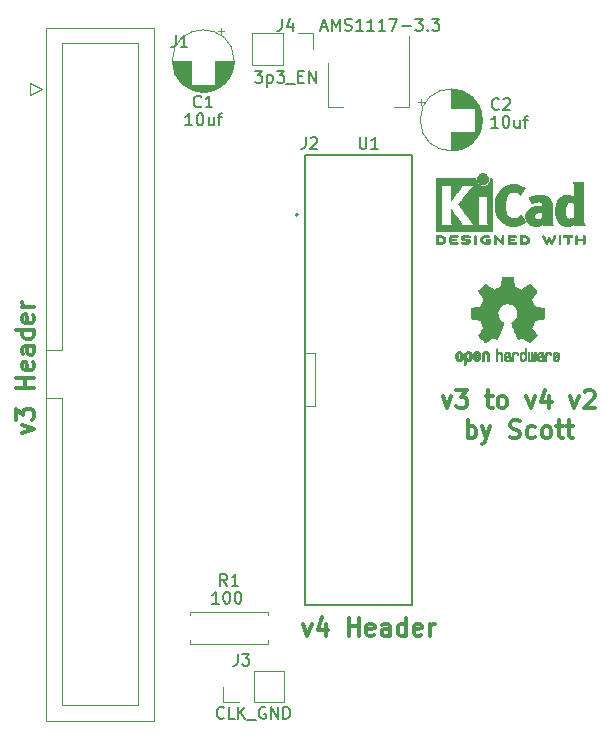
<source format=gbr>
%TF.GenerationSoftware,KiCad,Pcbnew,(5.1.10)-1*%
%TF.CreationDate,2021-09-06T21:49:58-04:00*%
%TF.ProjectId,3to4_Adapter,33746f34-5f41-4646-9170-7465722e6b69,v2*%
%TF.SameCoordinates,Original*%
%TF.FileFunction,Legend,Top*%
%TF.FilePolarity,Positive*%
%FSLAX46Y46*%
G04 Gerber Fmt 4.6, Leading zero omitted, Abs format (unit mm)*
G04 Created by KiCad (PCBNEW (5.1.10)-1) date 2021-09-06 21:49:58*
%MOMM*%
%LPD*%
G01*
G04 APERTURE LIST*
%ADD10C,0.300000*%
%ADD11C,0.120000*%
%ADD12C,0.010000*%
%ADD13C,0.127000*%
%ADD14C,0.200000*%
%ADD15C,0.150000*%
G04 APERTURE END LIST*
D10*
X157285714Y-106403571D02*
X157642857Y-107403571D01*
X158000000Y-106403571D01*
X158428571Y-105903571D02*
X159357142Y-105903571D01*
X158857142Y-106475000D01*
X159071428Y-106475000D01*
X159214285Y-106546428D01*
X159285714Y-106617857D01*
X159357142Y-106760714D01*
X159357142Y-107117857D01*
X159285714Y-107260714D01*
X159214285Y-107332142D01*
X159071428Y-107403571D01*
X158642857Y-107403571D01*
X158500000Y-107332142D01*
X158428571Y-107260714D01*
X160928571Y-106403571D02*
X161500000Y-106403571D01*
X161142857Y-105903571D02*
X161142857Y-107189285D01*
X161214285Y-107332142D01*
X161357142Y-107403571D01*
X161500000Y-107403571D01*
X162214285Y-107403571D02*
X162071428Y-107332142D01*
X162000000Y-107260714D01*
X161928571Y-107117857D01*
X161928571Y-106689285D01*
X162000000Y-106546428D01*
X162071428Y-106475000D01*
X162214285Y-106403571D01*
X162428571Y-106403571D01*
X162571428Y-106475000D01*
X162642857Y-106546428D01*
X162714285Y-106689285D01*
X162714285Y-107117857D01*
X162642857Y-107260714D01*
X162571428Y-107332142D01*
X162428571Y-107403571D01*
X162214285Y-107403571D01*
X164357142Y-106403571D02*
X164714285Y-107403571D01*
X165071428Y-106403571D01*
X166285714Y-106403571D02*
X166285714Y-107403571D01*
X165928571Y-105832142D02*
X165571428Y-106903571D01*
X166500000Y-106903571D01*
X168071428Y-106403571D02*
X168428571Y-107403571D01*
X168785714Y-106403571D01*
X169285714Y-106046428D02*
X169357142Y-105975000D01*
X169500000Y-105903571D01*
X169857142Y-105903571D01*
X170000000Y-105975000D01*
X170071428Y-106046428D01*
X170142857Y-106189285D01*
X170142857Y-106332142D01*
X170071428Y-106546428D01*
X169214285Y-107403571D01*
X170142857Y-107403571D01*
X159392857Y-109953571D02*
X159392857Y-108453571D01*
X159392857Y-109025000D02*
X159535714Y-108953571D01*
X159821428Y-108953571D01*
X159964285Y-109025000D01*
X160035714Y-109096428D01*
X160107142Y-109239285D01*
X160107142Y-109667857D01*
X160035714Y-109810714D01*
X159964285Y-109882142D01*
X159821428Y-109953571D01*
X159535714Y-109953571D01*
X159392857Y-109882142D01*
X160607142Y-108953571D02*
X160964285Y-109953571D01*
X161321428Y-108953571D02*
X160964285Y-109953571D01*
X160821428Y-110310714D01*
X160750000Y-110382142D01*
X160607142Y-110453571D01*
X162964285Y-109882142D02*
X163178571Y-109953571D01*
X163535714Y-109953571D01*
X163678571Y-109882142D01*
X163750000Y-109810714D01*
X163821428Y-109667857D01*
X163821428Y-109525000D01*
X163750000Y-109382142D01*
X163678571Y-109310714D01*
X163535714Y-109239285D01*
X163250000Y-109167857D01*
X163107142Y-109096428D01*
X163035714Y-109025000D01*
X162964285Y-108882142D01*
X162964285Y-108739285D01*
X163035714Y-108596428D01*
X163107142Y-108525000D01*
X163250000Y-108453571D01*
X163607142Y-108453571D01*
X163821428Y-108525000D01*
X165107142Y-109882142D02*
X164964285Y-109953571D01*
X164678571Y-109953571D01*
X164535714Y-109882142D01*
X164464285Y-109810714D01*
X164392857Y-109667857D01*
X164392857Y-109239285D01*
X164464285Y-109096428D01*
X164535714Y-109025000D01*
X164678571Y-108953571D01*
X164964285Y-108953571D01*
X165107142Y-109025000D01*
X165964285Y-109953571D02*
X165821428Y-109882142D01*
X165750000Y-109810714D01*
X165678571Y-109667857D01*
X165678571Y-109239285D01*
X165750000Y-109096428D01*
X165821428Y-109025000D01*
X165964285Y-108953571D01*
X166178571Y-108953571D01*
X166321428Y-109025000D01*
X166392857Y-109096428D01*
X166464285Y-109239285D01*
X166464285Y-109667857D01*
X166392857Y-109810714D01*
X166321428Y-109882142D01*
X166178571Y-109953571D01*
X165964285Y-109953571D01*
X166892857Y-108953571D02*
X167464285Y-108953571D01*
X167107142Y-108453571D02*
X167107142Y-109739285D01*
X167178571Y-109882142D01*
X167321428Y-109953571D01*
X167464285Y-109953571D01*
X167750000Y-108953571D02*
X168321428Y-108953571D01*
X167964285Y-108453571D02*
X167964285Y-109739285D01*
X168035714Y-109882142D01*
X168178571Y-109953571D01*
X168321428Y-109953571D01*
D11*
%TO.C,J4*%
X146330000Y-75670000D02*
X146330000Y-77000000D01*
X145000000Y-75670000D02*
X146330000Y-75670000D01*
X143730000Y-75670000D02*
X143730000Y-78330000D01*
X143730000Y-78330000D02*
X141130000Y-78330000D01*
X143730000Y-75670000D02*
X141130000Y-75670000D01*
X141130000Y-75670000D02*
X141130000Y-78330000D01*
D12*
%TO.C,REF\u002A\u002A*%
G36*
X162889878Y-96287776D02*
G01*
X162995612Y-96288355D01*
X163072132Y-96289922D01*
X163124372Y-96292972D01*
X163157263Y-96297996D01*
X163175737Y-96305489D01*
X163184727Y-96315944D01*
X163189163Y-96329853D01*
X163189594Y-96331654D01*
X163196333Y-96364145D01*
X163208808Y-96428252D01*
X163225719Y-96517151D01*
X163245771Y-96624019D01*
X163267664Y-96742033D01*
X163268429Y-96746178D01*
X163290359Y-96861831D01*
X163310877Y-96964014D01*
X163328659Y-97046598D01*
X163342381Y-97103456D01*
X163350718Y-97128458D01*
X163351116Y-97128901D01*
X163375677Y-97141110D01*
X163426315Y-97161456D01*
X163492095Y-97185545D01*
X163492461Y-97185674D01*
X163575317Y-97216818D01*
X163673000Y-97256491D01*
X163765077Y-97296381D01*
X163769434Y-97298353D01*
X163919407Y-97366420D01*
X164251498Y-97139639D01*
X164353374Y-97070504D01*
X164445657Y-97008697D01*
X164523003Y-96957733D01*
X164580064Y-96921127D01*
X164611495Y-96902394D01*
X164614479Y-96901004D01*
X164637321Y-96907190D01*
X164679982Y-96937035D01*
X164744128Y-96991947D01*
X164831421Y-97073334D01*
X164920535Y-97159922D01*
X165006441Y-97245247D01*
X165083327Y-97323108D01*
X165146564Y-97388697D01*
X165191523Y-97437205D01*
X165213576Y-97463825D01*
X165214396Y-97465195D01*
X165216834Y-97483463D01*
X165207650Y-97513295D01*
X165184574Y-97558721D01*
X165145337Y-97623770D01*
X165087670Y-97712470D01*
X165010795Y-97826657D01*
X164942570Y-97927162D01*
X164881582Y-98017303D01*
X164831356Y-98091849D01*
X164795416Y-98145565D01*
X164777287Y-98173218D01*
X164776146Y-98175095D01*
X164778359Y-98201590D01*
X164795138Y-98253086D01*
X164823142Y-98319851D01*
X164833122Y-98341172D01*
X164876672Y-98436159D01*
X164923134Y-98543937D01*
X164960877Y-98637192D01*
X164988073Y-98706406D01*
X165009675Y-98759006D01*
X165022158Y-98786497D01*
X165023709Y-98788616D01*
X165046668Y-98792124D01*
X165100786Y-98801738D01*
X165178868Y-98816089D01*
X165273719Y-98833807D01*
X165378143Y-98853525D01*
X165484944Y-98873874D01*
X165586926Y-98893486D01*
X165676894Y-98910991D01*
X165747653Y-98925022D01*
X165792006Y-98934209D01*
X165802885Y-98936807D01*
X165814122Y-98943218D01*
X165822605Y-98957697D01*
X165828714Y-98985133D01*
X165832832Y-99030411D01*
X165835341Y-99098420D01*
X165836621Y-99194047D01*
X165837054Y-99322180D01*
X165837077Y-99374701D01*
X165837077Y-99801845D01*
X165734500Y-99822091D01*
X165677431Y-99833070D01*
X165592269Y-99849095D01*
X165489372Y-99868233D01*
X165379096Y-99888551D01*
X165348615Y-99894132D01*
X165246855Y-99913917D01*
X165158205Y-99933373D01*
X165090108Y-99950697D01*
X165050004Y-99964088D01*
X165043323Y-99968079D01*
X165026919Y-99996342D01*
X165003399Y-100051109D01*
X164977316Y-100121588D01*
X164972142Y-100136769D01*
X164937956Y-100230896D01*
X164895523Y-100337101D01*
X164853997Y-100432473D01*
X164853792Y-100432916D01*
X164784640Y-100582525D01*
X165239512Y-101251617D01*
X164947500Y-101544116D01*
X164859180Y-101631170D01*
X164778625Y-101707909D01*
X164710360Y-101770237D01*
X164658908Y-101814056D01*
X164628794Y-101835270D01*
X164624474Y-101836616D01*
X164599111Y-101826016D01*
X164547358Y-101796547D01*
X164474868Y-101751705D01*
X164387294Y-101694984D01*
X164292612Y-101631462D01*
X164196516Y-101566668D01*
X164110837Y-101510287D01*
X164041016Y-101465788D01*
X163992494Y-101436639D01*
X163970782Y-101426308D01*
X163944293Y-101435050D01*
X163894062Y-101458087D01*
X163830451Y-101490631D01*
X163823708Y-101494249D01*
X163738046Y-101537210D01*
X163679306Y-101558279D01*
X163642772Y-101558503D01*
X163623731Y-101538928D01*
X163623620Y-101538654D01*
X163614102Y-101515472D01*
X163591403Y-101460441D01*
X163557282Y-101377822D01*
X163513500Y-101271872D01*
X163461816Y-101146852D01*
X163403992Y-101007020D01*
X163347991Y-100871637D01*
X163286447Y-100722234D01*
X163229939Y-100583832D01*
X163180161Y-100460673D01*
X163138806Y-100357002D01*
X163107568Y-100277059D01*
X163088141Y-100225088D01*
X163082154Y-100205692D01*
X163097168Y-100183443D01*
X163136439Y-100147982D01*
X163188807Y-100108887D01*
X163337941Y-99985245D01*
X163454511Y-99843522D01*
X163537118Y-99686704D01*
X163584366Y-99517775D01*
X163594857Y-99339722D01*
X163587231Y-99257539D01*
X163545682Y-99087031D01*
X163474123Y-98936459D01*
X163376995Y-98807309D01*
X163258734Y-98701064D01*
X163123780Y-98619210D01*
X162976571Y-98563232D01*
X162821544Y-98534615D01*
X162663139Y-98534844D01*
X162505794Y-98565405D01*
X162353946Y-98627782D01*
X162212035Y-98723460D01*
X162152803Y-98777572D01*
X162039203Y-98916520D01*
X161960106Y-99068361D01*
X161914986Y-99228667D01*
X161903316Y-99393012D01*
X161924569Y-99556971D01*
X161978220Y-99716118D01*
X162063740Y-99866025D01*
X162180605Y-100002267D01*
X162311193Y-100108887D01*
X162365588Y-100149642D01*
X162404014Y-100184718D01*
X162417846Y-100205726D01*
X162410603Y-100228635D01*
X162390005Y-100283365D01*
X162357746Y-100365672D01*
X162315521Y-100471315D01*
X162265023Y-100596050D01*
X162207948Y-100735636D01*
X162151854Y-100871670D01*
X162089967Y-101021201D01*
X162032644Y-101159767D01*
X161981644Y-101283107D01*
X161938727Y-101386964D01*
X161905653Y-101467080D01*
X161884181Y-101519195D01*
X161876225Y-101538654D01*
X161857429Y-101558423D01*
X161821074Y-101558365D01*
X161762479Y-101537441D01*
X161676968Y-101494613D01*
X161676292Y-101494249D01*
X161611907Y-101461012D01*
X161559861Y-101436802D01*
X161530512Y-101426404D01*
X161529217Y-101426308D01*
X161507124Y-101436855D01*
X161458348Y-101466184D01*
X161388331Y-101510827D01*
X161302514Y-101567314D01*
X161207388Y-101631462D01*
X161110540Y-101696411D01*
X161023253Y-101752896D01*
X160951181Y-101797421D01*
X160899977Y-101826490D01*
X160875526Y-101836616D01*
X160853010Y-101823307D01*
X160807742Y-101786112D01*
X160744244Y-101729128D01*
X160667039Y-101656449D01*
X160580651Y-101572171D01*
X160552399Y-101544016D01*
X160260287Y-101251416D01*
X160482631Y-100925104D01*
X160550202Y-100824897D01*
X160609507Y-100734963D01*
X160657217Y-100660510D01*
X160690007Y-100606751D01*
X160704548Y-100578894D01*
X160704974Y-100576912D01*
X160697308Y-100550655D01*
X160676689Y-100497837D01*
X160646685Y-100427310D01*
X160625625Y-100380093D01*
X160586248Y-100289694D01*
X160549165Y-100198366D01*
X160520415Y-100121200D01*
X160512605Y-100097692D01*
X160490417Y-100034916D01*
X160468727Y-99986411D01*
X160456813Y-99968079D01*
X160430523Y-99956859D01*
X160373142Y-99940954D01*
X160292118Y-99922167D01*
X160194895Y-99902299D01*
X160151385Y-99894132D01*
X160040896Y-99873829D01*
X159934916Y-99854170D01*
X159843801Y-99837088D01*
X159777908Y-99824518D01*
X159765500Y-99822091D01*
X159662923Y-99801845D01*
X159662923Y-99374701D01*
X159663153Y-99234246D01*
X159664099Y-99127979D01*
X159666141Y-99051013D01*
X159669662Y-98998460D01*
X159675043Y-98965433D01*
X159682666Y-98947045D01*
X159692912Y-98938408D01*
X159697115Y-98936807D01*
X159722470Y-98931127D01*
X159778484Y-98919795D01*
X159857964Y-98904179D01*
X159953712Y-98885647D01*
X160058533Y-98865569D01*
X160165232Y-98845312D01*
X160266613Y-98826246D01*
X160355479Y-98809739D01*
X160424637Y-98797159D01*
X160466889Y-98789875D01*
X160476290Y-98788616D01*
X160484807Y-98771763D01*
X160503660Y-98726870D01*
X160529324Y-98662430D01*
X160539123Y-98637192D01*
X160578648Y-98539686D01*
X160625192Y-98431959D01*
X160666877Y-98341172D01*
X160697550Y-98271753D01*
X160717956Y-98214710D01*
X160724768Y-98179777D01*
X160723682Y-98175095D01*
X160709285Y-98152991D01*
X160676412Y-98103831D01*
X160628590Y-98032848D01*
X160569348Y-97945278D01*
X160502215Y-97846357D01*
X160488941Y-97826830D01*
X160411046Y-97711140D01*
X160353787Y-97623044D01*
X160314881Y-97558486D01*
X160292044Y-97513411D01*
X160282994Y-97483763D01*
X160285448Y-97465485D01*
X160285511Y-97465369D01*
X160304827Y-97441361D01*
X160347551Y-97394947D01*
X160409051Y-97330937D01*
X160484698Y-97254145D01*
X160569861Y-97169382D01*
X160579465Y-97159922D01*
X160686790Y-97055989D01*
X160769615Y-96979675D01*
X160829605Y-96929571D01*
X160868423Y-96904270D01*
X160885520Y-96901004D01*
X160910473Y-96915250D01*
X160962255Y-96948156D01*
X161035520Y-96996208D01*
X161124920Y-97055890D01*
X161225111Y-97123688D01*
X161248501Y-97139639D01*
X161580593Y-97366420D01*
X161730565Y-97298353D01*
X161821770Y-97258685D01*
X161919669Y-97218791D01*
X162003831Y-97186983D01*
X162007538Y-97185674D01*
X162073369Y-97161576D01*
X162124116Y-97141200D01*
X162148842Y-97128936D01*
X162148884Y-97128901D01*
X162156729Y-97106734D01*
X162170066Y-97052217D01*
X162187570Y-96971480D01*
X162207917Y-96870650D01*
X162229782Y-96755856D01*
X162231571Y-96746178D01*
X162253504Y-96627904D01*
X162273640Y-96520542D01*
X162290680Y-96430917D01*
X162303328Y-96365851D01*
X162310284Y-96332168D01*
X162310406Y-96331654D01*
X162314639Y-96317325D01*
X162322871Y-96306507D01*
X162340033Y-96298706D01*
X162371058Y-96293429D01*
X162420878Y-96290182D01*
X162494424Y-96288472D01*
X162596629Y-96287807D01*
X162732425Y-96287693D01*
X162750000Y-96287692D01*
X162889878Y-96287776D01*
G37*
X162889878Y-96287776D02*
X162995612Y-96288355D01*
X163072132Y-96289922D01*
X163124372Y-96292972D01*
X163157263Y-96297996D01*
X163175737Y-96305489D01*
X163184727Y-96315944D01*
X163189163Y-96329853D01*
X163189594Y-96331654D01*
X163196333Y-96364145D01*
X163208808Y-96428252D01*
X163225719Y-96517151D01*
X163245771Y-96624019D01*
X163267664Y-96742033D01*
X163268429Y-96746178D01*
X163290359Y-96861831D01*
X163310877Y-96964014D01*
X163328659Y-97046598D01*
X163342381Y-97103456D01*
X163350718Y-97128458D01*
X163351116Y-97128901D01*
X163375677Y-97141110D01*
X163426315Y-97161456D01*
X163492095Y-97185545D01*
X163492461Y-97185674D01*
X163575317Y-97216818D01*
X163673000Y-97256491D01*
X163765077Y-97296381D01*
X163769434Y-97298353D01*
X163919407Y-97366420D01*
X164251498Y-97139639D01*
X164353374Y-97070504D01*
X164445657Y-97008697D01*
X164523003Y-96957733D01*
X164580064Y-96921127D01*
X164611495Y-96902394D01*
X164614479Y-96901004D01*
X164637321Y-96907190D01*
X164679982Y-96937035D01*
X164744128Y-96991947D01*
X164831421Y-97073334D01*
X164920535Y-97159922D01*
X165006441Y-97245247D01*
X165083327Y-97323108D01*
X165146564Y-97388697D01*
X165191523Y-97437205D01*
X165213576Y-97463825D01*
X165214396Y-97465195D01*
X165216834Y-97483463D01*
X165207650Y-97513295D01*
X165184574Y-97558721D01*
X165145337Y-97623770D01*
X165087670Y-97712470D01*
X165010795Y-97826657D01*
X164942570Y-97927162D01*
X164881582Y-98017303D01*
X164831356Y-98091849D01*
X164795416Y-98145565D01*
X164777287Y-98173218D01*
X164776146Y-98175095D01*
X164778359Y-98201590D01*
X164795138Y-98253086D01*
X164823142Y-98319851D01*
X164833122Y-98341172D01*
X164876672Y-98436159D01*
X164923134Y-98543937D01*
X164960877Y-98637192D01*
X164988073Y-98706406D01*
X165009675Y-98759006D01*
X165022158Y-98786497D01*
X165023709Y-98788616D01*
X165046668Y-98792124D01*
X165100786Y-98801738D01*
X165178868Y-98816089D01*
X165273719Y-98833807D01*
X165378143Y-98853525D01*
X165484944Y-98873874D01*
X165586926Y-98893486D01*
X165676894Y-98910991D01*
X165747653Y-98925022D01*
X165792006Y-98934209D01*
X165802885Y-98936807D01*
X165814122Y-98943218D01*
X165822605Y-98957697D01*
X165828714Y-98985133D01*
X165832832Y-99030411D01*
X165835341Y-99098420D01*
X165836621Y-99194047D01*
X165837054Y-99322180D01*
X165837077Y-99374701D01*
X165837077Y-99801845D01*
X165734500Y-99822091D01*
X165677431Y-99833070D01*
X165592269Y-99849095D01*
X165489372Y-99868233D01*
X165379096Y-99888551D01*
X165348615Y-99894132D01*
X165246855Y-99913917D01*
X165158205Y-99933373D01*
X165090108Y-99950697D01*
X165050004Y-99964088D01*
X165043323Y-99968079D01*
X165026919Y-99996342D01*
X165003399Y-100051109D01*
X164977316Y-100121588D01*
X164972142Y-100136769D01*
X164937956Y-100230896D01*
X164895523Y-100337101D01*
X164853997Y-100432473D01*
X164853792Y-100432916D01*
X164784640Y-100582525D01*
X165239512Y-101251617D01*
X164947500Y-101544116D01*
X164859180Y-101631170D01*
X164778625Y-101707909D01*
X164710360Y-101770237D01*
X164658908Y-101814056D01*
X164628794Y-101835270D01*
X164624474Y-101836616D01*
X164599111Y-101826016D01*
X164547358Y-101796547D01*
X164474868Y-101751705D01*
X164387294Y-101694984D01*
X164292612Y-101631462D01*
X164196516Y-101566668D01*
X164110837Y-101510287D01*
X164041016Y-101465788D01*
X163992494Y-101436639D01*
X163970782Y-101426308D01*
X163944293Y-101435050D01*
X163894062Y-101458087D01*
X163830451Y-101490631D01*
X163823708Y-101494249D01*
X163738046Y-101537210D01*
X163679306Y-101558279D01*
X163642772Y-101558503D01*
X163623731Y-101538928D01*
X163623620Y-101538654D01*
X163614102Y-101515472D01*
X163591403Y-101460441D01*
X163557282Y-101377822D01*
X163513500Y-101271872D01*
X163461816Y-101146852D01*
X163403992Y-101007020D01*
X163347991Y-100871637D01*
X163286447Y-100722234D01*
X163229939Y-100583832D01*
X163180161Y-100460673D01*
X163138806Y-100357002D01*
X163107568Y-100277059D01*
X163088141Y-100225088D01*
X163082154Y-100205692D01*
X163097168Y-100183443D01*
X163136439Y-100147982D01*
X163188807Y-100108887D01*
X163337941Y-99985245D01*
X163454511Y-99843522D01*
X163537118Y-99686704D01*
X163584366Y-99517775D01*
X163594857Y-99339722D01*
X163587231Y-99257539D01*
X163545682Y-99087031D01*
X163474123Y-98936459D01*
X163376995Y-98807309D01*
X163258734Y-98701064D01*
X163123780Y-98619210D01*
X162976571Y-98563232D01*
X162821544Y-98534615D01*
X162663139Y-98534844D01*
X162505794Y-98565405D01*
X162353946Y-98627782D01*
X162212035Y-98723460D01*
X162152803Y-98777572D01*
X162039203Y-98916520D01*
X161960106Y-99068361D01*
X161914986Y-99228667D01*
X161903316Y-99393012D01*
X161924569Y-99556971D01*
X161978220Y-99716118D01*
X162063740Y-99866025D01*
X162180605Y-100002267D01*
X162311193Y-100108887D01*
X162365588Y-100149642D01*
X162404014Y-100184718D01*
X162417846Y-100205726D01*
X162410603Y-100228635D01*
X162390005Y-100283365D01*
X162357746Y-100365672D01*
X162315521Y-100471315D01*
X162265023Y-100596050D01*
X162207948Y-100735636D01*
X162151854Y-100871670D01*
X162089967Y-101021201D01*
X162032644Y-101159767D01*
X161981644Y-101283107D01*
X161938727Y-101386964D01*
X161905653Y-101467080D01*
X161884181Y-101519195D01*
X161876225Y-101538654D01*
X161857429Y-101558423D01*
X161821074Y-101558365D01*
X161762479Y-101537441D01*
X161676968Y-101494613D01*
X161676292Y-101494249D01*
X161611907Y-101461012D01*
X161559861Y-101436802D01*
X161530512Y-101426404D01*
X161529217Y-101426308D01*
X161507124Y-101436855D01*
X161458348Y-101466184D01*
X161388331Y-101510827D01*
X161302514Y-101567314D01*
X161207388Y-101631462D01*
X161110540Y-101696411D01*
X161023253Y-101752896D01*
X160951181Y-101797421D01*
X160899977Y-101826490D01*
X160875526Y-101836616D01*
X160853010Y-101823307D01*
X160807742Y-101786112D01*
X160744244Y-101729128D01*
X160667039Y-101656449D01*
X160580651Y-101572171D01*
X160552399Y-101544016D01*
X160260287Y-101251416D01*
X160482631Y-100925104D01*
X160550202Y-100824897D01*
X160609507Y-100734963D01*
X160657217Y-100660510D01*
X160690007Y-100606751D01*
X160704548Y-100578894D01*
X160704974Y-100576912D01*
X160697308Y-100550655D01*
X160676689Y-100497837D01*
X160646685Y-100427310D01*
X160625625Y-100380093D01*
X160586248Y-100289694D01*
X160549165Y-100198366D01*
X160520415Y-100121200D01*
X160512605Y-100097692D01*
X160490417Y-100034916D01*
X160468727Y-99986411D01*
X160456813Y-99968079D01*
X160430523Y-99956859D01*
X160373142Y-99940954D01*
X160292118Y-99922167D01*
X160194895Y-99902299D01*
X160151385Y-99894132D01*
X160040896Y-99873829D01*
X159934916Y-99854170D01*
X159843801Y-99837088D01*
X159777908Y-99824518D01*
X159765500Y-99822091D01*
X159662923Y-99801845D01*
X159662923Y-99374701D01*
X159663153Y-99234246D01*
X159664099Y-99127979D01*
X159666141Y-99051013D01*
X159669662Y-98998460D01*
X159675043Y-98965433D01*
X159682666Y-98947045D01*
X159692912Y-98938408D01*
X159697115Y-98936807D01*
X159722470Y-98931127D01*
X159778484Y-98919795D01*
X159857964Y-98904179D01*
X159953712Y-98885647D01*
X160058533Y-98865569D01*
X160165232Y-98845312D01*
X160266613Y-98826246D01*
X160355479Y-98809739D01*
X160424637Y-98797159D01*
X160466889Y-98789875D01*
X160476290Y-98788616D01*
X160484807Y-98771763D01*
X160503660Y-98726870D01*
X160529324Y-98662430D01*
X160539123Y-98637192D01*
X160578648Y-98539686D01*
X160625192Y-98431959D01*
X160666877Y-98341172D01*
X160697550Y-98271753D01*
X160717956Y-98214710D01*
X160724768Y-98179777D01*
X160723682Y-98175095D01*
X160709285Y-98152991D01*
X160676412Y-98103831D01*
X160628590Y-98032848D01*
X160569348Y-97945278D01*
X160502215Y-97846357D01*
X160488941Y-97826830D01*
X160411046Y-97711140D01*
X160353787Y-97623044D01*
X160314881Y-97558486D01*
X160292044Y-97513411D01*
X160282994Y-97483763D01*
X160285448Y-97465485D01*
X160285511Y-97465369D01*
X160304827Y-97441361D01*
X160347551Y-97394947D01*
X160409051Y-97330937D01*
X160484698Y-97254145D01*
X160569861Y-97169382D01*
X160579465Y-97159922D01*
X160686790Y-97055989D01*
X160769615Y-96979675D01*
X160829605Y-96929571D01*
X160868423Y-96904270D01*
X160885520Y-96901004D01*
X160910473Y-96915250D01*
X160962255Y-96948156D01*
X161035520Y-96996208D01*
X161124920Y-97055890D01*
X161225111Y-97123688D01*
X161248501Y-97139639D01*
X161580593Y-97366420D01*
X161730565Y-97298353D01*
X161821770Y-97258685D01*
X161919669Y-97218791D01*
X162003831Y-97186983D01*
X162007538Y-97185674D01*
X162073369Y-97161576D01*
X162124116Y-97141200D01*
X162148842Y-97128936D01*
X162148884Y-97128901D01*
X162156729Y-97106734D01*
X162170066Y-97052217D01*
X162187570Y-96971480D01*
X162207917Y-96870650D01*
X162229782Y-96755856D01*
X162231571Y-96746178D01*
X162253504Y-96627904D01*
X162273640Y-96520542D01*
X162290680Y-96430917D01*
X162303328Y-96365851D01*
X162310284Y-96332168D01*
X162310406Y-96331654D01*
X162314639Y-96317325D01*
X162322871Y-96306507D01*
X162340033Y-96298706D01*
X162371058Y-96293429D01*
X162420878Y-96290182D01*
X162494424Y-96288472D01*
X162596629Y-96287807D01*
X162732425Y-96287693D01*
X162750000Y-96287692D01*
X162889878Y-96287776D01*
G36*
X166995224Y-102647838D02*
G01*
X167072528Y-102698361D01*
X167109814Y-102743590D01*
X167139353Y-102825663D01*
X167141699Y-102890607D01*
X167136385Y-102977445D01*
X166936115Y-103065103D01*
X166838739Y-103109887D01*
X166775113Y-103145913D01*
X166742029Y-103177117D01*
X166736280Y-103207436D01*
X166754658Y-103240805D01*
X166774923Y-103262923D01*
X166833889Y-103298393D01*
X166898024Y-103300879D01*
X166956926Y-103273235D01*
X167000197Y-103218320D01*
X167007936Y-103198928D01*
X167045006Y-103138364D01*
X167087654Y-103112552D01*
X167146154Y-103090471D01*
X167146154Y-103174184D01*
X167140982Y-103231150D01*
X167120723Y-103279189D01*
X167078262Y-103334346D01*
X167071951Y-103341514D01*
X167024720Y-103390585D01*
X166984121Y-103416920D01*
X166933328Y-103429035D01*
X166891220Y-103433003D01*
X166815902Y-103433991D01*
X166762286Y-103421466D01*
X166728838Y-103402869D01*
X166676268Y-103361975D01*
X166639879Y-103317748D01*
X166616850Y-103262126D01*
X166604359Y-103187047D01*
X166599587Y-103084449D01*
X166599206Y-103032376D01*
X166600501Y-102969948D01*
X166718471Y-102969948D01*
X166719839Y-103003438D01*
X166723249Y-103008923D01*
X166745753Y-103001472D01*
X166794182Y-102981753D01*
X166858908Y-102953718D01*
X166872443Y-102947692D01*
X166954244Y-102906096D01*
X166999312Y-102869538D01*
X167009217Y-102835296D01*
X166985526Y-102800648D01*
X166965960Y-102785339D01*
X166895360Y-102754721D01*
X166829280Y-102759780D01*
X166773959Y-102797151D01*
X166735636Y-102863473D01*
X166723349Y-102916116D01*
X166718471Y-102969948D01*
X166600501Y-102969948D01*
X166601730Y-102910720D01*
X166611032Y-102820710D01*
X166629460Y-102755167D01*
X166659360Y-102706912D01*
X166703080Y-102668767D01*
X166722141Y-102656440D01*
X166808726Y-102624336D01*
X166903522Y-102622316D01*
X166995224Y-102647838D01*
G37*
X166995224Y-102647838D02*
X167072528Y-102698361D01*
X167109814Y-102743590D01*
X167139353Y-102825663D01*
X167141699Y-102890607D01*
X167136385Y-102977445D01*
X166936115Y-103065103D01*
X166838739Y-103109887D01*
X166775113Y-103145913D01*
X166742029Y-103177117D01*
X166736280Y-103207436D01*
X166754658Y-103240805D01*
X166774923Y-103262923D01*
X166833889Y-103298393D01*
X166898024Y-103300879D01*
X166956926Y-103273235D01*
X167000197Y-103218320D01*
X167007936Y-103198928D01*
X167045006Y-103138364D01*
X167087654Y-103112552D01*
X167146154Y-103090471D01*
X167146154Y-103174184D01*
X167140982Y-103231150D01*
X167120723Y-103279189D01*
X167078262Y-103334346D01*
X167071951Y-103341514D01*
X167024720Y-103390585D01*
X166984121Y-103416920D01*
X166933328Y-103429035D01*
X166891220Y-103433003D01*
X166815902Y-103433991D01*
X166762286Y-103421466D01*
X166728838Y-103402869D01*
X166676268Y-103361975D01*
X166639879Y-103317748D01*
X166616850Y-103262126D01*
X166604359Y-103187047D01*
X166599587Y-103084449D01*
X166599206Y-103032376D01*
X166600501Y-102969948D01*
X166718471Y-102969948D01*
X166719839Y-103003438D01*
X166723249Y-103008923D01*
X166745753Y-103001472D01*
X166794182Y-102981753D01*
X166858908Y-102953718D01*
X166872443Y-102947692D01*
X166954244Y-102906096D01*
X166999312Y-102869538D01*
X167009217Y-102835296D01*
X166985526Y-102800648D01*
X166965960Y-102785339D01*
X166895360Y-102754721D01*
X166829280Y-102759780D01*
X166773959Y-102797151D01*
X166735636Y-102863473D01*
X166723349Y-102916116D01*
X166718471Y-102969948D01*
X166600501Y-102969948D01*
X166601730Y-102910720D01*
X166611032Y-102820710D01*
X166629460Y-102755167D01*
X166659360Y-102706912D01*
X166703080Y-102668767D01*
X166722141Y-102656440D01*
X166808726Y-102624336D01*
X166903522Y-102622316D01*
X166995224Y-102647838D01*
G36*
X166320807Y-102636782D02*
G01*
X166344161Y-102646988D01*
X166399902Y-102691134D01*
X166447569Y-102754967D01*
X166477048Y-102823087D01*
X166481846Y-102856670D01*
X166465760Y-102903556D01*
X166430475Y-102928365D01*
X166392644Y-102943387D01*
X166375321Y-102946155D01*
X166366886Y-102926066D01*
X166350230Y-102882351D01*
X166342923Y-102862598D01*
X166301948Y-102794271D01*
X166242622Y-102760191D01*
X166166552Y-102761239D01*
X166160918Y-102762581D01*
X166120305Y-102781836D01*
X166090448Y-102819375D01*
X166070055Y-102879809D01*
X166057836Y-102967751D01*
X166052500Y-103087813D01*
X166052000Y-103151698D01*
X166051752Y-103252403D01*
X166050126Y-103321054D01*
X166045801Y-103364673D01*
X166037454Y-103390282D01*
X166023765Y-103404903D01*
X166003411Y-103415558D01*
X166002234Y-103416095D01*
X165963038Y-103432667D01*
X165943619Y-103438769D01*
X165940635Y-103420319D01*
X165938081Y-103369323D01*
X165936140Y-103292308D01*
X165934997Y-103195805D01*
X165934769Y-103125184D01*
X165935932Y-102988525D01*
X165940479Y-102884851D01*
X165949999Y-102808108D01*
X165966081Y-102752246D01*
X165990313Y-102711212D01*
X166024286Y-102678954D01*
X166057833Y-102656440D01*
X166138499Y-102626476D01*
X166232381Y-102619718D01*
X166320807Y-102636782D01*
G37*
X166320807Y-102636782D02*
X166344161Y-102646988D01*
X166399902Y-102691134D01*
X166447569Y-102754967D01*
X166477048Y-102823087D01*
X166481846Y-102856670D01*
X166465760Y-102903556D01*
X166430475Y-102928365D01*
X166392644Y-102943387D01*
X166375321Y-102946155D01*
X166366886Y-102926066D01*
X166350230Y-102882351D01*
X166342923Y-102862598D01*
X166301948Y-102794271D01*
X166242622Y-102760191D01*
X166166552Y-102761239D01*
X166160918Y-102762581D01*
X166120305Y-102781836D01*
X166090448Y-102819375D01*
X166070055Y-102879809D01*
X166057836Y-102967751D01*
X166052500Y-103087813D01*
X166052000Y-103151698D01*
X166051752Y-103252403D01*
X166050126Y-103321054D01*
X166045801Y-103364673D01*
X166037454Y-103390282D01*
X166023765Y-103404903D01*
X166003411Y-103415558D01*
X166002234Y-103416095D01*
X165963038Y-103432667D01*
X165943619Y-103438769D01*
X165940635Y-103420319D01*
X165938081Y-103369323D01*
X165936140Y-103292308D01*
X165934997Y-103195805D01*
X165934769Y-103125184D01*
X165935932Y-102988525D01*
X165940479Y-102884851D01*
X165949999Y-102808108D01*
X165966081Y-102752246D01*
X165990313Y-102711212D01*
X166024286Y-102678954D01*
X166057833Y-102656440D01*
X166138499Y-102626476D01*
X166232381Y-102619718D01*
X166320807Y-102636782D01*
G36*
X165637333Y-102633528D02*
G01*
X165693590Y-102659117D01*
X165737747Y-102690124D01*
X165770101Y-102724795D01*
X165792438Y-102769520D01*
X165806546Y-102830692D01*
X165814211Y-102914701D01*
X165817220Y-103027940D01*
X165817538Y-103102509D01*
X165817538Y-103393420D01*
X165767773Y-103416095D01*
X165728576Y-103432667D01*
X165709157Y-103438769D01*
X165705442Y-103420610D01*
X165702495Y-103371648D01*
X165700691Y-103300153D01*
X165700308Y-103243385D01*
X165698661Y-103161371D01*
X165694222Y-103096309D01*
X165687740Y-103056467D01*
X165682590Y-103048000D01*
X165647977Y-103056646D01*
X165593640Y-103078823D01*
X165530722Y-103108886D01*
X165470368Y-103141192D01*
X165423721Y-103170098D01*
X165401926Y-103189961D01*
X165401839Y-103190175D01*
X165403714Y-103226935D01*
X165420525Y-103262026D01*
X165450039Y-103290528D01*
X165493116Y-103300061D01*
X165529932Y-103298950D01*
X165582074Y-103298133D01*
X165609444Y-103310349D01*
X165625882Y-103342624D01*
X165627955Y-103348710D01*
X165635081Y-103394739D01*
X165616024Y-103422687D01*
X165566353Y-103436007D01*
X165512697Y-103438470D01*
X165416142Y-103420210D01*
X165366159Y-103394131D01*
X165304429Y-103332868D01*
X165271690Y-103257670D01*
X165268753Y-103178211D01*
X165296424Y-103104167D01*
X165338047Y-103057769D01*
X165379604Y-103031793D01*
X165444922Y-102998907D01*
X165521038Y-102965557D01*
X165533726Y-102960461D01*
X165617333Y-102923565D01*
X165665530Y-102891046D01*
X165681030Y-102858718D01*
X165666550Y-102822394D01*
X165641692Y-102794000D01*
X165582939Y-102759039D01*
X165518293Y-102756417D01*
X165459008Y-102783358D01*
X165416339Y-102837088D01*
X165410739Y-102850950D01*
X165378133Y-102901936D01*
X165330530Y-102939787D01*
X165270461Y-102970850D01*
X165270461Y-102882768D01*
X165273997Y-102828951D01*
X165289156Y-102786534D01*
X165322768Y-102741279D01*
X165355035Y-102706420D01*
X165405209Y-102657062D01*
X165444193Y-102630547D01*
X165486064Y-102619911D01*
X165533460Y-102618154D01*
X165637333Y-102633528D01*
G37*
X165637333Y-102633528D02*
X165693590Y-102659117D01*
X165737747Y-102690124D01*
X165770101Y-102724795D01*
X165792438Y-102769520D01*
X165806546Y-102830692D01*
X165814211Y-102914701D01*
X165817220Y-103027940D01*
X165817538Y-103102509D01*
X165817538Y-103393420D01*
X165767773Y-103416095D01*
X165728576Y-103432667D01*
X165709157Y-103438769D01*
X165705442Y-103420610D01*
X165702495Y-103371648D01*
X165700691Y-103300153D01*
X165700308Y-103243385D01*
X165698661Y-103161371D01*
X165694222Y-103096309D01*
X165687740Y-103056467D01*
X165682590Y-103048000D01*
X165647977Y-103056646D01*
X165593640Y-103078823D01*
X165530722Y-103108886D01*
X165470368Y-103141192D01*
X165423721Y-103170098D01*
X165401926Y-103189961D01*
X165401839Y-103190175D01*
X165403714Y-103226935D01*
X165420525Y-103262026D01*
X165450039Y-103290528D01*
X165493116Y-103300061D01*
X165529932Y-103298950D01*
X165582074Y-103298133D01*
X165609444Y-103310349D01*
X165625882Y-103342624D01*
X165627955Y-103348710D01*
X165635081Y-103394739D01*
X165616024Y-103422687D01*
X165566353Y-103436007D01*
X165512697Y-103438470D01*
X165416142Y-103420210D01*
X165366159Y-103394131D01*
X165304429Y-103332868D01*
X165271690Y-103257670D01*
X165268753Y-103178211D01*
X165296424Y-103104167D01*
X165338047Y-103057769D01*
X165379604Y-103031793D01*
X165444922Y-102998907D01*
X165521038Y-102965557D01*
X165533726Y-102960461D01*
X165617333Y-102923565D01*
X165665530Y-102891046D01*
X165681030Y-102858718D01*
X165666550Y-102822394D01*
X165641692Y-102794000D01*
X165582939Y-102759039D01*
X165518293Y-102756417D01*
X165459008Y-102783358D01*
X165416339Y-102837088D01*
X165410739Y-102850950D01*
X165378133Y-102901936D01*
X165330530Y-102939787D01*
X165270461Y-102970850D01*
X165270461Y-102882768D01*
X165273997Y-102828951D01*
X165289156Y-102786534D01*
X165322768Y-102741279D01*
X165355035Y-102706420D01*
X165405209Y-102657062D01*
X165444193Y-102630547D01*
X165486064Y-102619911D01*
X165533460Y-102618154D01*
X165637333Y-102633528D01*
G36*
X165145929Y-102636662D02*
G01*
X165148911Y-102688068D01*
X165151247Y-102766192D01*
X165152749Y-102864857D01*
X165153231Y-102968343D01*
X165153231Y-103318533D01*
X165091401Y-103380363D01*
X165048793Y-103418462D01*
X165011390Y-103433895D01*
X164960270Y-103432918D01*
X164939978Y-103430433D01*
X164876554Y-103423200D01*
X164824095Y-103419055D01*
X164811308Y-103418672D01*
X164768199Y-103421176D01*
X164706544Y-103427462D01*
X164682638Y-103430433D01*
X164623922Y-103435028D01*
X164584464Y-103425046D01*
X164545338Y-103394228D01*
X164531215Y-103380363D01*
X164469385Y-103318533D01*
X164469385Y-102663503D01*
X164519150Y-102640829D01*
X164562002Y-102624034D01*
X164587073Y-102618154D01*
X164593501Y-102636736D01*
X164599509Y-102688655D01*
X164604697Y-102768172D01*
X164608664Y-102869546D01*
X164610577Y-102955192D01*
X164615923Y-103292231D01*
X164662560Y-103298825D01*
X164704976Y-103294214D01*
X164725760Y-103279287D01*
X164731570Y-103251377D01*
X164736530Y-103191925D01*
X164740246Y-103108466D01*
X164742324Y-103008532D01*
X164742624Y-102957104D01*
X164742923Y-102661054D01*
X164804454Y-102639604D01*
X164848004Y-102625020D01*
X164871694Y-102618219D01*
X164872377Y-102618154D01*
X164874754Y-102636642D01*
X164877366Y-102687906D01*
X164879995Y-102765649D01*
X164882421Y-102863574D01*
X164884115Y-102955192D01*
X164889461Y-103292231D01*
X165006692Y-103292231D01*
X165012072Y-102984746D01*
X165017451Y-102677261D01*
X165074601Y-102647707D01*
X165116797Y-102627413D01*
X165141770Y-102618204D01*
X165142491Y-102618154D01*
X165145929Y-102636662D01*
G37*
X165145929Y-102636662D02*
X165148911Y-102688068D01*
X165151247Y-102766192D01*
X165152749Y-102864857D01*
X165153231Y-102968343D01*
X165153231Y-103318533D01*
X165091401Y-103380363D01*
X165048793Y-103418462D01*
X165011390Y-103433895D01*
X164960270Y-103432918D01*
X164939978Y-103430433D01*
X164876554Y-103423200D01*
X164824095Y-103419055D01*
X164811308Y-103418672D01*
X164768199Y-103421176D01*
X164706544Y-103427462D01*
X164682638Y-103430433D01*
X164623922Y-103435028D01*
X164584464Y-103425046D01*
X164545338Y-103394228D01*
X164531215Y-103380363D01*
X164469385Y-103318533D01*
X164469385Y-102663503D01*
X164519150Y-102640829D01*
X164562002Y-102624034D01*
X164587073Y-102618154D01*
X164593501Y-102636736D01*
X164599509Y-102688655D01*
X164604697Y-102768172D01*
X164608664Y-102869546D01*
X164610577Y-102955192D01*
X164615923Y-103292231D01*
X164662560Y-103298825D01*
X164704976Y-103294214D01*
X164725760Y-103279287D01*
X164731570Y-103251377D01*
X164736530Y-103191925D01*
X164740246Y-103108466D01*
X164742324Y-103008532D01*
X164742624Y-102957104D01*
X164742923Y-102661054D01*
X164804454Y-102639604D01*
X164848004Y-102625020D01*
X164871694Y-102618219D01*
X164872377Y-102618154D01*
X164874754Y-102636642D01*
X164877366Y-102687906D01*
X164879995Y-102765649D01*
X164882421Y-102863574D01*
X164884115Y-102955192D01*
X164889461Y-103292231D01*
X165006692Y-103292231D01*
X165012072Y-102984746D01*
X165017451Y-102677261D01*
X165074601Y-102647707D01*
X165116797Y-102627413D01*
X165141770Y-102618204D01*
X165142491Y-102618154D01*
X165145929Y-102636662D01*
G36*
X164352081Y-102780289D02*
G01*
X164351833Y-102926320D01*
X164350872Y-103038655D01*
X164348794Y-103122678D01*
X164345193Y-103183769D01*
X164339665Y-103227309D01*
X164331804Y-103258679D01*
X164321207Y-103283262D01*
X164313182Y-103297294D01*
X164246728Y-103373388D01*
X164162470Y-103421084D01*
X164069249Y-103438199D01*
X163975900Y-103422546D01*
X163920312Y-103394418D01*
X163861957Y-103345760D01*
X163822186Y-103286333D01*
X163798190Y-103208507D01*
X163787161Y-103104652D01*
X163785599Y-103028462D01*
X163785809Y-103022986D01*
X163922308Y-103022986D01*
X163923141Y-103110355D01*
X163926961Y-103168192D01*
X163935746Y-103206029D01*
X163951474Y-103233398D01*
X163970266Y-103254042D01*
X164033375Y-103293890D01*
X164101137Y-103297295D01*
X164165179Y-103264025D01*
X164170164Y-103259517D01*
X164191439Y-103236067D01*
X164204779Y-103208166D01*
X164212001Y-103166641D01*
X164214923Y-103102316D01*
X164215385Y-103031200D01*
X164214383Y-102941858D01*
X164210238Y-102882258D01*
X164201236Y-102843089D01*
X164185667Y-102815040D01*
X164172902Y-102800144D01*
X164113600Y-102762575D01*
X164045301Y-102758057D01*
X163980110Y-102786753D01*
X163967528Y-102797406D01*
X163946111Y-102821063D01*
X163932744Y-102849251D01*
X163925566Y-102891245D01*
X163922719Y-102956319D01*
X163922308Y-103022986D01*
X163785809Y-103022986D01*
X163790322Y-102905765D01*
X163806362Y-102813577D01*
X163836528Y-102744269D01*
X163883629Y-102690211D01*
X163920312Y-102662505D01*
X163986990Y-102632572D01*
X164064272Y-102618678D01*
X164136110Y-102622397D01*
X164176308Y-102637400D01*
X164192082Y-102641670D01*
X164202550Y-102625750D01*
X164209856Y-102583089D01*
X164215385Y-102518106D01*
X164221437Y-102445732D01*
X164229844Y-102402187D01*
X164245141Y-102377287D01*
X164271864Y-102360845D01*
X164288654Y-102353564D01*
X164352154Y-102326963D01*
X164352081Y-102780289D01*
G37*
X164352081Y-102780289D02*
X164351833Y-102926320D01*
X164350872Y-103038655D01*
X164348794Y-103122678D01*
X164345193Y-103183769D01*
X164339665Y-103227309D01*
X164331804Y-103258679D01*
X164321207Y-103283262D01*
X164313182Y-103297294D01*
X164246728Y-103373388D01*
X164162470Y-103421084D01*
X164069249Y-103438199D01*
X163975900Y-103422546D01*
X163920312Y-103394418D01*
X163861957Y-103345760D01*
X163822186Y-103286333D01*
X163798190Y-103208507D01*
X163787161Y-103104652D01*
X163785599Y-103028462D01*
X163785809Y-103022986D01*
X163922308Y-103022986D01*
X163923141Y-103110355D01*
X163926961Y-103168192D01*
X163935746Y-103206029D01*
X163951474Y-103233398D01*
X163970266Y-103254042D01*
X164033375Y-103293890D01*
X164101137Y-103297295D01*
X164165179Y-103264025D01*
X164170164Y-103259517D01*
X164191439Y-103236067D01*
X164204779Y-103208166D01*
X164212001Y-103166641D01*
X164214923Y-103102316D01*
X164215385Y-103031200D01*
X164214383Y-102941858D01*
X164210238Y-102882258D01*
X164201236Y-102843089D01*
X164185667Y-102815040D01*
X164172902Y-102800144D01*
X164113600Y-102762575D01*
X164045301Y-102758057D01*
X163980110Y-102786753D01*
X163967528Y-102797406D01*
X163946111Y-102821063D01*
X163932744Y-102849251D01*
X163925566Y-102891245D01*
X163922719Y-102956319D01*
X163922308Y-103022986D01*
X163785809Y-103022986D01*
X163790322Y-102905765D01*
X163806362Y-102813577D01*
X163836528Y-102744269D01*
X163883629Y-102690211D01*
X163920312Y-102662505D01*
X163986990Y-102632572D01*
X164064272Y-102618678D01*
X164136110Y-102622397D01*
X164176308Y-102637400D01*
X164192082Y-102641670D01*
X164202550Y-102625750D01*
X164209856Y-102583089D01*
X164215385Y-102518106D01*
X164221437Y-102445732D01*
X164229844Y-102402187D01*
X164245141Y-102377287D01*
X164271864Y-102360845D01*
X164288654Y-102353564D01*
X164352154Y-102326963D01*
X164352081Y-102780289D01*
G36*
X163463362Y-102624670D02*
G01*
X163552117Y-102657421D01*
X163624022Y-102715350D01*
X163652144Y-102756128D01*
X163682802Y-102830954D01*
X163682165Y-102885058D01*
X163649987Y-102921446D01*
X163638081Y-102927633D01*
X163586675Y-102946925D01*
X163560422Y-102941982D01*
X163551530Y-102909587D01*
X163551077Y-102891692D01*
X163534797Y-102825859D01*
X163492365Y-102779807D01*
X163433388Y-102757564D01*
X163367475Y-102763161D01*
X163313895Y-102792229D01*
X163295798Y-102808810D01*
X163282971Y-102828925D01*
X163274306Y-102859332D01*
X163268696Y-102906788D01*
X163265035Y-102978050D01*
X163262215Y-103079875D01*
X163261484Y-103112115D01*
X163258820Y-103222410D01*
X163255792Y-103300036D01*
X163251250Y-103351396D01*
X163244046Y-103382890D01*
X163233033Y-103400920D01*
X163217060Y-103411888D01*
X163206834Y-103416733D01*
X163163406Y-103433301D01*
X163137842Y-103438769D01*
X163129395Y-103420507D01*
X163124239Y-103365296D01*
X163122346Y-103272499D01*
X163123689Y-103141478D01*
X163124107Y-103121269D01*
X163127058Y-103001733D01*
X163130548Y-102914449D01*
X163135514Y-102852591D01*
X163142893Y-102809336D01*
X163153624Y-102777860D01*
X163168645Y-102751339D01*
X163176502Y-102739975D01*
X163221553Y-102689692D01*
X163271940Y-102650581D01*
X163278108Y-102647167D01*
X163368458Y-102620212D01*
X163463362Y-102624670D01*
G37*
X163463362Y-102624670D02*
X163552117Y-102657421D01*
X163624022Y-102715350D01*
X163652144Y-102756128D01*
X163682802Y-102830954D01*
X163682165Y-102885058D01*
X163649987Y-102921446D01*
X163638081Y-102927633D01*
X163586675Y-102946925D01*
X163560422Y-102941982D01*
X163551530Y-102909587D01*
X163551077Y-102891692D01*
X163534797Y-102825859D01*
X163492365Y-102779807D01*
X163433388Y-102757564D01*
X163367475Y-102763161D01*
X163313895Y-102792229D01*
X163295798Y-102808810D01*
X163282971Y-102828925D01*
X163274306Y-102859332D01*
X163268696Y-102906788D01*
X163265035Y-102978050D01*
X163262215Y-103079875D01*
X163261484Y-103112115D01*
X163258820Y-103222410D01*
X163255792Y-103300036D01*
X163251250Y-103351396D01*
X163244046Y-103382890D01*
X163233033Y-103400920D01*
X163217060Y-103411888D01*
X163206834Y-103416733D01*
X163163406Y-103433301D01*
X163137842Y-103438769D01*
X163129395Y-103420507D01*
X163124239Y-103365296D01*
X163122346Y-103272499D01*
X163123689Y-103141478D01*
X163124107Y-103121269D01*
X163127058Y-103001733D01*
X163130548Y-102914449D01*
X163135514Y-102852591D01*
X163142893Y-102809336D01*
X163153624Y-102777860D01*
X163168645Y-102751339D01*
X163176502Y-102739975D01*
X163221553Y-102689692D01*
X163271940Y-102650581D01*
X163278108Y-102647167D01*
X163368458Y-102620212D01*
X163463362Y-102624670D01*
G36*
X162803501Y-102626303D02*
G01*
X162880060Y-102654733D01*
X162880936Y-102655279D01*
X162928285Y-102690127D01*
X162963241Y-102730852D01*
X162987825Y-102783925D01*
X163004062Y-102855814D01*
X163013975Y-102952992D01*
X163019586Y-103081928D01*
X163020077Y-103100298D01*
X163027141Y-103377287D01*
X162967695Y-103408028D01*
X162924681Y-103428802D01*
X162898710Y-103438646D01*
X162897509Y-103438769D01*
X162893014Y-103420606D01*
X162889444Y-103371612D01*
X162887248Y-103300031D01*
X162886769Y-103242068D01*
X162886758Y-103148170D01*
X162882466Y-103089203D01*
X162867503Y-103061079D01*
X162835482Y-103059706D01*
X162780014Y-103080998D01*
X162696269Y-103120136D01*
X162634689Y-103152643D01*
X162603017Y-103180845D01*
X162593706Y-103211582D01*
X162593692Y-103213104D01*
X162609057Y-103266054D01*
X162654547Y-103294660D01*
X162724166Y-103298803D01*
X162774313Y-103298084D01*
X162800754Y-103312527D01*
X162817243Y-103347218D01*
X162826733Y-103391416D01*
X162813057Y-103416493D01*
X162807907Y-103420082D01*
X162759425Y-103434496D01*
X162691531Y-103436537D01*
X162621612Y-103426983D01*
X162572068Y-103409522D01*
X162503570Y-103351364D01*
X162464634Y-103270408D01*
X162456923Y-103207160D01*
X162462807Y-103150111D01*
X162484101Y-103103542D01*
X162526265Y-103062181D01*
X162594759Y-103020755D01*
X162695044Y-102973993D01*
X162701154Y-102971350D01*
X162791490Y-102929617D01*
X162847235Y-102895391D01*
X162871129Y-102864635D01*
X162865913Y-102833311D01*
X162834328Y-102797383D01*
X162824883Y-102789116D01*
X162761617Y-102757058D01*
X162696064Y-102758407D01*
X162638972Y-102789838D01*
X162601093Y-102848024D01*
X162597574Y-102859446D01*
X162563300Y-102914837D01*
X162519809Y-102941518D01*
X162456923Y-102967960D01*
X162456923Y-102899548D01*
X162476052Y-102800110D01*
X162532831Y-102708902D01*
X162562378Y-102678389D01*
X162629542Y-102639228D01*
X162714956Y-102621500D01*
X162803501Y-102626303D01*
G37*
X162803501Y-102626303D02*
X162880060Y-102654733D01*
X162880936Y-102655279D01*
X162928285Y-102690127D01*
X162963241Y-102730852D01*
X162987825Y-102783925D01*
X163004062Y-102855814D01*
X163013975Y-102952992D01*
X163019586Y-103081928D01*
X163020077Y-103100298D01*
X163027141Y-103377287D01*
X162967695Y-103408028D01*
X162924681Y-103428802D01*
X162898710Y-103438646D01*
X162897509Y-103438769D01*
X162893014Y-103420606D01*
X162889444Y-103371612D01*
X162887248Y-103300031D01*
X162886769Y-103242068D01*
X162886758Y-103148170D01*
X162882466Y-103089203D01*
X162867503Y-103061079D01*
X162835482Y-103059706D01*
X162780014Y-103080998D01*
X162696269Y-103120136D01*
X162634689Y-103152643D01*
X162603017Y-103180845D01*
X162593706Y-103211582D01*
X162593692Y-103213104D01*
X162609057Y-103266054D01*
X162654547Y-103294660D01*
X162724166Y-103298803D01*
X162774313Y-103298084D01*
X162800754Y-103312527D01*
X162817243Y-103347218D01*
X162826733Y-103391416D01*
X162813057Y-103416493D01*
X162807907Y-103420082D01*
X162759425Y-103434496D01*
X162691531Y-103436537D01*
X162621612Y-103426983D01*
X162572068Y-103409522D01*
X162503570Y-103351364D01*
X162464634Y-103270408D01*
X162456923Y-103207160D01*
X162462807Y-103150111D01*
X162484101Y-103103542D01*
X162526265Y-103062181D01*
X162594759Y-103020755D01*
X162695044Y-102973993D01*
X162701154Y-102971350D01*
X162791490Y-102929617D01*
X162847235Y-102895391D01*
X162871129Y-102864635D01*
X162865913Y-102833311D01*
X162834328Y-102797383D01*
X162824883Y-102789116D01*
X162761617Y-102757058D01*
X162696064Y-102758407D01*
X162638972Y-102789838D01*
X162601093Y-102848024D01*
X162597574Y-102859446D01*
X162563300Y-102914837D01*
X162519809Y-102941518D01*
X162456923Y-102967960D01*
X162456923Y-102899548D01*
X162476052Y-102800110D01*
X162532831Y-102708902D01*
X162562378Y-102678389D01*
X162629542Y-102639228D01*
X162714956Y-102621500D01*
X162803501Y-102626303D01*
G36*
X161909846Y-102492120D02*
G01*
X161915572Y-102571980D01*
X161922149Y-102619039D01*
X161931262Y-102639566D01*
X161944598Y-102639829D01*
X161948923Y-102637378D01*
X162006444Y-102619636D01*
X162081268Y-102620672D01*
X162157339Y-102638910D01*
X162204918Y-102662505D01*
X162253702Y-102700198D01*
X162289364Y-102742855D01*
X162313845Y-102797057D01*
X162329087Y-102869384D01*
X162337030Y-102966419D01*
X162339616Y-103094742D01*
X162339662Y-103119358D01*
X162339692Y-103395870D01*
X162278161Y-103417320D01*
X162234459Y-103431912D01*
X162210482Y-103438706D01*
X162209777Y-103438769D01*
X162207415Y-103420345D01*
X162205406Y-103369526D01*
X162203901Y-103292993D01*
X162203053Y-103197430D01*
X162202923Y-103139329D01*
X162202651Y-103024771D01*
X162201252Y-102942667D01*
X162197849Y-102886393D01*
X162191567Y-102849326D01*
X162181529Y-102824844D01*
X162166861Y-102806325D01*
X162157702Y-102797406D01*
X162094789Y-102761466D01*
X162026136Y-102758775D01*
X161963848Y-102789170D01*
X161952329Y-102800144D01*
X161935433Y-102820779D01*
X161923714Y-102845256D01*
X161916233Y-102880647D01*
X161912054Y-102934026D01*
X161910237Y-103012466D01*
X161909846Y-103120617D01*
X161909846Y-103395870D01*
X161848315Y-103417320D01*
X161804613Y-103431912D01*
X161780636Y-103438706D01*
X161779930Y-103438769D01*
X161778126Y-103420069D01*
X161776500Y-103367322D01*
X161775117Y-103285557D01*
X161774042Y-103179805D01*
X161773340Y-103055094D01*
X161773077Y-102916455D01*
X161773077Y-102381806D01*
X161900077Y-102328236D01*
X161909846Y-102492120D01*
G37*
X161909846Y-102492120D02*
X161915572Y-102571980D01*
X161922149Y-102619039D01*
X161931262Y-102639566D01*
X161944598Y-102639829D01*
X161948923Y-102637378D01*
X162006444Y-102619636D01*
X162081268Y-102620672D01*
X162157339Y-102638910D01*
X162204918Y-102662505D01*
X162253702Y-102700198D01*
X162289364Y-102742855D01*
X162313845Y-102797057D01*
X162329087Y-102869384D01*
X162337030Y-102966419D01*
X162339616Y-103094742D01*
X162339662Y-103119358D01*
X162339692Y-103395870D01*
X162278161Y-103417320D01*
X162234459Y-103431912D01*
X162210482Y-103438706D01*
X162209777Y-103438769D01*
X162207415Y-103420345D01*
X162205406Y-103369526D01*
X162203901Y-103292993D01*
X162203053Y-103197430D01*
X162202923Y-103139329D01*
X162202651Y-103024771D01*
X162201252Y-102942667D01*
X162197849Y-102886393D01*
X162191567Y-102849326D01*
X162181529Y-102824844D01*
X162166861Y-102806325D01*
X162157702Y-102797406D01*
X162094789Y-102761466D01*
X162026136Y-102758775D01*
X161963848Y-102789170D01*
X161952329Y-102800144D01*
X161935433Y-102820779D01*
X161923714Y-102845256D01*
X161916233Y-102880647D01*
X161912054Y-102934026D01*
X161910237Y-103012466D01*
X161909846Y-103120617D01*
X161909846Y-103395870D01*
X161848315Y-103417320D01*
X161804613Y-103431912D01*
X161780636Y-103438706D01*
X161779930Y-103438769D01*
X161778126Y-103420069D01*
X161776500Y-103367322D01*
X161775117Y-103285557D01*
X161774042Y-103179805D01*
X161773340Y-103055094D01*
X161773077Y-102916455D01*
X161773077Y-102381806D01*
X161900077Y-102328236D01*
X161909846Y-102492120D01*
G36*
X160284254Y-102599745D02*
G01*
X160361286Y-102651567D01*
X160420816Y-102726412D01*
X160456378Y-102821654D01*
X160463571Y-102891756D01*
X160462754Y-102921009D01*
X160455914Y-102943407D01*
X160437112Y-102963474D01*
X160400408Y-102985733D01*
X160339862Y-103014709D01*
X160249534Y-103054927D01*
X160249077Y-103055129D01*
X160165933Y-103093210D01*
X160097753Y-103127025D01*
X160051505Y-103152933D01*
X160034158Y-103167295D01*
X160034154Y-103167411D01*
X160049443Y-103198685D01*
X160085196Y-103233157D01*
X160126242Y-103257990D01*
X160147037Y-103262923D01*
X160203770Y-103245862D01*
X160252627Y-103203133D01*
X160276465Y-103156155D01*
X160299397Y-103121522D01*
X160344318Y-103082081D01*
X160397123Y-103048009D01*
X160443710Y-103029480D01*
X160453452Y-103028462D01*
X160464418Y-103045215D01*
X160465079Y-103088039D01*
X160457020Y-103145781D01*
X160441827Y-103207289D01*
X160421086Y-103261409D01*
X160420038Y-103263510D01*
X160357621Y-103350660D01*
X160276726Y-103409939D01*
X160184856Y-103439034D01*
X160089513Y-103435634D01*
X159998198Y-103397428D01*
X159994138Y-103394741D01*
X159922306Y-103329642D01*
X159875073Y-103244705D01*
X159848934Y-103133021D01*
X159845426Y-103101643D01*
X159839213Y-102953536D01*
X159846661Y-102884468D01*
X160034154Y-102884468D01*
X160036590Y-102927552D01*
X160049914Y-102940126D01*
X160083132Y-102930719D01*
X160135494Y-102908483D01*
X160194024Y-102880610D01*
X160195479Y-102879872D01*
X160245089Y-102853777D01*
X160265000Y-102836363D01*
X160260090Y-102818107D01*
X160239416Y-102794120D01*
X160186819Y-102759406D01*
X160130177Y-102756856D01*
X160079369Y-102782119D01*
X160044276Y-102830847D01*
X160034154Y-102884468D01*
X159846661Y-102884468D01*
X159851992Y-102835036D01*
X159884778Y-102741055D01*
X159930421Y-102675215D01*
X160012802Y-102608681D01*
X160103546Y-102575676D01*
X160196185Y-102573573D01*
X160284254Y-102599745D01*
G37*
X160284254Y-102599745D02*
X160361286Y-102651567D01*
X160420816Y-102726412D01*
X160456378Y-102821654D01*
X160463571Y-102891756D01*
X160462754Y-102921009D01*
X160455914Y-102943407D01*
X160437112Y-102963474D01*
X160400408Y-102985733D01*
X160339862Y-103014709D01*
X160249534Y-103054927D01*
X160249077Y-103055129D01*
X160165933Y-103093210D01*
X160097753Y-103127025D01*
X160051505Y-103152933D01*
X160034158Y-103167295D01*
X160034154Y-103167411D01*
X160049443Y-103198685D01*
X160085196Y-103233157D01*
X160126242Y-103257990D01*
X160147037Y-103262923D01*
X160203770Y-103245862D01*
X160252627Y-103203133D01*
X160276465Y-103156155D01*
X160299397Y-103121522D01*
X160344318Y-103082081D01*
X160397123Y-103048009D01*
X160443710Y-103029480D01*
X160453452Y-103028462D01*
X160464418Y-103045215D01*
X160465079Y-103088039D01*
X160457020Y-103145781D01*
X160441827Y-103207289D01*
X160421086Y-103261409D01*
X160420038Y-103263510D01*
X160357621Y-103350660D01*
X160276726Y-103409939D01*
X160184856Y-103439034D01*
X160089513Y-103435634D01*
X159998198Y-103397428D01*
X159994138Y-103394741D01*
X159922306Y-103329642D01*
X159875073Y-103244705D01*
X159848934Y-103133021D01*
X159845426Y-103101643D01*
X159839213Y-102953536D01*
X159846661Y-102884468D01*
X160034154Y-102884468D01*
X160036590Y-102927552D01*
X160049914Y-102940126D01*
X160083132Y-102930719D01*
X160135494Y-102908483D01*
X160194024Y-102880610D01*
X160195479Y-102879872D01*
X160245089Y-102853777D01*
X160265000Y-102836363D01*
X160260090Y-102818107D01*
X160239416Y-102794120D01*
X160186819Y-102759406D01*
X160130177Y-102756856D01*
X160079369Y-102782119D01*
X160044276Y-102830847D01*
X160034154Y-102884468D01*
X159846661Y-102884468D01*
X159851992Y-102835036D01*
X159884778Y-102741055D01*
X159930421Y-102675215D01*
X160012802Y-102608681D01*
X160103546Y-102575676D01*
X160196185Y-102573573D01*
X160284254Y-102599745D01*
G36*
X158766886Y-102587256D02*
G01*
X158858464Y-102635409D01*
X158926049Y-102712905D01*
X158950057Y-102762727D01*
X158968738Y-102837533D01*
X158978301Y-102932052D01*
X158979208Y-103035210D01*
X158971921Y-103135935D01*
X158956903Y-103223153D01*
X158934615Y-103285791D01*
X158927765Y-103296579D01*
X158846632Y-103377105D01*
X158750266Y-103425336D01*
X158645701Y-103439450D01*
X158539968Y-103417629D01*
X158510543Y-103404547D01*
X158453241Y-103364231D01*
X158402950Y-103310775D01*
X158398197Y-103303995D01*
X158378878Y-103271321D01*
X158366108Y-103236394D01*
X158358564Y-103190414D01*
X158354924Y-103124584D01*
X158353865Y-103030105D01*
X158353846Y-103008923D01*
X158353894Y-103002182D01*
X158549231Y-103002182D01*
X158550368Y-103091349D01*
X158554841Y-103150520D01*
X158564246Y-103188741D01*
X158580176Y-103215053D01*
X158588308Y-103223846D01*
X158635058Y-103257261D01*
X158680447Y-103255737D01*
X158726340Y-103226752D01*
X158753712Y-103195809D01*
X158769923Y-103150643D01*
X158779026Y-103079420D01*
X158779651Y-103071114D01*
X158781204Y-102942037D01*
X158764965Y-102846172D01*
X158731152Y-102784107D01*
X158679984Y-102756432D01*
X158661720Y-102754923D01*
X158613760Y-102762513D01*
X158580953Y-102788808D01*
X158560895Y-102839095D01*
X158551178Y-102918664D01*
X158549231Y-103002182D01*
X158353894Y-103002182D01*
X158354574Y-102908249D01*
X158357629Y-102837906D01*
X158364322Y-102789163D01*
X158375960Y-102753288D01*
X158393853Y-102721548D01*
X158397808Y-102715648D01*
X158464267Y-102636104D01*
X158536685Y-102589929D01*
X158624849Y-102571599D01*
X158654787Y-102570703D01*
X158766886Y-102587256D01*
G37*
X158766886Y-102587256D02*
X158858464Y-102635409D01*
X158926049Y-102712905D01*
X158950057Y-102762727D01*
X158968738Y-102837533D01*
X158978301Y-102932052D01*
X158979208Y-103035210D01*
X158971921Y-103135935D01*
X158956903Y-103223153D01*
X158934615Y-103285791D01*
X158927765Y-103296579D01*
X158846632Y-103377105D01*
X158750266Y-103425336D01*
X158645701Y-103439450D01*
X158539968Y-103417629D01*
X158510543Y-103404547D01*
X158453241Y-103364231D01*
X158402950Y-103310775D01*
X158398197Y-103303995D01*
X158378878Y-103271321D01*
X158366108Y-103236394D01*
X158358564Y-103190414D01*
X158354924Y-103124584D01*
X158353865Y-103030105D01*
X158353846Y-103008923D01*
X158353894Y-103002182D01*
X158549231Y-103002182D01*
X158550368Y-103091349D01*
X158554841Y-103150520D01*
X158564246Y-103188741D01*
X158580176Y-103215053D01*
X158588308Y-103223846D01*
X158635058Y-103257261D01*
X158680447Y-103255737D01*
X158726340Y-103226752D01*
X158753712Y-103195809D01*
X158769923Y-103150643D01*
X158779026Y-103079420D01*
X158779651Y-103071114D01*
X158781204Y-102942037D01*
X158764965Y-102846172D01*
X158731152Y-102784107D01*
X158679984Y-102756432D01*
X158661720Y-102754923D01*
X158613760Y-102762513D01*
X158580953Y-102788808D01*
X158560895Y-102839095D01*
X158551178Y-102918664D01*
X158549231Y-103002182D01*
X158353894Y-103002182D01*
X158354574Y-102908249D01*
X158357629Y-102837906D01*
X158364322Y-102789163D01*
X158375960Y-102753288D01*
X158393853Y-102721548D01*
X158397808Y-102715648D01*
X158464267Y-102636104D01*
X158536685Y-102589929D01*
X158624849Y-102571599D01*
X158654787Y-102570703D01*
X158766886Y-102587256D01*
G36*
X161021664Y-102595089D02*
G01*
X161084367Y-102631358D01*
X161127961Y-102667358D01*
X161159845Y-102705075D01*
X161181810Y-102751199D01*
X161195649Y-102812421D01*
X161203153Y-102895431D01*
X161206117Y-103006919D01*
X161206461Y-103087062D01*
X161206461Y-103382065D01*
X161040385Y-103456515D01*
X161030615Y-103133402D01*
X161026579Y-103012729D01*
X161022344Y-102925141D01*
X161017097Y-102864650D01*
X161010025Y-102825268D01*
X161000311Y-102801007D01*
X160987144Y-102785880D01*
X160982919Y-102782606D01*
X160918909Y-102757034D01*
X160854208Y-102767153D01*
X160815692Y-102794000D01*
X160800025Y-102813024D01*
X160789180Y-102837988D01*
X160782288Y-102875834D01*
X160778479Y-102933502D01*
X160776883Y-103017935D01*
X160776615Y-103105928D01*
X160776563Y-103216323D01*
X160774672Y-103294463D01*
X160768345Y-103347165D01*
X160754983Y-103381242D01*
X160731985Y-103403511D01*
X160696754Y-103420787D01*
X160649697Y-103438738D01*
X160598303Y-103458278D01*
X160604421Y-103111485D01*
X160606884Y-102986468D01*
X160609767Y-102894082D01*
X160613898Y-102827881D01*
X160620107Y-102781420D01*
X160629226Y-102748256D01*
X160642083Y-102721944D01*
X160657584Y-102698729D01*
X160732371Y-102624569D01*
X160823628Y-102581684D01*
X160922883Y-102571412D01*
X161021664Y-102595089D01*
G37*
X161021664Y-102595089D02*
X161084367Y-102631358D01*
X161127961Y-102667358D01*
X161159845Y-102705075D01*
X161181810Y-102751199D01*
X161195649Y-102812421D01*
X161203153Y-102895431D01*
X161206117Y-103006919D01*
X161206461Y-103087062D01*
X161206461Y-103382065D01*
X161040385Y-103456515D01*
X161030615Y-103133402D01*
X161026579Y-103012729D01*
X161022344Y-102925141D01*
X161017097Y-102864650D01*
X161010025Y-102825268D01*
X161000311Y-102801007D01*
X160987144Y-102785880D01*
X160982919Y-102782606D01*
X160918909Y-102757034D01*
X160854208Y-102767153D01*
X160815692Y-102794000D01*
X160800025Y-102813024D01*
X160789180Y-102837988D01*
X160782288Y-102875834D01*
X160778479Y-102933502D01*
X160776883Y-103017935D01*
X160776615Y-103105928D01*
X160776563Y-103216323D01*
X160774672Y-103294463D01*
X160768345Y-103347165D01*
X160754983Y-103381242D01*
X160731985Y-103403511D01*
X160696754Y-103420787D01*
X160649697Y-103438738D01*
X160598303Y-103458278D01*
X160604421Y-103111485D01*
X160606884Y-102986468D01*
X160609767Y-102894082D01*
X160613898Y-102827881D01*
X160620107Y-102781420D01*
X160629226Y-102748256D01*
X160642083Y-102721944D01*
X160657584Y-102698729D01*
X160732371Y-102624569D01*
X160823628Y-102581684D01*
X160922883Y-102571412D01*
X161021664Y-102595089D01*
G36*
X159518886Y-102584505D02*
G01*
X159593539Y-102621727D01*
X159659431Y-102690261D01*
X159677577Y-102715648D01*
X159697345Y-102748866D01*
X159710172Y-102784945D01*
X159717510Y-102833098D01*
X159720813Y-102902536D01*
X159721538Y-102994206D01*
X159718263Y-103119830D01*
X159706877Y-103214154D01*
X159685041Y-103284523D01*
X159650419Y-103338286D01*
X159600670Y-103382788D01*
X159597014Y-103385423D01*
X159547985Y-103412377D01*
X159488945Y-103425712D01*
X159413859Y-103429000D01*
X159291795Y-103429000D01*
X159291744Y-103547497D01*
X159290608Y-103613492D01*
X159283686Y-103652202D01*
X159265598Y-103675419D01*
X159230962Y-103694933D01*
X159222645Y-103698920D01*
X159183720Y-103717603D01*
X159153583Y-103729403D01*
X159131174Y-103730422D01*
X159115433Y-103716761D01*
X159105302Y-103684522D01*
X159099723Y-103629804D01*
X159097635Y-103548711D01*
X159097981Y-103437344D01*
X159099700Y-103291802D01*
X159100237Y-103248269D01*
X159102172Y-103098205D01*
X159103904Y-103000042D01*
X159291692Y-103000042D01*
X159292748Y-103083364D01*
X159297438Y-103137880D01*
X159308051Y-103173837D01*
X159326872Y-103201482D01*
X159339650Y-103214965D01*
X159391890Y-103254417D01*
X159438142Y-103257628D01*
X159485867Y-103225049D01*
X159487077Y-103223846D01*
X159506494Y-103198668D01*
X159518307Y-103164447D01*
X159524265Y-103111748D01*
X159526120Y-103031131D01*
X159526154Y-103013271D01*
X159521670Y-102902175D01*
X159507074Y-102825161D01*
X159480650Y-102778147D01*
X159440683Y-102757050D01*
X159417584Y-102754923D01*
X159362762Y-102764900D01*
X159325158Y-102797752D01*
X159302523Y-102857857D01*
X159292606Y-102949598D01*
X159291692Y-103000042D01*
X159103904Y-103000042D01*
X159104222Y-102982060D01*
X159106873Y-102894679D01*
X159110606Y-102830905D01*
X159115907Y-102785582D01*
X159123258Y-102753555D01*
X159133143Y-102729668D01*
X159146046Y-102708764D01*
X159151579Y-102700898D01*
X159224969Y-102626595D01*
X159317760Y-102584467D01*
X159425096Y-102572722D01*
X159518886Y-102584505D01*
G37*
X159518886Y-102584505D02*
X159593539Y-102621727D01*
X159659431Y-102690261D01*
X159677577Y-102715648D01*
X159697345Y-102748866D01*
X159710172Y-102784945D01*
X159717510Y-102833098D01*
X159720813Y-102902536D01*
X159721538Y-102994206D01*
X159718263Y-103119830D01*
X159706877Y-103214154D01*
X159685041Y-103284523D01*
X159650419Y-103338286D01*
X159600670Y-103382788D01*
X159597014Y-103385423D01*
X159547985Y-103412377D01*
X159488945Y-103425712D01*
X159413859Y-103429000D01*
X159291795Y-103429000D01*
X159291744Y-103547497D01*
X159290608Y-103613492D01*
X159283686Y-103652202D01*
X159265598Y-103675419D01*
X159230962Y-103694933D01*
X159222645Y-103698920D01*
X159183720Y-103717603D01*
X159153583Y-103729403D01*
X159131174Y-103730422D01*
X159115433Y-103716761D01*
X159105302Y-103684522D01*
X159099723Y-103629804D01*
X159097635Y-103548711D01*
X159097981Y-103437344D01*
X159099700Y-103291802D01*
X159100237Y-103248269D01*
X159102172Y-103098205D01*
X159103904Y-103000042D01*
X159291692Y-103000042D01*
X159292748Y-103083364D01*
X159297438Y-103137880D01*
X159308051Y-103173837D01*
X159326872Y-103201482D01*
X159339650Y-103214965D01*
X159391890Y-103254417D01*
X159438142Y-103257628D01*
X159485867Y-103225049D01*
X159487077Y-103223846D01*
X159506494Y-103198668D01*
X159518307Y-103164447D01*
X159524265Y-103111748D01*
X159526120Y-103031131D01*
X159526154Y-103013271D01*
X159521670Y-102902175D01*
X159507074Y-102825161D01*
X159480650Y-102778147D01*
X159440683Y-102757050D01*
X159417584Y-102754923D01*
X159362762Y-102764900D01*
X159325158Y-102797752D01*
X159302523Y-102857857D01*
X159292606Y-102949598D01*
X159291692Y-103000042D01*
X159103904Y-103000042D01*
X159104222Y-102982060D01*
X159106873Y-102894679D01*
X159110606Y-102830905D01*
X159115907Y-102785582D01*
X159123258Y-102753555D01*
X159133143Y-102729668D01*
X159146046Y-102708764D01*
X159151579Y-102700898D01*
X159224969Y-102626595D01*
X159317760Y-102584467D01*
X159425096Y-102572722D01*
X159518886Y-102584505D01*
G36*
X169228823Y-92774533D02*
G01*
X169260202Y-92796776D01*
X169287911Y-92824485D01*
X169287911Y-93133920D01*
X169287838Y-93225799D01*
X169287495Y-93297840D01*
X169286692Y-93352780D01*
X169285241Y-93393360D01*
X169282952Y-93422317D01*
X169279636Y-93442391D01*
X169275105Y-93456321D01*
X169269169Y-93466845D01*
X169264514Y-93473100D01*
X169233783Y-93497673D01*
X169198496Y-93500341D01*
X169166245Y-93485271D01*
X169155588Y-93476374D01*
X169148464Y-93464557D01*
X169144167Y-93445526D01*
X169141991Y-93414992D01*
X169141228Y-93368662D01*
X169141155Y-93332871D01*
X169141155Y-93198045D01*
X168644444Y-93198045D01*
X168644444Y-93320700D01*
X168643931Y-93376787D01*
X168641876Y-93415333D01*
X168637508Y-93441361D01*
X168630056Y-93459897D01*
X168621047Y-93473100D01*
X168590144Y-93497604D01*
X168555196Y-93500506D01*
X168521738Y-93483089D01*
X168512604Y-93473959D01*
X168506152Y-93461855D01*
X168501897Y-93443001D01*
X168499352Y-93413620D01*
X168498029Y-93369937D01*
X168497443Y-93308175D01*
X168497375Y-93294000D01*
X168496891Y-93177631D01*
X168496641Y-93081727D01*
X168496723Y-93004177D01*
X168497231Y-92942869D01*
X168498262Y-92895690D01*
X168499913Y-92860530D01*
X168502279Y-92835276D01*
X168505457Y-92817817D01*
X168509544Y-92806041D01*
X168514634Y-92797835D01*
X168520266Y-92791645D01*
X168552128Y-92771844D01*
X168585357Y-92774533D01*
X168616735Y-92796776D01*
X168629433Y-92811126D01*
X168637526Y-92826978D01*
X168642042Y-92849554D01*
X168644006Y-92884078D01*
X168644444Y-92935776D01*
X168644444Y-93051289D01*
X169141155Y-93051289D01*
X169141155Y-92932756D01*
X169141662Y-92878148D01*
X169143698Y-92841275D01*
X169148035Y-92817307D01*
X169155447Y-92801415D01*
X169163733Y-92791645D01*
X169195594Y-92771844D01*
X169228823Y-92774533D01*
G37*
X169228823Y-92774533D02*
X169260202Y-92796776D01*
X169287911Y-92824485D01*
X169287911Y-93133920D01*
X169287838Y-93225799D01*
X169287495Y-93297840D01*
X169286692Y-93352780D01*
X169285241Y-93393360D01*
X169282952Y-93422317D01*
X169279636Y-93442391D01*
X169275105Y-93456321D01*
X169269169Y-93466845D01*
X169264514Y-93473100D01*
X169233783Y-93497673D01*
X169198496Y-93500341D01*
X169166245Y-93485271D01*
X169155588Y-93476374D01*
X169148464Y-93464557D01*
X169144167Y-93445526D01*
X169141991Y-93414992D01*
X169141228Y-93368662D01*
X169141155Y-93332871D01*
X169141155Y-93198045D01*
X168644444Y-93198045D01*
X168644444Y-93320700D01*
X168643931Y-93376787D01*
X168641876Y-93415333D01*
X168637508Y-93441361D01*
X168630056Y-93459897D01*
X168621047Y-93473100D01*
X168590144Y-93497604D01*
X168555196Y-93500506D01*
X168521738Y-93483089D01*
X168512604Y-93473959D01*
X168506152Y-93461855D01*
X168501897Y-93443001D01*
X168499352Y-93413620D01*
X168498029Y-93369937D01*
X168497443Y-93308175D01*
X168497375Y-93294000D01*
X168496891Y-93177631D01*
X168496641Y-93081727D01*
X168496723Y-93004177D01*
X168497231Y-92942869D01*
X168498262Y-92895690D01*
X168499913Y-92860530D01*
X168502279Y-92835276D01*
X168505457Y-92817817D01*
X168509544Y-92806041D01*
X168514634Y-92797835D01*
X168520266Y-92791645D01*
X168552128Y-92771844D01*
X168585357Y-92774533D01*
X168616735Y-92796776D01*
X168629433Y-92811126D01*
X168637526Y-92826978D01*
X168642042Y-92849554D01*
X168644006Y-92884078D01*
X168644444Y-92935776D01*
X168644444Y-93051289D01*
X169141155Y-93051289D01*
X169141155Y-92932756D01*
X169141662Y-92878148D01*
X169143698Y-92841275D01*
X169148035Y-92817307D01*
X169155447Y-92801415D01*
X169163733Y-92791645D01*
X169195594Y-92771844D01*
X169228823Y-92774533D01*
G36*
X167963065Y-92769163D02*
G01*
X168041772Y-92769542D01*
X168102863Y-92770333D01*
X168148817Y-92771670D01*
X168182114Y-92773683D01*
X168205236Y-92776506D01*
X168220662Y-92780269D01*
X168230871Y-92785105D01*
X168235813Y-92788822D01*
X168261457Y-92821358D01*
X168264559Y-92855138D01*
X168248711Y-92885826D01*
X168238348Y-92898089D01*
X168227196Y-92906450D01*
X168211035Y-92911657D01*
X168185642Y-92914457D01*
X168146798Y-92915596D01*
X168090280Y-92915821D01*
X168079180Y-92915822D01*
X167933244Y-92915822D01*
X167933244Y-93186756D01*
X167933148Y-93272154D01*
X167932711Y-93337864D01*
X167931712Y-93386774D01*
X167929928Y-93421773D01*
X167927137Y-93445749D01*
X167923117Y-93461593D01*
X167917645Y-93472191D01*
X167910666Y-93480267D01*
X167877734Y-93500112D01*
X167843354Y-93498548D01*
X167812176Y-93475906D01*
X167809886Y-93473100D01*
X167802429Y-93462492D01*
X167796747Y-93450081D01*
X167792601Y-93432850D01*
X167789750Y-93407784D01*
X167787954Y-93371867D01*
X167786972Y-93322083D01*
X167786564Y-93255417D01*
X167786489Y-93179589D01*
X167786489Y-92915822D01*
X167647127Y-92915822D01*
X167587322Y-92915418D01*
X167545918Y-92913840D01*
X167518748Y-92910547D01*
X167501646Y-92904992D01*
X167490443Y-92896631D01*
X167489083Y-92895178D01*
X167472725Y-92861939D01*
X167474172Y-92824362D01*
X167492978Y-92791645D01*
X167500250Y-92785298D01*
X167509627Y-92780266D01*
X167523609Y-92776396D01*
X167544696Y-92773537D01*
X167575389Y-92771535D01*
X167618189Y-92770239D01*
X167675595Y-92769498D01*
X167750110Y-92769158D01*
X167844233Y-92769068D01*
X167864260Y-92769067D01*
X167963065Y-92769163D01*
G37*
X167963065Y-92769163D02*
X168041772Y-92769542D01*
X168102863Y-92770333D01*
X168148817Y-92771670D01*
X168182114Y-92773683D01*
X168205236Y-92776506D01*
X168220662Y-92780269D01*
X168230871Y-92785105D01*
X168235813Y-92788822D01*
X168261457Y-92821358D01*
X168264559Y-92855138D01*
X168248711Y-92885826D01*
X168238348Y-92898089D01*
X168227196Y-92906450D01*
X168211035Y-92911657D01*
X168185642Y-92914457D01*
X168146798Y-92915596D01*
X168090280Y-92915821D01*
X168079180Y-92915822D01*
X167933244Y-92915822D01*
X167933244Y-93186756D01*
X167933148Y-93272154D01*
X167932711Y-93337864D01*
X167931712Y-93386774D01*
X167929928Y-93421773D01*
X167927137Y-93445749D01*
X167923117Y-93461593D01*
X167917645Y-93472191D01*
X167910666Y-93480267D01*
X167877734Y-93500112D01*
X167843354Y-93498548D01*
X167812176Y-93475906D01*
X167809886Y-93473100D01*
X167802429Y-93462492D01*
X167796747Y-93450081D01*
X167792601Y-93432850D01*
X167789750Y-93407784D01*
X167787954Y-93371867D01*
X167786972Y-93322083D01*
X167786564Y-93255417D01*
X167786489Y-93179589D01*
X167786489Y-92915822D01*
X167647127Y-92915822D01*
X167587322Y-92915418D01*
X167545918Y-92913840D01*
X167518748Y-92910547D01*
X167501646Y-92904992D01*
X167490443Y-92896631D01*
X167489083Y-92895178D01*
X167472725Y-92861939D01*
X167474172Y-92824362D01*
X167492978Y-92791645D01*
X167500250Y-92785298D01*
X167509627Y-92780266D01*
X167523609Y-92776396D01*
X167544696Y-92773537D01*
X167575389Y-92771535D01*
X167618189Y-92770239D01*
X167675595Y-92769498D01*
X167750110Y-92769158D01*
X167844233Y-92769068D01*
X167864260Y-92769067D01*
X167963065Y-92769163D01*
G36*
X167188614Y-92775877D02*
G01*
X167212327Y-92790647D01*
X167238978Y-92812227D01*
X167238978Y-93133773D01*
X167238893Y-93227830D01*
X167238529Y-93301932D01*
X167237724Y-93358704D01*
X167236313Y-93400768D01*
X167234133Y-93430748D01*
X167231021Y-93451267D01*
X167226814Y-93464949D01*
X167221348Y-93474416D01*
X167217472Y-93479082D01*
X167186034Y-93499575D01*
X167150233Y-93498739D01*
X167118873Y-93481264D01*
X167092222Y-93459684D01*
X167092222Y-92812227D01*
X167118873Y-92790647D01*
X167144594Y-92774949D01*
X167165600Y-92769067D01*
X167188614Y-92775877D01*
G37*
X167188614Y-92775877D02*
X167212327Y-92790647D01*
X167238978Y-92812227D01*
X167238978Y-93133773D01*
X167238893Y-93227830D01*
X167238529Y-93301932D01*
X167237724Y-93358704D01*
X167236313Y-93400768D01*
X167234133Y-93430748D01*
X167231021Y-93451267D01*
X167226814Y-93464949D01*
X167221348Y-93474416D01*
X167217472Y-93479082D01*
X167186034Y-93499575D01*
X167150233Y-93498739D01*
X167118873Y-93481264D01*
X167092222Y-93459684D01*
X167092222Y-92812227D01*
X167118873Y-92790647D01*
X167144594Y-92774949D01*
X167165600Y-92769067D01*
X167188614Y-92775877D01*
G36*
X166744665Y-92771034D02*
G01*
X166764255Y-92778035D01*
X166765010Y-92778377D01*
X166791613Y-92798678D01*
X166806270Y-92819561D01*
X166809138Y-92829352D01*
X166808996Y-92842361D01*
X166804961Y-92860895D01*
X166796146Y-92887257D01*
X166781669Y-92923752D01*
X166760645Y-92972687D01*
X166732188Y-93036365D01*
X166695415Y-93117093D01*
X166675175Y-93161216D01*
X166638625Y-93239985D01*
X166604315Y-93312423D01*
X166573552Y-93375880D01*
X166547648Y-93427708D01*
X166527910Y-93465259D01*
X166515650Y-93485884D01*
X166513224Y-93488733D01*
X166482183Y-93501302D01*
X166447121Y-93499619D01*
X166419000Y-93484332D01*
X166417854Y-93483089D01*
X166406668Y-93466154D01*
X166387904Y-93433170D01*
X166363875Y-93388380D01*
X166336897Y-93336032D01*
X166327201Y-93316742D01*
X166254014Y-93170150D01*
X166174240Y-93329393D01*
X166145767Y-93384415D01*
X166119350Y-93432132D01*
X166097148Y-93468893D01*
X166081319Y-93491044D01*
X166075954Y-93495741D01*
X166034257Y-93502102D01*
X165999849Y-93488733D01*
X165989728Y-93474446D01*
X165972214Y-93442692D01*
X165948735Y-93396597D01*
X165920720Y-93339285D01*
X165889599Y-93273880D01*
X165856799Y-93203507D01*
X165823750Y-93131291D01*
X165791881Y-93060355D01*
X165762619Y-92993825D01*
X165737395Y-92934826D01*
X165717636Y-92886481D01*
X165704772Y-92851915D01*
X165700231Y-92834253D01*
X165700277Y-92833613D01*
X165711326Y-92811388D01*
X165733410Y-92788753D01*
X165734710Y-92787768D01*
X165761853Y-92772425D01*
X165786958Y-92772574D01*
X165796368Y-92775466D01*
X165807834Y-92781718D01*
X165820010Y-92794014D01*
X165834357Y-92814908D01*
X165852336Y-92846949D01*
X165875407Y-92892688D01*
X165905030Y-92954677D01*
X165931745Y-93011898D01*
X165962480Y-93078226D01*
X165990021Y-93137874D01*
X166012938Y-93187725D01*
X166029798Y-93224664D01*
X166039173Y-93245573D01*
X166040540Y-93248845D01*
X166046689Y-93243497D01*
X166060822Y-93221109D01*
X166081057Y-93184946D01*
X166105515Y-93138277D01*
X166115248Y-93119022D01*
X166148217Y-93054004D01*
X166173643Y-93006654D01*
X166193612Y-92974219D01*
X166210210Y-92953946D01*
X166225524Y-92943082D01*
X166241640Y-92938875D01*
X166252143Y-92938400D01*
X166270670Y-92940042D01*
X166286904Y-92946831D01*
X166303035Y-92961566D01*
X166321251Y-92987044D01*
X166343739Y-93026061D01*
X166372689Y-93081414D01*
X166388662Y-93112903D01*
X166414570Y-93163087D01*
X166437167Y-93204704D01*
X166454458Y-93234242D01*
X166464450Y-93248189D01*
X166465809Y-93248770D01*
X166472261Y-93237793D01*
X166486708Y-93209290D01*
X166507703Y-93166244D01*
X166533797Y-93111638D01*
X166563546Y-93048454D01*
X166578180Y-93017071D01*
X166616250Y-92936078D01*
X166646905Y-92873756D01*
X166671737Y-92828071D01*
X166692337Y-92796989D01*
X166710298Y-92778478D01*
X166727210Y-92770504D01*
X166744665Y-92771034D01*
G37*
X166744665Y-92771034D02*
X166764255Y-92778035D01*
X166765010Y-92778377D01*
X166791613Y-92798678D01*
X166806270Y-92819561D01*
X166809138Y-92829352D01*
X166808996Y-92842361D01*
X166804961Y-92860895D01*
X166796146Y-92887257D01*
X166781669Y-92923752D01*
X166760645Y-92972687D01*
X166732188Y-93036365D01*
X166695415Y-93117093D01*
X166675175Y-93161216D01*
X166638625Y-93239985D01*
X166604315Y-93312423D01*
X166573552Y-93375880D01*
X166547648Y-93427708D01*
X166527910Y-93465259D01*
X166515650Y-93485884D01*
X166513224Y-93488733D01*
X166482183Y-93501302D01*
X166447121Y-93499619D01*
X166419000Y-93484332D01*
X166417854Y-93483089D01*
X166406668Y-93466154D01*
X166387904Y-93433170D01*
X166363875Y-93388380D01*
X166336897Y-93336032D01*
X166327201Y-93316742D01*
X166254014Y-93170150D01*
X166174240Y-93329393D01*
X166145767Y-93384415D01*
X166119350Y-93432132D01*
X166097148Y-93468893D01*
X166081319Y-93491044D01*
X166075954Y-93495741D01*
X166034257Y-93502102D01*
X165999849Y-93488733D01*
X165989728Y-93474446D01*
X165972214Y-93442692D01*
X165948735Y-93396597D01*
X165920720Y-93339285D01*
X165889599Y-93273880D01*
X165856799Y-93203507D01*
X165823750Y-93131291D01*
X165791881Y-93060355D01*
X165762619Y-92993825D01*
X165737395Y-92934826D01*
X165717636Y-92886481D01*
X165704772Y-92851915D01*
X165700231Y-92834253D01*
X165700277Y-92833613D01*
X165711326Y-92811388D01*
X165733410Y-92788753D01*
X165734710Y-92787768D01*
X165761853Y-92772425D01*
X165786958Y-92772574D01*
X165796368Y-92775466D01*
X165807834Y-92781718D01*
X165820010Y-92794014D01*
X165834357Y-92814908D01*
X165852336Y-92846949D01*
X165875407Y-92892688D01*
X165905030Y-92954677D01*
X165931745Y-93011898D01*
X165962480Y-93078226D01*
X165990021Y-93137874D01*
X166012938Y-93187725D01*
X166029798Y-93224664D01*
X166039173Y-93245573D01*
X166040540Y-93248845D01*
X166046689Y-93243497D01*
X166060822Y-93221109D01*
X166081057Y-93184946D01*
X166105515Y-93138277D01*
X166115248Y-93119022D01*
X166148217Y-93054004D01*
X166173643Y-93006654D01*
X166193612Y-92974219D01*
X166210210Y-92953946D01*
X166225524Y-92943082D01*
X166241640Y-92938875D01*
X166252143Y-92938400D01*
X166270670Y-92940042D01*
X166286904Y-92946831D01*
X166303035Y-92961566D01*
X166321251Y-92987044D01*
X166343739Y-93026061D01*
X166372689Y-93081414D01*
X166388662Y-93112903D01*
X166414570Y-93163087D01*
X166437167Y-93204704D01*
X166454458Y-93234242D01*
X166464450Y-93248189D01*
X166465809Y-93248770D01*
X166472261Y-93237793D01*
X166486708Y-93209290D01*
X166507703Y-93166244D01*
X166533797Y-93111638D01*
X166563546Y-93048454D01*
X166578180Y-93017071D01*
X166616250Y-92936078D01*
X166646905Y-92873756D01*
X166671737Y-92828071D01*
X166692337Y-92796989D01*
X166710298Y-92778478D01*
X166727210Y-92770504D01*
X166744665Y-92771034D01*
G36*
X164018309Y-92769275D02*
G01*
X164147288Y-92773636D01*
X164256991Y-92786861D01*
X164349226Y-92809741D01*
X164425802Y-92843070D01*
X164488527Y-92887638D01*
X164539212Y-92944236D01*
X164579663Y-93013658D01*
X164580459Y-93015351D01*
X164604601Y-93077483D01*
X164613203Y-93132509D01*
X164606231Y-93187887D01*
X164583654Y-93251073D01*
X164579372Y-93260689D01*
X164550172Y-93316966D01*
X164517356Y-93360451D01*
X164475002Y-93397417D01*
X164417190Y-93434135D01*
X164413831Y-93436052D01*
X164363504Y-93460227D01*
X164306621Y-93478282D01*
X164239527Y-93490839D01*
X164158565Y-93498522D01*
X164060082Y-93501953D01*
X164025286Y-93502251D01*
X163859594Y-93502845D01*
X163836197Y-93473100D01*
X163829257Y-93463319D01*
X163823842Y-93451897D01*
X163819765Y-93436095D01*
X163816837Y-93413175D01*
X163814867Y-93380396D01*
X163814225Y-93356089D01*
X163970844Y-93356089D01*
X164064726Y-93356089D01*
X164119664Y-93354483D01*
X164176060Y-93350255D01*
X164222345Y-93344292D01*
X164225139Y-93343790D01*
X164307348Y-93321736D01*
X164371114Y-93288600D01*
X164418452Y-93242847D01*
X164451382Y-93182939D01*
X164457108Y-93167061D01*
X164462721Y-93142333D01*
X164460291Y-93117902D01*
X164448467Y-93085400D01*
X164441340Y-93069434D01*
X164418000Y-93027006D01*
X164389880Y-92997240D01*
X164358940Y-92976511D01*
X164296966Y-92949537D01*
X164217651Y-92929998D01*
X164125253Y-92918746D01*
X164058333Y-92916270D01*
X163970844Y-92915822D01*
X163970844Y-93356089D01*
X163814225Y-93356089D01*
X163813668Y-93335021D01*
X163813050Y-93274311D01*
X163812825Y-93195526D01*
X163812800Y-93133920D01*
X163812800Y-92824485D01*
X163840509Y-92796776D01*
X163852806Y-92785544D01*
X163866103Y-92777853D01*
X163884672Y-92773040D01*
X163912786Y-92770446D01*
X163954717Y-92769410D01*
X164014737Y-92769270D01*
X164018309Y-92769275D01*
G37*
X164018309Y-92769275D02*
X164147288Y-92773636D01*
X164256991Y-92786861D01*
X164349226Y-92809741D01*
X164425802Y-92843070D01*
X164488527Y-92887638D01*
X164539212Y-92944236D01*
X164579663Y-93013658D01*
X164580459Y-93015351D01*
X164604601Y-93077483D01*
X164613203Y-93132509D01*
X164606231Y-93187887D01*
X164583654Y-93251073D01*
X164579372Y-93260689D01*
X164550172Y-93316966D01*
X164517356Y-93360451D01*
X164475002Y-93397417D01*
X164417190Y-93434135D01*
X164413831Y-93436052D01*
X164363504Y-93460227D01*
X164306621Y-93478282D01*
X164239527Y-93490839D01*
X164158565Y-93498522D01*
X164060082Y-93501953D01*
X164025286Y-93502251D01*
X163859594Y-93502845D01*
X163836197Y-93473100D01*
X163829257Y-93463319D01*
X163823842Y-93451897D01*
X163819765Y-93436095D01*
X163816837Y-93413175D01*
X163814867Y-93380396D01*
X163814225Y-93356089D01*
X163970844Y-93356089D01*
X164064726Y-93356089D01*
X164119664Y-93354483D01*
X164176060Y-93350255D01*
X164222345Y-93344292D01*
X164225139Y-93343790D01*
X164307348Y-93321736D01*
X164371114Y-93288600D01*
X164418452Y-93242847D01*
X164451382Y-93182939D01*
X164457108Y-93167061D01*
X164462721Y-93142333D01*
X164460291Y-93117902D01*
X164448467Y-93085400D01*
X164441340Y-93069434D01*
X164418000Y-93027006D01*
X164389880Y-92997240D01*
X164358940Y-92976511D01*
X164296966Y-92949537D01*
X164217651Y-92929998D01*
X164125253Y-92918746D01*
X164058333Y-92916270D01*
X163970844Y-92915822D01*
X163970844Y-93356089D01*
X163814225Y-93356089D01*
X163813668Y-93335021D01*
X163813050Y-93274311D01*
X163812825Y-93195526D01*
X163812800Y-93133920D01*
X163812800Y-92824485D01*
X163840509Y-92796776D01*
X163852806Y-92785544D01*
X163866103Y-92777853D01*
X163884672Y-92773040D01*
X163912786Y-92770446D01*
X163954717Y-92769410D01*
X164014737Y-92769270D01*
X164018309Y-92769275D01*
G36*
X163230343Y-92769260D02*
G01*
X163306701Y-92770174D01*
X163365217Y-92772311D01*
X163408255Y-92776175D01*
X163438183Y-92782267D01*
X163457368Y-92791090D01*
X163468176Y-92803146D01*
X163472973Y-92818939D01*
X163474127Y-92838970D01*
X163474133Y-92841335D01*
X163473131Y-92863992D01*
X163468396Y-92881503D01*
X163457333Y-92894574D01*
X163437348Y-92903913D01*
X163405846Y-92910227D01*
X163360232Y-92914222D01*
X163297913Y-92916606D01*
X163216293Y-92918086D01*
X163191277Y-92918414D01*
X162949200Y-92921467D01*
X162945814Y-92986378D01*
X162942429Y-93051289D01*
X163110576Y-93051289D01*
X163176266Y-93051531D01*
X163223172Y-93052556D01*
X163255083Y-93054811D01*
X163275791Y-93058742D01*
X163289084Y-93064798D01*
X163298755Y-93073424D01*
X163298817Y-93073493D01*
X163316356Y-93107112D01*
X163315722Y-93143448D01*
X163297314Y-93174423D01*
X163293671Y-93177607D01*
X163280741Y-93185812D01*
X163263024Y-93191521D01*
X163236570Y-93195162D01*
X163197432Y-93197167D01*
X163141662Y-93197964D01*
X163105994Y-93198045D01*
X162943555Y-93198045D01*
X162943555Y-93356089D01*
X163190161Y-93356089D01*
X163271580Y-93356231D01*
X163333410Y-93356814D01*
X163378637Y-93358068D01*
X163410248Y-93360227D01*
X163431231Y-93363523D01*
X163444573Y-93368189D01*
X163453261Y-93374457D01*
X163455450Y-93376733D01*
X163471614Y-93408280D01*
X163472797Y-93444168D01*
X163459536Y-93475285D01*
X163449043Y-93485271D01*
X163438129Y-93490769D01*
X163421217Y-93495022D01*
X163395633Y-93498180D01*
X163358701Y-93500392D01*
X163307746Y-93501806D01*
X163240094Y-93502572D01*
X163153069Y-93502838D01*
X163133394Y-93502845D01*
X163044911Y-93502787D01*
X162976227Y-93502467D01*
X162924564Y-93501667D01*
X162887145Y-93500167D01*
X162861190Y-93497749D01*
X162843922Y-93494194D01*
X162832562Y-93489282D01*
X162824332Y-93482795D01*
X162819817Y-93478138D01*
X162813021Y-93469889D01*
X162807712Y-93459669D01*
X162803706Y-93444800D01*
X162800821Y-93422602D01*
X162798874Y-93390393D01*
X162797681Y-93345496D01*
X162797061Y-93285228D01*
X162796829Y-93206911D01*
X162796800Y-93140994D01*
X162796871Y-93048628D01*
X162797208Y-92976117D01*
X162797998Y-92920737D01*
X162799426Y-92879765D01*
X162801679Y-92850478D01*
X162804943Y-92830153D01*
X162809404Y-92816066D01*
X162815248Y-92805495D01*
X162820197Y-92798811D01*
X162843594Y-92769067D01*
X163133774Y-92769067D01*
X163230343Y-92769260D01*
G37*
X163230343Y-92769260D02*
X163306701Y-92770174D01*
X163365217Y-92772311D01*
X163408255Y-92776175D01*
X163438183Y-92782267D01*
X163457368Y-92791090D01*
X163468176Y-92803146D01*
X163472973Y-92818939D01*
X163474127Y-92838970D01*
X163474133Y-92841335D01*
X163473131Y-92863992D01*
X163468396Y-92881503D01*
X163457333Y-92894574D01*
X163437348Y-92903913D01*
X163405846Y-92910227D01*
X163360232Y-92914222D01*
X163297913Y-92916606D01*
X163216293Y-92918086D01*
X163191277Y-92918414D01*
X162949200Y-92921467D01*
X162945814Y-92986378D01*
X162942429Y-93051289D01*
X163110576Y-93051289D01*
X163176266Y-93051531D01*
X163223172Y-93052556D01*
X163255083Y-93054811D01*
X163275791Y-93058742D01*
X163289084Y-93064798D01*
X163298755Y-93073424D01*
X163298817Y-93073493D01*
X163316356Y-93107112D01*
X163315722Y-93143448D01*
X163297314Y-93174423D01*
X163293671Y-93177607D01*
X163280741Y-93185812D01*
X163263024Y-93191521D01*
X163236570Y-93195162D01*
X163197432Y-93197167D01*
X163141662Y-93197964D01*
X163105994Y-93198045D01*
X162943555Y-93198045D01*
X162943555Y-93356089D01*
X163190161Y-93356089D01*
X163271580Y-93356231D01*
X163333410Y-93356814D01*
X163378637Y-93358068D01*
X163410248Y-93360227D01*
X163431231Y-93363523D01*
X163444573Y-93368189D01*
X163453261Y-93374457D01*
X163455450Y-93376733D01*
X163471614Y-93408280D01*
X163472797Y-93444168D01*
X163459536Y-93475285D01*
X163449043Y-93485271D01*
X163438129Y-93490769D01*
X163421217Y-93495022D01*
X163395633Y-93498180D01*
X163358701Y-93500392D01*
X163307746Y-93501806D01*
X163240094Y-93502572D01*
X163153069Y-93502838D01*
X163133394Y-93502845D01*
X163044911Y-93502787D01*
X162976227Y-93502467D01*
X162924564Y-93501667D01*
X162887145Y-93500167D01*
X162861190Y-93497749D01*
X162843922Y-93494194D01*
X162832562Y-93489282D01*
X162824332Y-93482795D01*
X162819817Y-93478138D01*
X162813021Y-93469889D01*
X162807712Y-93459669D01*
X162803706Y-93444800D01*
X162800821Y-93422602D01*
X162798874Y-93390393D01*
X162797681Y-93345496D01*
X162797061Y-93285228D01*
X162796829Y-93206911D01*
X162796800Y-93140994D01*
X162796871Y-93048628D01*
X162797208Y-92976117D01*
X162797998Y-92920737D01*
X162799426Y-92879765D01*
X162801679Y-92850478D01*
X162804943Y-92830153D01*
X162809404Y-92816066D01*
X162815248Y-92805495D01*
X162820197Y-92798811D01*
X162843594Y-92769067D01*
X163133774Y-92769067D01*
X163230343Y-92769260D01*
G36*
X161699886Y-92773448D02*
G01*
X161723452Y-92787273D01*
X161754265Y-92809881D01*
X161793922Y-92842338D01*
X161844020Y-92885708D01*
X161906157Y-92941058D01*
X161981928Y-93009451D01*
X162068666Y-93088084D01*
X162249289Y-93251878D01*
X162254933Y-93032029D01*
X162256971Y-92956351D01*
X162258937Y-92899994D01*
X162261266Y-92859706D01*
X162264394Y-92832235D01*
X162268755Y-92814329D01*
X162274784Y-92802737D01*
X162282916Y-92794208D01*
X162287228Y-92790623D01*
X162321759Y-92771670D01*
X162354617Y-92774441D01*
X162380682Y-92790633D01*
X162407333Y-92812199D01*
X162410648Y-93127151D01*
X162411565Y-93219779D01*
X162412032Y-93292544D01*
X162411887Y-93348161D01*
X162410968Y-93389342D01*
X162409113Y-93418803D01*
X162406161Y-93439255D01*
X162401950Y-93453413D01*
X162396318Y-93463991D01*
X162390073Y-93472474D01*
X162376561Y-93488207D01*
X162363117Y-93498636D01*
X162347876Y-93502639D01*
X162328974Y-93499094D01*
X162304545Y-93486879D01*
X162272727Y-93464871D01*
X162231652Y-93431949D01*
X162179458Y-93386991D01*
X162114278Y-93328875D01*
X162040444Y-93262099D01*
X161775155Y-93021458D01*
X161769511Y-93240589D01*
X161767469Y-93316128D01*
X161765498Y-93372354D01*
X161763161Y-93412524D01*
X161760019Y-93439896D01*
X161755636Y-93457728D01*
X161749576Y-93469279D01*
X161741400Y-93477807D01*
X161737216Y-93481282D01*
X161700235Y-93500372D01*
X161665292Y-93497493D01*
X161634864Y-93473100D01*
X161627903Y-93463286D01*
X161622477Y-93451826D01*
X161618397Y-93435968D01*
X161615471Y-93412963D01*
X161613508Y-93380062D01*
X161612317Y-93334516D01*
X161611708Y-93273573D01*
X161611489Y-93194486D01*
X161611466Y-93135956D01*
X161611540Y-93044407D01*
X161611887Y-92972687D01*
X161612699Y-92918045D01*
X161614167Y-92877732D01*
X161616481Y-92848998D01*
X161619833Y-92829093D01*
X161624412Y-92815268D01*
X161630411Y-92804772D01*
X161634864Y-92798811D01*
X161646150Y-92784691D01*
X161656699Y-92774029D01*
X161668107Y-92767892D01*
X161681970Y-92767343D01*
X161699886Y-92773448D01*
G37*
X161699886Y-92773448D02*
X161723452Y-92787273D01*
X161754265Y-92809881D01*
X161793922Y-92842338D01*
X161844020Y-92885708D01*
X161906157Y-92941058D01*
X161981928Y-93009451D01*
X162068666Y-93088084D01*
X162249289Y-93251878D01*
X162254933Y-93032029D01*
X162256971Y-92956351D01*
X162258937Y-92899994D01*
X162261266Y-92859706D01*
X162264394Y-92832235D01*
X162268755Y-92814329D01*
X162274784Y-92802737D01*
X162282916Y-92794208D01*
X162287228Y-92790623D01*
X162321759Y-92771670D01*
X162354617Y-92774441D01*
X162380682Y-92790633D01*
X162407333Y-92812199D01*
X162410648Y-93127151D01*
X162411565Y-93219779D01*
X162412032Y-93292544D01*
X162411887Y-93348161D01*
X162410968Y-93389342D01*
X162409113Y-93418803D01*
X162406161Y-93439255D01*
X162401950Y-93453413D01*
X162396318Y-93463991D01*
X162390073Y-93472474D01*
X162376561Y-93488207D01*
X162363117Y-93498636D01*
X162347876Y-93502639D01*
X162328974Y-93499094D01*
X162304545Y-93486879D01*
X162272727Y-93464871D01*
X162231652Y-93431949D01*
X162179458Y-93386991D01*
X162114278Y-93328875D01*
X162040444Y-93262099D01*
X161775155Y-93021458D01*
X161769511Y-93240589D01*
X161767469Y-93316128D01*
X161765498Y-93372354D01*
X161763161Y-93412524D01*
X161760019Y-93439896D01*
X161755636Y-93457728D01*
X161749576Y-93469279D01*
X161741400Y-93477807D01*
X161737216Y-93481282D01*
X161700235Y-93500372D01*
X161665292Y-93497493D01*
X161634864Y-93473100D01*
X161627903Y-93463286D01*
X161622477Y-93451826D01*
X161618397Y-93435968D01*
X161615471Y-93412963D01*
X161613508Y-93380062D01*
X161612317Y-93334516D01*
X161611708Y-93273573D01*
X161611489Y-93194486D01*
X161611466Y-93135956D01*
X161611540Y-93044407D01*
X161611887Y-92972687D01*
X161612699Y-92918045D01*
X161614167Y-92877732D01*
X161616481Y-92848998D01*
X161619833Y-92829093D01*
X161624412Y-92815268D01*
X161630411Y-92804772D01*
X161634864Y-92798811D01*
X161646150Y-92784691D01*
X161656699Y-92774029D01*
X161668107Y-92767892D01*
X161681970Y-92767343D01*
X161699886Y-92773448D01*
G36*
X161049919Y-92774599D02*
G01*
X161118435Y-92786095D01*
X161171057Y-92803967D01*
X161205292Y-92827499D01*
X161214621Y-92840924D01*
X161224107Y-92872148D01*
X161217723Y-92900395D01*
X161197570Y-92927182D01*
X161166255Y-92939713D01*
X161120817Y-92938696D01*
X161085674Y-92931906D01*
X161007581Y-92918971D01*
X160927774Y-92917742D01*
X160838445Y-92928241D01*
X160813771Y-92932690D01*
X160730709Y-92956108D01*
X160665727Y-92990945D01*
X160619539Y-93036604D01*
X160592855Y-93092494D01*
X160587337Y-93121388D01*
X160590949Y-93180012D01*
X160614271Y-93231879D01*
X160655176Y-93275978D01*
X160711541Y-93311299D01*
X160781240Y-93336829D01*
X160862148Y-93351559D01*
X160952140Y-93354478D01*
X161049090Y-93344575D01*
X161054564Y-93343641D01*
X161093125Y-93336459D01*
X161114506Y-93329521D01*
X161123773Y-93319227D01*
X161125994Y-93301976D01*
X161126044Y-93292841D01*
X161126044Y-93254489D01*
X161057569Y-93254489D01*
X160997100Y-93250347D01*
X160955835Y-93237147D01*
X160931825Y-93213730D01*
X160923123Y-93178936D01*
X160923017Y-93174394D01*
X160928108Y-93144654D01*
X160945567Y-93123419D01*
X160978061Y-93109366D01*
X161028257Y-93101173D01*
X161076877Y-93098161D01*
X161147544Y-93096433D01*
X161198802Y-93099070D01*
X161233761Y-93108800D01*
X161255530Y-93128353D01*
X161267220Y-93160456D01*
X161271940Y-93207838D01*
X161272800Y-93270071D01*
X161271391Y-93339535D01*
X161267152Y-93386786D01*
X161260064Y-93412012D01*
X161258689Y-93413988D01*
X161219772Y-93445508D01*
X161162714Y-93470470D01*
X161091131Y-93488340D01*
X161008642Y-93498586D01*
X160918861Y-93500673D01*
X160825408Y-93494068D01*
X160770444Y-93485956D01*
X160684234Y-93461554D01*
X160604108Y-93421662D01*
X160537023Y-93369887D01*
X160526827Y-93359539D01*
X160493698Y-93316035D01*
X160463806Y-93262118D01*
X160440643Y-93205592D01*
X160427702Y-93154259D01*
X160426142Y-93134544D01*
X160432782Y-93093419D01*
X160450432Y-93042252D01*
X160475703Y-92988394D01*
X160505211Y-92939195D01*
X160531281Y-92906334D01*
X160592235Y-92857452D01*
X160671031Y-92818545D01*
X160764843Y-92790494D01*
X160870850Y-92774179D01*
X160968000Y-92770192D01*
X161049919Y-92774599D01*
G37*
X161049919Y-92774599D02*
X161118435Y-92786095D01*
X161171057Y-92803967D01*
X161205292Y-92827499D01*
X161214621Y-92840924D01*
X161224107Y-92872148D01*
X161217723Y-92900395D01*
X161197570Y-92927182D01*
X161166255Y-92939713D01*
X161120817Y-92938696D01*
X161085674Y-92931906D01*
X161007581Y-92918971D01*
X160927774Y-92917742D01*
X160838445Y-92928241D01*
X160813771Y-92932690D01*
X160730709Y-92956108D01*
X160665727Y-92990945D01*
X160619539Y-93036604D01*
X160592855Y-93092494D01*
X160587337Y-93121388D01*
X160590949Y-93180012D01*
X160614271Y-93231879D01*
X160655176Y-93275978D01*
X160711541Y-93311299D01*
X160781240Y-93336829D01*
X160862148Y-93351559D01*
X160952140Y-93354478D01*
X161049090Y-93344575D01*
X161054564Y-93343641D01*
X161093125Y-93336459D01*
X161114506Y-93329521D01*
X161123773Y-93319227D01*
X161125994Y-93301976D01*
X161126044Y-93292841D01*
X161126044Y-93254489D01*
X161057569Y-93254489D01*
X160997100Y-93250347D01*
X160955835Y-93237147D01*
X160931825Y-93213730D01*
X160923123Y-93178936D01*
X160923017Y-93174394D01*
X160928108Y-93144654D01*
X160945567Y-93123419D01*
X160978061Y-93109366D01*
X161028257Y-93101173D01*
X161076877Y-93098161D01*
X161147544Y-93096433D01*
X161198802Y-93099070D01*
X161233761Y-93108800D01*
X161255530Y-93128353D01*
X161267220Y-93160456D01*
X161271940Y-93207838D01*
X161272800Y-93270071D01*
X161271391Y-93339535D01*
X161267152Y-93386786D01*
X161260064Y-93412012D01*
X161258689Y-93413988D01*
X161219772Y-93445508D01*
X161162714Y-93470470D01*
X161091131Y-93488340D01*
X161008642Y-93498586D01*
X160918861Y-93500673D01*
X160825408Y-93494068D01*
X160770444Y-93485956D01*
X160684234Y-93461554D01*
X160604108Y-93421662D01*
X160537023Y-93369887D01*
X160526827Y-93359539D01*
X160493698Y-93316035D01*
X160463806Y-93262118D01*
X160440643Y-93205592D01*
X160427702Y-93154259D01*
X160426142Y-93134544D01*
X160432782Y-93093419D01*
X160450432Y-93042252D01*
X160475703Y-92988394D01*
X160505211Y-92939195D01*
X160531281Y-92906334D01*
X160592235Y-92857452D01*
X160671031Y-92818545D01*
X160764843Y-92790494D01*
X160870850Y-92774179D01*
X160968000Y-92770192D01*
X161049919Y-92774599D01*
G36*
X160076178Y-92791645D02*
G01*
X160082758Y-92799218D01*
X160087921Y-92808987D01*
X160091836Y-92823571D01*
X160094676Y-92845585D01*
X160096613Y-92877648D01*
X160097817Y-92922375D01*
X160098461Y-92982385D01*
X160098716Y-93060294D01*
X160098755Y-93135956D01*
X160098686Y-93229802D01*
X160098362Y-93303689D01*
X160097614Y-93360232D01*
X160096268Y-93402049D01*
X160094154Y-93431757D01*
X160091100Y-93451973D01*
X160086934Y-93465314D01*
X160081484Y-93474398D01*
X160076178Y-93480267D01*
X160043174Y-93499947D01*
X160008009Y-93498181D01*
X159976545Y-93476717D01*
X159969316Y-93468337D01*
X159963666Y-93458614D01*
X159959401Y-93444861D01*
X159956327Y-93424389D01*
X159954248Y-93394512D01*
X159952970Y-93352541D01*
X159952299Y-93295789D01*
X159952041Y-93221567D01*
X159952000Y-93137537D01*
X159952000Y-92824485D01*
X159979709Y-92796776D01*
X160013863Y-92773463D01*
X160046994Y-92772623D01*
X160076178Y-92791645D01*
G37*
X160076178Y-92791645D02*
X160082758Y-92799218D01*
X160087921Y-92808987D01*
X160091836Y-92823571D01*
X160094676Y-92845585D01*
X160096613Y-92877648D01*
X160097817Y-92922375D01*
X160098461Y-92982385D01*
X160098716Y-93060294D01*
X160098755Y-93135956D01*
X160098686Y-93229802D01*
X160098362Y-93303689D01*
X160097614Y-93360232D01*
X160096268Y-93402049D01*
X160094154Y-93431757D01*
X160091100Y-93451973D01*
X160086934Y-93465314D01*
X160081484Y-93474398D01*
X160076178Y-93480267D01*
X160043174Y-93499947D01*
X160008009Y-93498181D01*
X159976545Y-93476717D01*
X159969316Y-93468337D01*
X159963666Y-93458614D01*
X159959401Y-93444861D01*
X159956327Y-93424389D01*
X159954248Y-93394512D01*
X159952970Y-93352541D01*
X159952299Y-93295789D01*
X159952041Y-93221567D01*
X159952000Y-93137537D01*
X159952000Y-92824485D01*
X159979709Y-92796776D01*
X160013863Y-92773463D01*
X160046994Y-92772623D01*
X160076178Y-92791645D01*
G36*
X159308297Y-92770351D02*
G01*
X159383112Y-92775581D01*
X159452694Y-92783750D01*
X159512998Y-92794550D01*
X159559980Y-92807673D01*
X159589594Y-92822813D01*
X159594140Y-92827269D01*
X159609946Y-92861850D01*
X159605153Y-92897351D01*
X159580636Y-92927725D01*
X159579466Y-92928596D01*
X159565046Y-92937954D01*
X159549992Y-92942876D01*
X159528995Y-92943473D01*
X159496743Y-92939861D01*
X159447927Y-92932154D01*
X159444000Y-92931505D01*
X159371261Y-92922569D01*
X159292783Y-92918161D01*
X159214073Y-92918119D01*
X159140639Y-92922279D01*
X159077989Y-92930479D01*
X159031630Y-92942557D01*
X159028584Y-92943771D01*
X158994952Y-92962615D01*
X158983136Y-92981685D01*
X158992386Y-93000439D01*
X159021953Y-93018337D01*
X159071089Y-93034837D01*
X159139043Y-93049396D01*
X159184355Y-93056406D01*
X159278544Y-93069889D01*
X159353456Y-93082214D01*
X159412283Y-93094449D01*
X159458215Y-93107661D01*
X159494445Y-93122917D01*
X159524162Y-93141285D01*
X159550558Y-93163831D01*
X159571770Y-93185971D01*
X159596935Y-93216819D01*
X159609319Y-93243345D01*
X159613192Y-93276026D01*
X159613333Y-93287995D01*
X159610424Y-93327712D01*
X159598798Y-93357259D01*
X159578677Y-93383486D01*
X159537784Y-93423576D01*
X159492183Y-93454149D01*
X159438487Y-93476203D01*
X159373308Y-93490735D01*
X159293256Y-93498741D01*
X159194943Y-93501218D01*
X159178711Y-93501177D01*
X159113151Y-93499818D01*
X159048134Y-93496730D01*
X158990748Y-93492356D01*
X158948078Y-93487140D01*
X158944628Y-93486541D01*
X158902204Y-93476491D01*
X158866220Y-93463796D01*
X158845850Y-93452190D01*
X158826893Y-93421572D01*
X158825573Y-93385918D01*
X158841915Y-93354144D01*
X158845571Y-93350551D01*
X158860685Y-93339876D01*
X158879585Y-93335276D01*
X158908838Y-93336059D01*
X158944349Y-93340127D01*
X158984030Y-93343762D01*
X159039655Y-93346828D01*
X159104594Y-93349053D01*
X159172215Y-93350164D01*
X159190000Y-93350237D01*
X159257872Y-93349964D01*
X159307546Y-93348646D01*
X159343390Y-93345827D01*
X159369776Y-93341050D01*
X159391074Y-93333857D01*
X159403874Y-93327867D01*
X159432000Y-93311233D01*
X159449932Y-93296168D01*
X159452553Y-93291897D01*
X159447024Y-93274263D01*
X159420740Y-93257192D01*
X159375522Y-93241458D01*
X159313192Y-93227838D01*
X159294829Y-93224804D01*
X159198910Y-93209738D01*
X159122359Y-93197146D01*
X159062220Y-93186111D01*
X159015540Y-93175720D01*
X158979363Y-93165056D01*
X158950735Y-93153205D01*
X158926702Y-93139251D01*
X158904308Y-93122281D01*
X158880598Y-93101378D01*
X158872620Y-93094049D01*
X158844647Y-93066699D01*
X158829840Y-93045029D01*
X158824048Y-93020232D01*
X158823111Y-92988983D01*
X158833425Y-92927705D01*
X158864248Y-92875640D01*
X158915405Y-92832958D01*
X158986717Y-92799825D01*
X159037600Y-92784964D01*
X159092900Y-92775366D01*
X159159147Y-92769936D01*
X159232294Y-92768367D01*
X159308297Y-92770351D01*
G37*
X159308297Y-92770351D02*
X159383112Y-92775581D01*
X159452694Y-92783750D01*
X159512998Y-92794550D01*
X159559980Y-92807673D01*
X159589594Y-92822813D01*
X159594140Y-92827269D01*
X159609946Y-92861850D01*
X159605153Y-92897351D01*
X159580636Y-92927725D01*
X159579466Y-92928596D01*
X159565046Y-92937954D01*
X159549992Y-92942876D01*
X159528995Y-92943473D01*
X159496743Y-92939861D01*
X159447927Y-92932154D01*
X159444000Y-92931505D01*
X159371261Y-92922569D01*
X159292783Y-92918161D01*
X159214073Y-92918119D01*
X159140639Y-92922279D01*
X159077989Y-92930479D01*
X159031630Y-92942557D01*
X159028584Y-92943771D01*
X158994952Y-92962615D01*
X158983136Y-92981685D01*
X158992386Y-93000439D01*
X159021953Y-93018337D01*
X159071089Y-93034837D01*
X159139043Y-93049396D01*
X159184355Y-93056406D01*
X159278544Y-93069889D01*
X159353456Y-93082214D01*
X159412283Y-93094449D01*
X159458215Y-93107661D01*
X159494445Y-93122917D01*
X159524162Y-93141285D01*
X159550558Y-93163831D01*
X159571770Y-93185971D01*
X159596935Y-93216819D01*
X159609319Y-93243345D01*
X159613192Y-93276026D01*
X159613333Y-93287995D01*
X159610424Y-93327712D01*
X159598798Y-93357259D01*
X159578677Y-93383486D01*
X159537784Y-93423576D01*
X159492183Y-93454149D01*
X159438487Y-93476203D01*
X159373308Y-93490735D01*
X159293256Y-93498741D01*
X159194943Y-93501218D01*
X159178711Y-93501177D01*
X159113151Y-93499818D01*
X159048134Y-93496730D01*
X158990748Y-93492356D01*
X158948078Y-93487140D01*
X158944628Y-93486541D01*
X158902204Y-93476491D01*
X158866220Y-93463796D01*
X158845850Y-93452190D01*
X158826893Y-93421572D01*
X158825573Y-93385918D01*
X158841915Y-93354144D01*
X158845571Y-93350551D01*
X158860685Y-93339876D01*
X158879585Y-93335276D01*
X158908838Y-93336059D01*
X158944349Y-93340127D01*
X158984030Y-93343762D01*
X159039655Y-93346828D01*
X159104594Y-93349053D01*
X159172215Y-93350164D01*
X159190000Y-93350237D01*
X159257872Y-93349964D01*
X159307546Y-93348646D01*
X159343390Y-93345827D01*
X159369776Y-93341050D01*
X159391074Y-93333857D01*
X159403874Y-93327867D01*
X159432000Y-93311233D01*
X159449932Y-93296168D01*
X159452553Y-93291897D01*
X159447024Y-93274263D01*
X159420740Y-93257192D01*
X159375522Y-93241458D01*
X159313192Y-93227838D01*
X159294829Y-93224804D01*
X159198910Y-93209738D01*
X159122359Y-93197146D01*
X159062220Y-93186111D01*
X159015540Y-93175720D01*
X158979363Y-93165056D01*
X158950735Y-93153205D01*
X158926702Y-93139251D01*
X158904308Y-93122281D01*
X158880598Y-93101378D01*
X158872620Y-93094049D01*
X158844647Y-93066699D01*
X158829840Y-93045029D01*
X158824048Y-93020232D01*
X158823111Y-92988983D01*
X158833425Y-92927705D01*
X158864248Y-92875640D01*
X158915405Y-92832958D01*
X158986717Y-92799825D01*
X159037600Y-92784964D01*
X159092900Y-92775366D01*
X159159147Y-92769936D01*
X159232294Y-92768367D01*
X159308297Y-92770351D01*
G36*
X158287206Y-92769146D02*
G01*
X158356614Y-92769518D01*
X158409003Y-92770385D01*
X158447153Y-92771946D01*
X158473841Y-92774403D01*
X158491847Y-92777957D01*
X158503951Y-92782810D01*
X158512931Y-92789161D01*
X158516182Y-92792084D01*
X158535957Y-92823142D01*
X158539518Y-92858828D01*
X158526509Y-92890510D01*
X158520494Y-92896913D01*
X158510765Y-92903121D01*
X158495099Y-92907910D01*
X158470592Y-92911514D01*
X158434339Y-92914164D01*
X158383435Y-92916095D01*
X158314974Y-92917539D01*
X158252383Y-92918418D01*
X158004666Y-92921467D01*
X158001281Y-92986378D01*
X157997895Y-93051289D01*
X158166042Y-93051289D01*
X158239041Y-93051919D01*
X158292483Y-93054553D01*
X158329372Y-93060309D01*
X158352712Y-93070304D01*
X158365506Y-93085656D01*
X158370758Y-93107482D01*
X158371555Y-93127738D01*
X158369077Y-93152592D01*
X158359723Y-93170906D01*
X158340617Y-93183637D01*
X158308882Y-93191741D01*
X158261641Y-93196176D01*
X158196017Y-93197899D01*
X158160199Y-93198045D01*
X157999022Y-93198045D01*
X157999022Y-93356089D01*
X158247378Y-93356089D01*
X158328787Y-93356202D01*
X158390658Y-93356712D01*
X158436032Y-93357870D01*
X158467946Y-93359930D01*
X158489441Y-93363146D01*
X158503557Y-93367772D01*
X158513332Y-93374059D01*
X158518311Y-93378667D01*
X158535390Y-93405560D01*
X158540889Y-93429467D01*
X158533037Y-93458667D01*
X158518311Y-93480267D01*
X158510454Y-93487066D01*
X158500312Y-93492346D01*
X158485156Y-93496298D01*
X158462259Y-93499113D01*
X158428891Y-93500982D01*
X158382325Y-93502098D01*
X158319833Y-93502651D01*
X158238686Y-93502833D01*
X158196578Y-93502845D01*
X158106402Y-93502765D01*
X158036076Y-93502398D01*
X157982871Y-93501552D01*
X157944060Y-93500036D01*
X157916913Y-93497659D01*
X157898702Y-93494229D01*
X157886700Y-93489554D01*
X157878178Y-93483444D01*
X157874844Y-93480267D01*
X157868245Y-93472670D01*
X157863073Y-93462870D01*
X157859154Y-93448239D01*
X157856316Y-93426152D01*
X157854385Y-93393982D01*
X157853188Y-93349103D01*
X157852552Y-93288889D01*
X157852303Y-93210713D01*
X157852266Y-93137923D01*
X157852300Y-93044707D01*
X157852535Y-92971431D01*
X157853170Y-92915458D01*
X157854406Y-92874151D01*
X157856444Y-92844872D01*
X157859483Y-92824984D01*
X157863723Y-92811850D01*
X157869365Y-92802832D01*
X157876609Y-92795293D01*
X157878394Y-92793612D01*
X157887055Y-92786172D01*
X157897118Y-92780409D01*
X157911375Y-92776112D01*
X157932617Y-92773064D01*
X157963636Y-92771051D01*
X158007223Y-92769860D01*
X158066169Y-92769275D01*
X158143266Y-92769083D01*
X158197999Y-92769067D01*
X158287206Y-92769146D01*
G37*
X158287206Y-92769146D02*
X158356614Y-92769518D01*
X158409003Y-92770385D01*
X158447153Y-92771946D01*
X158473841Y-92774403D01*
X158491847Y-92777957D01*
X158503951Y-92782810D01*
X158512931Y-92789161D01*
X158516182Y-92792084D01*
X158535957Y-92823142D01*
X158539518Y-92858828D01*
X158526509Y-92890510D01*
X158520494Y-92896913D01*
X158510765Y-92903121D01*
X158495099Y-92907910D01*
X158470592Y-92911514D01*
X158434339Y-92914164D01*
X158383435Y-92916095D01*
X158314974Y-92917539D01*
X158252383Y-92918418D01*
X158004666Y-92921467D01*
X158001281Y-92986378D01*
X157997895Y-93051289D01*
X158166042Y-93051289D01*
X158239041Y-93051919D01*
X158292483Y-93054553D01*
X158329372Y-93060309D01*
X158352712Y-93070304D01*
X158365506Y-93085656D01*
X158370758Y-93107482D01*
X158371555Y-93127738D01*
X158369077Y-93152592D01*
X158359723Y-93170906D01*
X158340617Y-93183637D01*
X158308882Y-93191741D01*
X158261641Y-93196176D01*
X158196017Y-93197899D01*
X158160199Y-93198045D01*
X157999022Y-93198045D01*
X157999022Y-93356089D01*
X158247378Y-93356089D01*
X158328787Y-93356202D01*
X158390658Y-93356712D01*
X158436032Y-93357870D01*
X158467946Y-93359930D01*
X158489441Y-93363146D01*
X158503557Y-93367772D01*
X158513332Y-93374059D01*
X158518311Y-93378667D01*
X158535390Y-93405560D01*
X158540889Y-93429467D01*
X158533037Y-93458667D01*
X158518311Y-93480267D01*
X158510454Y-93487066D01*
X158500312Y-93492346D01*
X158485156Y-93496298D01*
X158462259Y-93499113D01*
X158428891Y-93500982D01*
X158382325Y-93502098D01*
X158319833Y-93502651D01*
X158238686Y-93502833D01*
X158196578Y-93502845D01*
X158106402Y-93502765D01*
X158036076Y-93502398D01*
X157982871Y-93501552D01*
X157944060Y-93500036D01*
X157916913Y-93497659D01*
X157898702Y-93494229D01*
X157886700Y-93489554D01*
X157878178Y-93483444D01*
X157874844Y-93480267D01*
X157868245Y-93472670D01*
X157863073Y-93462870D01*
X157859154Y-93448239D01*
X157856316Y-93426152D01*
X157854385Y-93393982D01*
X157853188Y-93349103D01*
X157852552Y-93288889D01*
X157852303Y-93210713D01*
X157852266Y-93137923D01*
X157852300Y-93044707D01*
X157852535Y-92971431D01*
X157853170Y-92915458D01*
X157854406Y-92874151D01*
X157856444Y-92844872D01*
X157859483Y-92824984D01*
X157863723Y-92811850D01*
X157869365Y-92802832D01*
X157876609Y-92795293D01*
X157878394Y-92793612D01*
X157887055Y-92786172D01*
X157897118Y-92780409D01*
X157911375Y-92776112D01*
X157932617Y-92773064D01*
X157963636Y-92771051D01*
X158007223Y-92769860D01*
X158066169Y-92769275D01*
X158143266Y-92769083D01*
X158197999Y-92769067D01*
X158287206Y-92769146D01*
G36*
X156878629Y-92769066D02*
G01*
X156918111Y-92769467D01*
X157033800Y-92772259D01*
X157130689Y-92780550D01*
X157212081Y-92795232D01*
X157281277Y-92817193D01*
X157341580Y-92847322D01*
X157396292Y-92886510D01*
X157415833Y-92903532D01*
X157448250Y-92943363D01*
X157477480Y-92997413D01*
X157500009Y-93057323D01*
X157512321Y-93114739D01*
X157513600Y-93135956D01*
X157505583Y-93194769D01*
X157484101Y-93259013D01*
X157453001Y-93319821D01*
X157416134Y-93368330D01*
X157410146Y-93374182D01*
X157359421Y-93415321D01*
X157303875Y-93447435D01*
X157240304Y-93471365D01*
X157165506Y-93487953D01*
X157076278Y-93498041D01*
X156969418Y-93502469D01*
X156920472Y-93502845D01*
X156858238Y-93502545D01*
X156814472Y-93501292D01*
X156785069Y-93498554D01*
X156765921Y-93493801D01*
X156752923Y-93486501D01*
X156745955Y-93480267D01*
X156739374Y-93472694D01*
X156734212Y-93462924D01*
X156730297Y-93448340D01*
X156727457Y-93426326D01*
X156725520Y-93394264D01*
X156724316Y-93349536D01*
X156723672Y-93289526D01*
X156723417Y-93211617D01*
X156723378Y-93135956D01*
X156723130Y-93035041D01*
X156723183Y-92954427D01*
X156724143Y-92915822D01*
X156870133Y-92915822D01*
X156870133Y-93356089D01*
X156963266Y-93356004D01*
X157019307Y-93354396D01*
X157078001Y-93350256D01*
X157126972Y-93344464D01*
X157128462Y-93344226D01*
X157207608Y-93325090D01*
X157268998Y-93295287D01*
X157315695Y-93252878D01*
X157345365Y-93206961D01*
X157363647Y-93156026D01*
X157362229Y-93108200D01*
X157341012Y-93056933D01*
X157299511Y-93003899D01*
X157242002Y-92964600D01*
X157167250Y-92938331D01*
X157117292Y-92929035D01*
X157060584Y-92922507D01*
X157000481Y-92917782D01*
X156949361Y-92915817D01*
X156946333Y-92915808D01*
X156870133Y-92915822D01*
X156724143Y-92915822D01*
X156724740Y-92891851D01*
X156729002Y-92845055D01*
X156737170Y-92811778D01*
X156750444Y-92789759D01*
X156770026Y-92776739D01*
X156797117Y-92770457D01*
X156832918Y-92768653D01*
X156878629Y-92769066D01*
G37*
X156878629Y-92769066D02*
X156918111Y-92769467D01*
X157033800Y-92772259D01*
X157130689Y-92780550D01*
X157212081Y-92795232D01*
X157281277Y-92817193D01*
X157341580Y-92847322D01*
X157396292Y-92886510D01*
X157415833Y-92903532D01*
X157448250Y-92943363D01*
X157477480Y-92997413D01*
X157500009Y-93057323D01*
X157512321Y-93114739D01*
X157513600Y-93135956D01*
X157505583Y-93194769D01*
X157484101Y-93259013D01*
X157453001Y-93319821D01*
X157416134Y-93368330D01*
X157410146Y-93374182D01*
X157359421Y-93415321D01*
X157303875Y-93447435D01*
X157240304Y-93471365D01*
X157165506Y-93487953D01*
X157076278Y-93498041D01*
X156969418Y-93502469D01*
X156920472Y-93502845D01*
X156858238Y-93502545D01*
X156814472Y-93501292D01*
X156785069Y-93498554D01*
X156765921Y-93493801D01*
X156752923Y-93486501D01*
X156745955Y-93480267D01*
X156739374Y-93472694D01*
X156734212Y-93462924D01*
X156730297Y-93448340D01*
X156727457Y-93426326D01*
X156725520Y-93394264D01*
X156724316Y-93349536D01*
X156723672Y-93289526D01*
X156723417Y-93211617D01*
X156723378Y-93135956D01*
X156723130Y-93035041D01*
X156723183Y-92954427D01*
X156724143Y-92915822D01*
X156870133Y-92915822D01*
X156870133Y-93356089D01*
X156963266Y-93356004D01*
X157019307Y-93354396D01*
X157078001Y-93350256D01*
X157126972Y-93344464D01*
X157128462Y-93344226D01*
X157207608Y-93325090D01*
X157268998Y-93295287D01*
X157315695Y-93252878D01*
X157345365Y-93206961D01*
X157363647Y-93156026D01*
X157362229Y-93108200D01*
X157341012Y-93056933D01*
X157299511Y-93003899D01*
X157242002Y-92964600D01*
X157167250Y-92938331D01*
X157117292Y-92929035D01*
X157060584Y-92922507D01*
X157000481Y-92917782D01*
X156949361Y-92915817D01*
X156946333Y-92915808D01*
X156870133Y-92915822D01*
X156724143Y-92915822D01*
X156724740Y-92891851D01*
X156729002Y-92845055D01*
X156737170Y-92811778D01*
X156750444Y-92789759D01*
X156770026Y-92776739D01*
X156797117Y-92770457D01*
X156832918Y-92768653D01*
X156878629Y-92769066D01*
G36*
X160726957Y-87526571D02*
G01*
X160823232Y-87550809D01*
X160909816Y-87593641D01*
X160984627Y-87653419D01*
X161045582Y-87728494D01*
X161090601Y-87817220D01*
X161116864Y-87913530D01*
X161122714Y-88010795D01*
X161107860Y-88104654D01*
X161074160Y-88192511D01*
X161023472Y-88271770D01*
X160957655Y-88339836D01*
X160878566Y-88394112D01*
X160788066Y-88432002D01*
X160736800Y-88444426D01*
X160692302Y-88451947D01*
X160658001Y-88454919D01*
X160625040Y-88453094D01*
X160584566Y-88446225D01*
X160551469Y-88439250D01*
X160458053Y-88407741D01*
X160374381Y-88356617D01*
X160302335Y-88287429D01*
X160243800Y-88201728D01*
X160229852Y-88174489D01*
X160213414Y-88138122D01*
X160203106Y-88107582D01*
X160197540Y-88075450D01*
X160195331Y-88034307D01*
X160195052Y-87988222D01*
X160199139Y-87903865D01*
X160212554Y-87834586D01*
X160237744Y-87773961D01*
X160277154Y-87715567D01*
X160315702Y-87671302D01*
X160387594Y-87605484D01*
X160462687Y-87560053D01*
X160545438Y-87532850D01*
X160623072Y-87522576D01*
X160726957Y-87526571D01*
G37*
X160726957Y-87526571D02*
X160823232Y-87550809D01*
X160909816Y-87593641D01*
X160984627Y-87653419D01*
X161045582Y-87728494D01*
X161090601Y-87817220D01*
X161116864Y-87913530D01*
X161122714Y-88010795D01*
X161107860Y-88104654D01*
X161074160Y-88192511D01*
X161023472Y-88271770D01*
X160957655Y-88339836D01*
X160878566Y-88394112D01*
X160788066Y-88432002D01*
X160736800Y-88444426D01*
X160692302Y-88451947D01*
X160658001Y-88454919D01*
X160625040Y-88453094D01*
X160584566Y-88446225D01*
X160551469Y-88439250D01*
X160458053Y-88407741D01*
X160374381Y-88356617D01*
X160302335Y-88287429D01*
X160243800Y-88201728D01*
X160229852Y-88174489D01*
X160213414Y-88138122D01*
X160203106Y-88107582D01*
X160197540Y-88075450D01*
X160195331Y-88034307D01*
X160195052Y-87988222D01*
X160199139Y-87903865D01*
X160212554Y-87834586D01*
X160237744Y-87773961D01*
X160277154Y-87715567D01*
X160315702Y-87671302D01*
X160387594Y-87605484D01*
X160462687Y-87560053D01*
X160545438Y-87532850D01*
X160623072Y-87522576D01*
X160726957Y-87526571D01*
G36*
X169186507Y-89972245D02*
G01*
X169186526Y-90206662D01*
X169186552Y-90419603D01*
X169186625Y-90612168D01*
X169186782Y-90785459D01*
X169187064Y-90940576D01*
X169187509Y-91078620D01*
X169188156Y-91200692D01*
X169189045Y-91307894D01*
X169190213Y-91401326D01*
X169191701Y-91482090D01*
X169193546Y-91551286D01*
X169195789Y-91610015D01*
X169198469Y-91659379D01*
X169201623Y-91700478D01*
X169205292Y-91734413D01*
X169209513Y-91762286D01*
X169214327Y-91785198D01*
X169219773Y-91804249D01*
X169225888Y-91820540D01*
X169232712Y-91835173D01*
X169240285Y-91849249D01*
X169248645Y-91863868D01*
X169253839Y-91872974D01*
X169288104Y-91933689D01*
X168429955Y-91933689D01*
X168429955Y-91837733D01*
X168429224Y-91794370D01*
X168427272Y-91761205D01*
X168424463Y-91743424D01*
X168423221Y-91741778D01*
X168411799Y-91748662D01*
X168389084Y-91766505D01*
X168366385Y-91785879D01*
X168311800Y-91826614D01*
X168242321Y-91867617D01*
X168165270Y-91905123D01*
X168087965Y-91935364D01*
X168057113Y-91945012D01*
X167988616Y-91959578D01*
X167905764Y-91969539D01*
X167816371Y-91974583D01*
X167728248Y-91974396D01*
X167649207Y-91968666D01*
X167611511Y-91962858D01*
X167473414Y-91924797D01*
X167346113Y-91867073D01*
X167230292Y-91790211D01*
X167126637Y-91694739D01*
X167035833Y-91581179D01*
X166969031Y-91470381D01*
X166914164Y-91353625D01*
X166872163Y-91234276D01*
X166842167Y-91108283D01*
X166823311Y-90971594D01*
X166814732Y-90820158D01*
X166814006Y-90742711D01*
X166816100Y-90685934D01*
X167645217Y-90685934D01*
X167645424Y-90779002D01*
X167648337Y-90866692D01*
X167654000Y-90943772D01*
X167662455Y-91005009D01*
X167665038Y-91017350D01*
X167696840Y-91124633D01*
X167738498Y-91211658D01*
X167790363Y-91278642D01*
X167852781Y-91325805D01*
X167926100Y-91353365D01*
X168010669Y-91361541D01*
X168106835Y-91350551D01*
X168170311Y-91334829D01*
X168219454Y-91316639D01*
X168273583Y-91290791D01*
X168314244Y-91267089D01*
X168384800Y-91220721D01*
X168384800Y-90070530D01*
X168317392Y-90026962D01*
X168238867Y-89986040D01*
X168154681Y-89959389D01*
X168069557Y-89947465D01*
X167988216Y-89950722D01*
X167915380Y-89969615D01*
X167883426Y-89985184D01*
X167825501Y-90028181D01*
X167776544Y-90084953D01*
X167735390Y-90157575D01*
X167700874Y-90248121D01*
X167671833Y-90358666D01*
X167670552Y-90364533D01*
X167660381Y-90426788D01*
X167652739Y-90504594D01*
X167647670Y-90592720D01*
X167645217Y-90685934D01*
X166816100Y-90685934D01*
X166821857Y-90529895D01*
X166843802Y-90334059D01*
X166879786Y-90155332D01*
X166929759Y-89993845D01*
X166993668Y-89849726D01*
X167071462Y-89723106D01*
X167163089Y-89614115D01*
X167268497Y-89522883D01*
X167313662Y-89491932D01*
X167414611Y-89435785D01*
X167517901Y-89396174D01*
X167627989Y-89372014D01*
X167749330Y-89362219D01*
X167841836Y-89363265D01*
X167971490Y-89374231D01*
X168084084Y-89396046D01*
X168182875Y-89429714D01*
X168271121Y-89476236D01*
X168319986Y-89510448D01*
X168349353Y-89532362D01*
X168371043Y-89547333D01*
X168379253Y-89551733D01*
X168380868Y-89540904D01*
X168382159Y-89510251D01*
X168383138Y-89462526D01*
X168383817Y-89400479D01*
X168384210Y-89326862D01*
X168384330Y-89244427D01*
X168384188Y-89155925D01*
X168383797Y-89064107D01*
X168383171Y-88971724D01*
X168382320Y-88881528D01*
X168381260Y-88796271D01*
X168380001Y-88718703D01*
X168378556Y-88651576D01*
X168376938Y-88597641D01*
X168375161Y-88559650D01*
X168374669Y-88552667D01*
X168367092Y-88482251D01*
X168355531Y-88427102D01*
X168337792Y-88379981D01*
X168311682Y-88333647D01*
X168305415Y-88324067D01*
X168280983Y-88287378D01*
X169186311Y-88287378D01*
X169186507Y-89972245D01*
G37*
X169186507Y-89972245D02*
X169186526Y-90206662D01*
X169186552Y-90419603D01*
X169186625Y-90612168D01*
X169186782Y-90785459D01*
X169187064Y-90940576D01*
X169187509Y-91078620D01*
X169188156Y-91200692D01*
X169189045Y-91307894D01*
X169190213Y-91401326D01*
X169191701Y-91482090D01*
X169193546Y-91551286D01*
X169195789Y-91610015D01*
X169198469Y-91659379D01*
X169201623Y-91700478D01*
X169205292Y-91734413D01*
X169209513Y-91762286D01*
X169214327Y-91785198D01*
X169219773Y-91804249D01*
X169225888Y-91820540D01*
X169232712Y-91835173D01*
X169240285Y-91849249D01*
X169248645Y-91863868D01*
X169253839Y-91872974D01*
X169288104Y-91933689D01*
X168429955Y-91933689D01*
X168429955Y-91837733D01*
X168429224Y-91794370D01*
X168427272Y-91761205D01*
X168424463Y-91743424D01*
X168423221Y-91741778D01*
X168411799Y-91748662D01*
X168389084Y-91766505D01*
X168366385Y-91785879D01*
X168311800Y-91826614D01*
X168242321Y-91867617D01*
X168165270Y-91905123D01*
X168087965Y-91935364D01*
X168057113Y-91945012D01*
X167988616Y-91959578D01*
X167905764Y-91969539D01*
X167816371Y-91974583D01*
X167728248Y-91974396D01*
X167649207Y-91968666D01*
X167611511Y-91962858D01*
X167473414Y-91924797D01*
X167346113Y-91867073D01*
X167230292Y-91790211D01*
X167126637Y-91694739D01*
X167035833Y-91581179D01*
X166969031Y-91470381D01*
X166914164Y-91353625D01*
X166872163Y-91234276D01*
X166842167Y-91108283D01*
X166823311Y-90971594D01*
X166814732Y-90820158D01*
X166814006Y-90742711D01*
X166816100Y-90685934D01*
X167645217Y-90685934D01*
X167645424Y-90779002D01*
X167648337Y-90866692D01*
X167654000Y-90943772D01*
X167662455Y-91005009D01*
X167665038Y-91017350D01*
X167696840Y-91124633D01*
X167738498Y-91211658D01*
X167790363Y-91278642D01*
X167852781Y-91325805D01*
X167926100Y-91353365D01*
X168010669Y-91361541D01*
X168106835Y-91350551D01*
X168170311Y-91334829D01*
X168219454Y-91316639D01*
X168273583Y-91290791D01*
X168314244Y-91267089D01*
X168384800Y-91220721D01*
X168384800Y-90070530D01*
X168317392Y-90026962D01*
X168238867Y-89986040D01*
X168154681Y-89959389D01*
X168069557Y-89947465D01*
X167988216Y-89950722D01*
X167915380Y-89969615D01*
X167883426Y-89985184D01*
X167825501Y-90028181D01*
X167776544Y-90084953D01*
X167735390Y-90157575D01*
X167700874Y-90248121D01*
X167671833Y-90358666D01*
X167670552Y-90364533D01*
X167660381Y-90426788D01*
X167652739Y-90504594D01*
X167647670Y-90592720D01*
X167645217Y-90685934D01*
X166816100Y-90685934D01*
X166821857Y-90529895D01*
X166843802Y-90334059D01*
X166879786Y-90155332D01*
X166929759Y-89993845D01*
X166993668Y-89849726D01*
X167071462Y-89723106D01*
X167163089Y-89614115D01*
X167268497Y-89522883D01*
X167313662Y-89491932D01*
X167414611Y-89435785D01*
X167517901Y-89396174D01*
X167627989Y-89372014D01*
X167749330Y-89362219D01*
X167841836Y-89363265D01*
X167971490Y-89374231D01*
X168084084Y-89396046D01*
X168182875Y-89429714D01*
X168271121Y-89476236D01*
X168319986Y-89510448D01*
X168349353Y-89532362D01*
X168371043Y-89547333D01*
X168379253Y-89551733D01*
X168380868Y-89540904D01*
X168382159Y-89510251D01*
X168383138Y-89462526D01*
X168383817Y-89400479D01*
X168384210Y-89326862D01*
X168384330Y-89244427D01*
X168384188Y-89155925D01*
X168383797Y-89064107D01*
X168383171Y-88971724D01*
X168382320Y-88881528D01*
X168381260Y-88796271D01*
X168380001Y-88718703D01*
X168378556Y-88651576D01*
X168376938Y-88597641D01*
X168375161Y-88559650D01*
X168374669Y-88552667D01*
X168367092Y-88482251D01*
X168355531Y-88427102D01*
X168337792Y-88379981D01*
X168311682Y-88333647D01*
X168305415Y-88324067D01*
X168280983Y-88287378D01*
X169186311Y-88287378D01*
X169186507Y-89972245D01*
G36*
X165673574Y-89366552D02*
G01*
X165825492Y-89386567D01*
X165960756Y-89420202D01*
X166080239Y-89467725D01*
X166184815Y-89529405D01*
X166262424Y-89592965D01*
X166331265Y-89667099D01*
X166385006Y-89746871D01*
X166427910Y-89839091D01*
X166443384Y-89882161D01*
X166456244Y-89921142D01*
X166467446Y-89957289D01*
X166477120Y-89992434D01*
X166485396Y-90028410D01*
X166492403Y-90067050D01*
X166498272Y-90110185D01*
X166503131Y-90159649D01*
X166507110Y-90217273D01*
X166510340Y-90284891D01*
X166512949Y-90364334D01*
X166515067Y-90457436D01*
X166516824Y-90566027D01*
X166518349Y-90691942D01*
X166519772Y-90837012D01*
X166521025Y-90979778D01*
X166522351Y-91135968D01*
X166523556Y-91271239D01*
X166524766Y-91387246D01*
X166526106Y-91485645D01*
X166527700Y-91568093D01*
X166529675Y-91636246D01*
X166532156Y-91691760D01*
X166535269Y-91736292D01*
X166539138Y-91771498D01*
X166543889Y-91799034D01*
X166549648Y-91820556D01*
X166556539Y-91837722D01*
X166564689Y-91852186D01*
X166574223Y-91865606D01*
X166585266Y-91879638D01*
X166589566Y-91885071D01*
X166605386Y-91907910D01*
X166612422Y-91923463D01*
X166612444Y-91923922D01*
X166601567Y-91926121D01*
X166570582Y-91928147D01*
X166521957Y-91929942D01*
X166458163Y-91931451D01*
X166381669Y-91932616D01*
X166294944Y-91933380D01*
X166200457Y-91933686D01*
X166189550Y-91933689D01*
X165766657Y-91933689D01*
X165763395Y-91837622D01*
X165760133Y-91741556D01*
X165698044Y-91792543D01*
X165600714Y-91860057D01*
X165490813Y-91914749D01*
X165404349Y-91944978D01*
X165335278Y-91959666D01*
X165251925Y-91969659D01*
X165162159Y-91974646D01*
X165073845Y-91974313D01*
X164994851Y-91968351D01*
X164958622Y-91962638D01*
X164818603Y-91924776D01*
X164692178Y-91869932D01*
X164580260Y-91798924D01*
X164483762Y-91712568D01*
X164403600Y-91611679D01*
X164340687Y-91497076D01*
X164296312Y-91370984D01*
X164283978Y-91314401D01*
X164276368Y-91252202D01*
X164272739Y-91177363D01*
X164272245Y-91143467D01*
X164272310Y-91140282D01*
X165032248Y-91140282D01*
X165041541Y-91215333D01*
X165069728Y-91279160D01*
X165118197Y-91334798D01*
X165123254Y-91339211D01*
X165171548Y-91374037D01*
X165223257Y-91396620D01*
X165283989Y-91408540D01*
X165359352Y-91411383D01*
X165377459Y-91410978D01*
X165431278Y-91408325D01*
X165471308Y-91402909D01*
X165506324Y-91392745D01*
X165545103Y-91375850D01*
X165555745Y-91370672D01*
X165616396Y-91334844D01*
X165663215Y-91292212D01*
X165675952Y-91276973D01*
X165720622Y-91220462D01*
X165720622Y-91024586D01*
X165720086Y-90945939D01*
X165718396Y-90887988D01*
X165715428Y-90848875D01*
X165711057Y-90826741D01*
X165706972Y-90820274D01*
X165691047Y-90817111D01*
X165657264Y-90814488D01*
X165610340Y-90812655D01*
X165554993Y-90811857D01*
X165546106Y-90811842D01*
X165425330Y-90817096D01*
X165322660Y-90833263D01*
X165236106Y-90860961D01*
X165163681Y-90900808D01*
X165108751Y-90947758D01*
X165064204Y-91005645D01*
X165039480Y-91068693D01*
X165032248Y-91140282D01*
X164272310Y-91140282D01*
X164274178Y-91049712D01*
X164282522Y-90970812D01*
X164298768Y-90899590D01*
X164324405Y-90828864D01*
X164348401Y-90776493D01*
X164407020Y-90681196D01*
X164485117Y-90593170D01*
X164580315Y-90514017D01*
X164690238Y-90445340D01*
X164812510Y-90388741D01*
X164944755Y-90345821D01*
X165009422Y-90330882D01*
X165145604Y-90308777D01*
X165294049Y-90294194D01*
X165445505Y-90287813D01*
X165572064Y-90289445D01*
X165733950Y-90296224D01*
X165726530Y-90237245D01*
X165707238Y-90138092D01*
X165676104Y-90057372D01*
X165632269Y-89994466D01*
X165574871Y-89948756D01*
X165503048Y-89919622D01*
X165415941Y-89906447D01*
X165312686Y-89908611D01*
X165274711Y-89912612D01*
X165133520Y-89937780D01*
X164996707Y-89978814D01*
X164902178Y-90016815D01*
X164857018Y-90036190D01*
X164818585Y-90051760D01*
X164792234Y-90061405D01*
X164784546Y-90063452D01*
X164774802Y-90054374D01*
X164758083Y-90025405D01*
X164734232Y-89976217D01*
X164703093Y-89906484D01*
X164664507Y-89815879D01*
X164657910Y-89800089D01*
X164627853Y-89727772D01*
X164600874Y-89662425D01*
X164578136Y-89606906D01*
X164560806Y-89564072D01*
X164550048Y-89536781D01*
X164546941Y-89527942D01*
X164556940Y-89523187D01*
X164583217Y-89517910D01*
X164611489Y-89514231D01*
X164641646Y-89509474D01*
X164689433Y-89500028D01*
X164750612Y-89486820D01*
X164820946Y-89470776D01*
X164896194Y-89452820D01*
X164924755Y-89445797D01*
X165029816Y-89420209D01*
X165117480Y-89400147D01*
X165192068Y-89384969D01*
X165257903Y-89374035D01*
X165319307Y-89366704D01*
X165380602Y-89362335D01*
X165446110Y-89360287D01*
X165504128Y-89359889D01*
X165673574Y-89366552D01*
G37*
X165673574Y-89366552D02*
X165825492Y-89386567D01*
X165960756Y-89420202D01*
X166080239Y-89467725D01*
X166184815Y-89529405D01*
X166262424Y-89592965D01*
X166331265Y-89667099D01*
X166385006Y-89746871D01*
X166427910Y-89839091D01*
X166443384Y-89882161D01*
X166456244Y-89921142D01*
X166467446Y-89957289D01*
X166477120Y-89992434D01*
X166485396Y-90028410D01*
X166492403Y-90067050D01*
X166498272Y-90110185D01*
X166503131Y-90159649D01*
X166507110Y-90217273D01*
X166510340Y-90284891D01*
X166512949Y-90364334D01*
X166515067Y-90457436D01*
X166516824Y-90566027D01*
X166518349Y-90691942D01*
X166519772Y-90837012D01*
X166521025Y-90979778D01*
X166522351Y-91135968D01*
X166523556Y-91271239D01*
X166524766Y-91387246D01*
X166526106Y-91485645D01*
X166527700Y-91568093D01*
X166529675Y-91636246D01*
X166532156Y-91691760D01*
X166535269Y-91736292D01*
X166539138Y-91771498D01*
X166543889Y-91799034D01*
X166549648Y-91820556D01*
X166556539Y-91837722D01*
X166564689Y-91852186D01*
X166574223Y-91865606D01*
X166585266Y-91879638D01*
X166589566Y-91885071D01*
X166605386Y-91907910D01*
X166612422Y-91923463D01*
X166612444Y-91923922D01*
X166601567Y-91926121D01*
X166570582Y-91928147D01*
X166521957Y-91929942D01*
X166458163Y-91931451D01*
X166381669Y-91932616D01*
X166294944Y-91933380D01*
X166200457Y-91933686D01*
X166189550Y-91933689D01*
X165766657Y-91933689D01*
X165763395Y-91837622D01*
X165760133Y-91741556D01*
X165698044Y-91792543D01*
X165600714Y-91860057D01*
X165490813Y-91914749D01*
X165404349Y-91944978D01*
X165335278Y-91959666D01*
X165251925Y-91969659D01*
X165162159Y-91974646D01*
X165073845Y-91974313D01*
X164994851Y-91968351D01*
X164958622Y-91962638D01*
X164818603Y-91924776D01*
X164692178Y-91869932D01*
X164580260Y-91798924D01*
X164483762Y-91712568D01*
X164403600Y-91611679D01*
X164340687Y-91497076D01*
X164296312Y-91370984D01*
X164283978Y-91314401D01*
X164276368Y-91252202D01*
X164272739Y-91177363D01*
X164272245Y-91143467D01*
X164272310Y-91140282D01*
X165032248Y-91140282D01*
X165041541Y-91215333D01*
X165069728Y-91279160D01*
X165118197Y-91334798D01*
X165123254Y-91339211D01*
X165171548Y-91374037D01*
X165223257Y-91396620D01*
X165283989Y-91408540D01*
X165359352Y-91411383D01*
X165377459Y-91410978D01*
X165431278Y-91408325D01*
X165471308Y-91402909D01*
X165506324Y-91392745D01*
X165545103Y-91375850D01*
X165555745Y-91370672D01*
X165616396Y-91334844D01*
X165663215Y-91292212D01*
X165675952Y-91276973D01*
X165720622Y-91220462D01*
X165720622Y-91024586D01*
X165720086Y-90945939D01*
X165718396Y-90887988D01*
X165715428Y-90848875D01*
X165711057Y-90826741D01*
X165706972Y-90820274D01*
X165691047Y-90817111D01*
X165657264Y-90814488D01*
X165610340Y-90812655D01*
X165554993Y-90811857D01*
X165546106Y-90811842D01*
X165425330Y-90817096D01*
X165322660Y-90833263D01*
X165236106Y-90860961D01*
X165163681Y-90900808D01*
X165108751Y-90947758D01*
X165064204Y-91005645D01*
X165039480Y-91068693D01*
X165032248Y-91140282D01*
X164272310Y-91140282D01*
X164274178Y-91049712D01*
X164282522Y-90970812D01*
X164298768Y-90899590D01*
X164324405Y-90828864D01*
X164348401Y-90776493D01*
X164407020Y-90681196D01*
X164485117Y-90593170D01*
X164580315Y-90514017D01*
X164690238Y-90445340D01*
X164812510Y-90388741D01*
X164944755Y-90345821D01*
X165009422Y-90330882D01*
X165145604Y-90308777D01*
X165294049Y-90294194D01*
X165445505Y-90287813D01*
X165572064Y-90289445D01*
X165733950Y-90296224D01*
X165726530Y-90237245D01*
X165707238Y-90138092D01*
X165676104Y-90057372D01*
X165632269Y-89994466D01*
X165574871Y-89948756D01*
X165503048Y-89919622D01*
X165415941Y-89906447D01*
X165312686Y-89908611D01*
X165274711Y-89912612D01*
X165133520Y-89937780D01*
X164996707Y-89978814D01*
X164902178Y-90016815D01*
X164857018Y-90036190D01*
X164818585Y-90051760D01*
X164792234Y-90061405D01*
X164784546Y-90063452D01*
X164774802Y-90054374D01*
X164758083Y-90025405D01*
X164734232Y-89976217D01*
X164703093Y-89906484D01*
X164664507Y-89815879D01*
X164657910Y-89800089D01*
X164627853Y-89727772D01*
X164600874Y-89662425D01*
X164578136Y-89606906D01*
X164560806Y-89564072D01*
X164550048Y-89536781D01*
X164546941Y-89527942D01*
X164556940Y-89523187D01*
X164583217Y-89517910D01*
X164611489Y-89514231D01*
X164641646Y-89509474D01*
X164689433Y-89500028D01*
X164750612Y-89486820D01*
X164820946Y-89470776D01*
X164896194Y-89452820D01*
X164924755Y-89445797D01*
X165029816Y-89420209D01*
X165117480Y-89400147D01*
X165192068Y-89384969D01*
X165257903Y-89374035D01*
X165319307Y-89366704D01*
X165380602Y-89362335D01*
X165446110Y-89360287D01*
X165504128Y-89359889D01*
X165673574Y-89366552D01*
G36*
X163328429Y-88449071D02*
G01*
X163488570Y-88470245D01*
X163652510Y-88510385D01*
X163822313Y-88569889D01*
X164000043Y-88649154D01*
X164011310Y-88654699D01*
X164069005Y-88682725D01*
X164120552Y-88706802D01*
X164162191Y-88725249D01*
X164190162Y-88736386D01*
X164199733Y-88738933D01*
X164218950Y-88743941D01*
X164223561Y-88748147D01*
X164218458Y-88758580D01*
X164202418Y-88784868D01*
X164177288Y-88824257D01*
X164144914Y-88873991D01*
X164107143Y-88931315D01*
X164065822Y-88993476D01*
X164022798Y-89057718D01*
X163979917Y-89121285D01*
X163939026Y-89181425D01*
X163901971Y-89235380D01*
X163870600Y-89280397D01*
X163846759Y-89313721D01*
X163832294Y-89332597D01*
X163830309Y-89334787D01*
X163820191Y-89330138D01*
X163797850Y-89312962D01*
X163767280Y-89286440D01*
X163751536Y-89271964D01*
X163655047Y-89196682D01*
X163548336Y-89141241D01*
X163432832Y-89106141D01*
X163309962Y-89091880D01*
X163240561Y-89093051D01*
X163119423Y-89110212D01*
X163010205Y-89146094D01*
X162912582Y-89200959D01*
X162826228Y-89275070D01*
X162750815Y-89368688D01*
X162686018Y-89482076D01*
X162648601Y-89568667D01*
X162604748Y-89704366D01*
X162572428Y-89851850D01*
X162551557Y-90007314D01*
X162542051Y-90166956D01*
X162543827Y-90326973D01*
X162556803Y-90483561D01*
X162580894Y-90632918D01*
X162616018Y-90771240D01*
X162662092Y-90894724D01*
X162678373Y-90928978D01*
X162746620Y-91043064D01*
X162827079Y-91139557D01*
X162918570Y-91217670D01*
X163019911Y-91276617D01*
X163129920Y-91315612D01*
X163247415Y-91333868D01*
X163288883Y-91335211D01*
X163410441Y-91324290D01*
X163530878Y-91291474D01*
X163648666Y-91237439D01*
X163762277Y-91162865D01*
X163853685Y-91084539D01*
X163900215Y-91040008D01*
X164081483Y-91337271D01*
X164126580Y-91411433D01*
X164167819Y-91479646D01*
X164203735Y-91539459D01*
X164232866Y-91588420D01*
X164253750Y-91624079D01*
X164264924Y-91643984D01*
X164266375Y-91647079D01*
X164258146Y-91656718D01*
X164232567Y-91673999D01*
X164192873Y-91697283D01*
X164142297Y-91724934D01*
X164084074Y-91755315D01*
X164021437Y-91786790D01*
X163957621Y-91817722D01*
X163895860Y-91846473D01*
X163839388Y-91871408D01*
X163791438Y-91890889D01*
X163767986Y-91899318D01*
X163634221Y-91937133D01*
X163496327Y-91962136D01*
X163348622Y-91975140D01*
X163221833Y-91977468D01*
X163153878Y-91976373D01*
X163088277Y-91974275D01*
X163030847Y-91971434D01*
X162987403Y-91968106D01*
X162973298Y-91966422D01*
X162834284Y-91937587D01*
X162692757Y-91892468D01*
X162555275Y-91833750D01*
X162428394Y-91764120D01*
X162350889Y-91711441D01*
X162223481Y-91603239D01*
X162105178Y-91476671D01*
X161998172Y-91334866D01*
X161904652Y-91180951D01*
X161826810Y-91018053D01*
X161782956Y-90900756D01*
X161732708Y-90717128D01*
X161699209Y-90522581D01*
X161682449Y-90321325D01*
X161682416Y-90117568D01*
X161699101Y-89915521D01*
X161732493Y-89719392D01*
X161782580Y-89533391D01*
X161786397Y-89521803D01*
X161849281Y-89359750D01*
X161926028Y-89211832D01*
X162019242Y-89073865D01*
X162131527Y-88941661D01*
X162175392Y-88896399D01*
X162311534Y-88772457D01*
X162451491Y-88669915D01*
X162597411Y-88587656D01*
X162751442Y-88524564D01*
X162915732Y-88479523D01*
X163011289Y-88462033D01*
X163170023Y-88446466D01*
X163328429Y-88449071D01*
G37*
X163328429Y-88449071D02*
X163488570Y-88470245D01*
X163652510Y-88510385D01*
X163822313Y-88569889D01*
X164000043Y-88649154D01*
X164011310Y-88654699D01*
X164069005Y-88682725D01*
X164120552Y-88706802D01*
X164162191Y-88725249D01*
X164190162Y-88736386D01*
X164199733Y-88738933D01*
X164218950Y-88743941D01*
X164223561Y-88748147D01*
X164218458Y-88758580D01*
X164202418Y-88784868D01*
X164177288Y-88824257D01*
X164144914Y-88873991D01*
X164107143Y-88931315D01*
X164065822Y-88993476D01*
X164022798Y-89057718D01*
X163979917Y-89121285D01*
X163939026Y-89181425D01*
X163901971Y-89235380D01*
X163870600Y-89280397D01*
X163846759Y-89313721D01*
X163832294Y-89332597D01*
X163830309Y-89334787D01*
X163820191Y-89330138D01*
X163797850Y-89312962D01*
X163767280Y-89286440D01*
X163751536Y-89271964D01*
X163655047Y-89196682D01*
X163548336Y-89141241D01*
X163432832Y-89106141D01*
X163309962Y-89091880D01*
X163240561Y-89093051D01*
X163119423Y-89110212D01*
X163010205Y-89146094D01*
X162912582Y-89200959D01*
X162826228Y-89275070D01*
X162750815Y-89368688D01*
X162686018Y-89482076D01*
X162648601Y-89568667D01*
X162604748Y-89704366D01*
X162572428Y-89851850D01*
X162551557Y-90007314D01*
X162542051Y-90166956D01*
X162543827Y-90326973D01*
X162556803Y-90483561D01*
X162580894Y-90632918D01*
X162616018Y-90771240D01*
X162662092Y-90894724D01*
X162678373Y-90928978D01*
X162746620Y-91043064D01*
X162827079Y-91139557D01*
X162918570Y-91217670D01*
X163019911Y-91276617D01*
X163129920Y-91315612D01*
X163247415Y-91333868D01*
X163288883Y-91335211D01*
X163410441Y-91324290D01*
X163530878Y-91291474D01*
X163648666Y-91237439D01*
X163762277Y-91162865D01*
X163853685Y-91084539D01*
X163900215Y-91040008D01*
X164081483Y-91337271D01*
X164126580Y-91411433D01*
X164167819Y-91479646D01*
X164203735Y-91539459D01*
X164232866Y-91588420D01*
X164253750Y-91624079D01*
X164264924Y-91643984D01*
X164266375Y-91647079D01*
X164258146Y-91656718D01*
X164232567Y-91673999D01*
X164192873Y-91697283D01*
X164142297Y-91724934D01*
X164084074Y-91755315D01*
X164021437Y-91786790D01*
X163957621Y-91817722D01*
X163895860Y-91846473D01*
X163839388Y-91871408D01*
X163791438Y-91890889D01*
X163767986Y-91899318D01*
X163634221Y-91937133D01*
X163496327Y-91962136D01*
X163348622Y-91975140D01*
X163221833Y-91977468D01*
X163153878Y-91976373D01*
X163088277Y-91974275D01*
X163030847Y-91971434D01*
X162987403Y-91968106D01*
X162973298Y-91966422D01*
X162834284Y-91937587D01*
X162692757Y-91892468D01*
X162555275Y-91833750D01*
X162428394Y-91764120D01*
X162350889Y-91711441D01*
X162223481Y-91603239D01*
X162105178Y-91476671D01*
X161998172Y-91334866D01*
X161904652Y-91180951D01*
X161826810Y-91018053D01*
X161782956Y-90900756D01*
X161732708Y-90717128D01*
X161699209Y-90522581D01*
X161682449Y-90321325D01*
X161682416Y-90117568D01*
X161699101Y-89915521D01*
X161732493Y-89719392D01*
X161782580Y-89533391D01*
X161786397Y-89521803D01*
X161849281Y-89359750D01*
X161926028Y-89211832D01*
X162019242Y-89073865D01*
X162131527Y-88941661D01*
X162175392Y-88896399D01*
X162311534Y-88772457D01*
X162451491Y-88669915D01*
X162597411Y-88587656D01*
X162751442Y-88524564D01*
X162915732Y-88479523D01*
X163011289Y-88462033D01*
X163170023Y-88446466D01*
X163328429Y-88449071D01*
G36*
X160053600Y-87989054D02*
G01*
X160064465Y-88102993D01*
X160096082Y-88210616D01*
X160146985Y-88309615D01*
X160215707Y-88397684D01*
X160300781Y-88472516D01*
X160397768Y-88530384D01*
X160504036Y-88570005D01*
X160611050Y-88588573D01*
X160716700Y-88587434D01*
X160818875Y-88567930D01*
X160915466Y-88531406D01*
X161004362Y-88479205D01*
X161083454Y-88412673D01*
X161150631Y-88333152D01*
X161203783Y-88241987D01*
X161240801Y-88140523D01*
X161259573Y-88030102D01*
X161261511Y-87980206D01*
X161261511Y-87892267D01*
X161313440Y-87892267D01*
X161349747Y-87895111D01*
X161376645Y-87906911D01*
X161403751Y-87930649D01*
X161442133Y-87969031D01*
X161442133Y-90160602D01*
X161442124Y-90422739D01*
X161442092Y-90663241D01*
X161442028Y-90883048D01*
X161441924Y-91083101D01*
X161441773Y-91264344D01*
X161441566Y-91427716D01*
X161441294Y-91574160D01*
X161440950Y-91704617D01*
X161440526Y-91820029D01*
X161440013Y-91921338D01*
X161439403Y-92009484D01*
X161438688Y-92085410D01*
X161437860Y-92150057D01*
X161436911Y-92204367D01*
X161435833Y-92249280D01*
X161434617Y-92285740D01*
X161433255Y-92314687D01*
X161431739Y-92337063D01*
X161430062Y-92353809D01*
X161428214Y-92365868D01*
X161426187Y-92374180D01*
X161423975Y-92379687D01*
X161422892Y-92381537D01*
X161418729Y-92388549D01*
X161415195Y-92394996D01*
X161411365Y-92400900D01*
X161406318Y-92406286D01*
X161399129Y-92411178D01*
X161388877Y-92415598D01*
X161374636Y-92419572D01*
X161355486Y-92423121D01*
X161330501Y-92426270D01*
X161298760Y-92429042D01*
X161259338Y-92431461D01*
X161211314Y-92433551D01*
X161153763Y-92435335D01*
X161085763Y-92436837D01*
X161006390Y-92438080D01*
X160914721Y-92439089D01*
X160809834Y-92439885D01*
X160690804Y-92440494D01*
X160556710Y-92440939D01*
X160406627Y-92441243D01*
X160239633Y-92441430D01*
X160054804Y-92441524D01*
X159851217Y-92441548D01*
X159627950Y-92441525D01*
X159384078Y-92441480D01*
X159118679Y-92441437D01*
X159080296Y-92441432D01*
X158813318Y-92441389D01*
X158567998Y-92441318D01*
X158343417Y-92441213D01*
X158138655Y-92441066D01*
X157952794Y-92440869D01*
X157784912Y-92440616D01*
X157634092Y-92440300D01*
X157499413Y-92439913D01*
X157379956Y-92439447D01*
X157274801Y-92438897D01*
X157183029Y-92438253D01*
X157103721Y-92437511D01*
X157035957Y-92436661D01*
X156978818Y-92435697D01*
X156931383Y-92434611D01*
X156892734Y-92433397D01*
X156861951Y-92432047D01*
X156838115Y-92430555D01*
X156820306Y-92428911D01*
X156807605Y-92427111D01*
X156799092Y-92425145D01*
X156794734Y-92423477D01*
X156786272Y-92419906D01*
X156778503Y-92417270D01*
X156771398Y-92414634D01*
X156764927Y-92411062D01*
X156759061Y-92405621D01*
X156753771Y-92397375D01*
X156749026Y-92385390D01*
X156744798Y-92368731D01*
X156741057Y-92346463D01*
X156737773Y-92317652D01*
X156734917Y-92281363D01*
X156732460Y-92236661D01*
X156730371Y-92182611D01*
X156728622Y-92118279D01*
X156727183Y-92042730D01*
X156726024Y-91955030D01*
X156725117Y-91854243D01*
X156724431Y-91739434D01*
X156723937Y-91609670D01*
X156723605Y-91464015D01*
X156723407Y-91301535D01*
X156723313Y-91121295D01*
X156723292Y-90922360D01*
X156723315Y-90703796D01*
X156723354Y-90464668D01*
X156723378Y-90204040D01*
X156723378Y-90161889D01*
X156723364Y-89898992D01*
X156723339Y-89657732D01*
X156723329Y-89437165D01*
X156723358Y-89236352D01*
X156723452Y-89054349D01*
X156723638Y-88890216D01*
X156723941Y-88743011D01*
X156724386Y-88611792D01*
X156724966Y-88501867D01*
X157027803Y-88501867D01*
X157067593Y-88559711D01*
X157078764Y-88575479D01*
X157088834Y-88589441D01*
X157097862Y-88602784D01*
X157105903Y-88616693D01*
X157113014Y-88632356D01*
X157119253Y-88650958D01*
X157124675Y-88673686D01*
X157129338Y-88701727D01*
X157133299Y-88736267D01*
X157136615Y-88778492D01*
X157139341Y-88829589D01*
X157141536Y-88890744D01*
X157143255Y-88963144D01*
X157144556Y-89047975D01*
X157145495Y-89146422D01*
X157146130Y-89259674D01*
X157146516Y-89388916D01*
X157146712Y-89535334D01*
X157146773Y-89700116D01*
X157146757Y-89884447D01*
X157146720Y-90089513D01*
X157146711Y-90212133D01*
X157146735Y-90429082D01*
X157146769Y-90624642D01*
X157146757Y-90799999D01*
X157146642Y-90956341D01*
X157146370Y-91094857D01*
X157145882Y-91216734D01*
X157145124Y-91323160D01*
X157144038Y-91415322D01*
X157142569Y-91494409D01*
X157140660Y-91561608D01*
X157138256Y-91618107D01*
X157135299Y-91665093D01*
X157131734Y-91703755D01*
X157127505Y-91735280D01*
X157122554Y-91760855D01*
X157116827Y-91781670D01*
X157110267Y-91798911D01*
X157102817Y-91813765D01*
X157094421Y-91827422D01*
X157085024Y-91841069D01*
X157074568Y-91855893D01*
X157068477Y-91864783D01*
X157029704Y-91922400D01*
X157561268Y-91922400D01*
X157684517Y-91922365D01*
X157787013Y-91922215D01*
X157870580Y-91921878D01*
X157937044Y-91921286D01*
X157988229Y-91920367D01*
X158025959Y-91919051D01*
X158052060Y-91917269D01*
X158068356Y-91914951D01*
X158076672Y-91912026D01*
X158078832Y-91908424D01*
X158076661Y-91904075D01*
X158075465Y-91902645D01*
X158050315Y-91865573D01*
X158024417Y-91812772D01*
X158000808Y-91750770D01*
X157992539Y-91724357D01*
X157987922Y-91706416D01*
X157984021Y-91685355D01*
X157980752Y-91659089D01*
X157978034Y-91625532D01*
X157975785Y-91582599D01*
X157973923Y-91528204D01*
X157972364Y-91460262D01*
X157971028Y-91376688D01*
X157969831Y-91275395D01*
X157968692Y-91154300D01*
X157968315Y-91109600D01*
X157967298Y-90984449D01*
X157966540Y-90880082D01*
X157966097Y-90794707D01*
X157966030Y-90726533D01*
X157966395Y-90673765D01*
X157967252Y-90634614D01*
X157968659Y-90607285D01*
X157970675Y-90589986D01*
X157973357Y-90580926D01*
X157976764Y-90578312D01*
X157980956Y-90580351D01*
X157985429Y-90584667D01*
X157995784Y-90597602D01*
X158017842Y-90626676D01*
X158050043Y-90669759D01*
X158090826Y-90724718D01*
X158138630Y-90789423D01*
X158191895Y-90861742D01*
X158249060Y-90939544D01*
X158308563Y-91020698D01*
X158368845Y-91103072D01*
X158428345Y-91184536D01*
X158485502Y-91262957D01*
X158538755Y-91336204D01*
X158586543Y-91402147D01*
X158627307Y-91458654D01*
X158659484Y-91503593D01*
X158681515Y-91534834D01*
X158686083Y-91541466D01*
X158709004Y-91578369D01*
X158735812Y-91626359D01*
X158761211Y-91675897D01*
X158764432Y-91682577D01*
X158786110Y-91730772D01*
X158798696Y-91768334D01*
X158804426Y-91804160D01*
X158805544Y-91846200D01*
X158804910Y-91922400D01*
X159959349Y-91922400D01*
X159868185Y-91828669D01*
X159821388Y-91778775D01*
X159771101Y-91722295D01*
X159725056Y-91668026D01*
X159704631Y-91642673D01*
X159674193Y-91603128D01*
X159634138Y-91549916D01*
X159585639Y-91484667D01*
X159529865Y-91409011D01*
X159467989Y-91324577D01*
X159401181Y-91232994D01*
X159330613Y-91135892D01*
X159257455Y-91034901D01*
X159182879Y-90931650D01*
X159108056Y-90827768D01*
X159034157Y-90724885D01*
X158962354Y-90624631D01*
X158893816Y-90528636D01*
X158829716Y-90438527D01*
X158771225Y-90355936D01*
X158719514Y-90282492D01*
X158675753Y-90219824D01*
X158641115Y-90169561D01*
X158616770Y-90133334D01*
X158603889Y-90112771D01*
X158602131Y-90108668D01*
X158610090Y-90097342D01*
X158630885Y-90070162D01*
X158663153Y-90028829D01*
X158705530Y-89975044D01*
X158756653Y-89910506D01*
X158815159Y-89836918D01*
X158879686Y-89755978D01*
X158948869Y-89669388D01*
X159021347Y-89578848D01*
X159095754Y-89486060D01*
X159155483Y-89411702D01*
X160166489Y-89411702D01*
X160172398Y-89424659D01*
X160186728Y-89446908D01*
X160187775Y-89448391D01*
X160206562Y-89478544D01*
X160226209Y-89515375D01*
X160230108Y-89523511D01*
X160233644Y-89531940D01*
X160236770Y-89542059D01*
X160239514Y-89555260D01*
X160241908Y-89572938D01*
X160243981Y-89596484D01*
X160245765Y-89627293D01*
X160247288Y-89666757D01*
X160248581Y-89716269D01*
X160249674Y-89777223D01*
X160250597Y-89851011D01*
X160251381Y-89939028D01*
X160252055Y-90042665D01*
X160252650Y-90163316D01*
X160253195Y-90302374D01*
X160253721Y-90461232D01*
X160254255Y-90640089D01*
X160254794Y-90825207D01*
X160255228Y-90989145D01*
X160255491Y-91133303D01*
X160255516Y-91259079D01*
X160255235Y-91367871D01*
X160254581Y-91461077D01*
X160253486Y-91540097D01*
X160251882Y-91606328D01*
X160249703Y-91661170D01*
X160246881Y-91706021D01*
X160243349Y-91742278D01*
X160239039Y-91771341D01*
X160233883Y-91794609D01*
X160227815Y-91813479D01*
X160220767Y-91829351D01*
X160212671Y-91843622D01*
X160203460Y-91857691D01*
X160194960Y-91870158D01*
X160177824Y-91896452D01*
X160167678Y-91914037D01*
X160166489Y-91917257D01*
X160177396Y-91918334D01*
X160208589Y-91919335D01*
X160257777Y-91920235D01*
X160322667Y-91921010D01*
X160400970Y-91921637D01*
X160490393Y-91922091D01*
X160588644Y-91922349D01*
X160657555Y-91922400D01*
X160762548Y-91922180D01*
X160859390Y-91921548D01*
X160945893Y-91920549D01*
X161019868Y-91919227D01*
X161079126Y-91917626D01*
X161121480Y-91915791D01*
X161144740Y-91913765D01*
X161148622Y-91912493D01*
X161140924Y-91897591D01*
X161132926Y-91889560D01*
X161119754Y-91872434D01*
X161102515Y-91842183D01*
X161090593Y-91817622D01*
X161063955Y-91758711D01*
X161060880Y-90581845D01*
X161057805Y-89404978D01*
X160612147Y-89404978D01*
X160514330Y-89405142D01*
X160423936Y-89405611D01*
X160343370Y-89406347D01*
X160275038Y-89407316D01*
X160221344Y-89408480D01*
X160184695Y-89409803D01*
X160167496Y-89411249D01*
X160166489Y-89411702D01*
X159155483Y-89411702D01*
X159170730Y-89392722D01*
X159244910Y-89300537D01*
X159316931Y-89211204D01*
X159385431Y-89126424D01*
X159449045Y-89047898D01*
X159506412Y-88977326D01*
X159556167Y-88916409D01*
X159596948Y-88866847D01*
X159614112Y-88846178D01*
X159700404Y-88745516D01*
X159777003Y-88662259D01*
X159845817Y-88594438D01*
X159908752Y-88540089D01*
X159918133Y-88532722D01*
X159957644Y-88502117D01*
X158825884Y-88501867D01*
X158831173Y-88549844D01*
X158827870Y-88607188D01*
X158806339Y-88675463D01*
X158766365Y-88755212D01*
X158721057Y-88827495D01*
X158704839Y-88850140D01*
X158676786Y-88887696D01*
X158638570Y-88938021D01*
X158591863Y-88998973D01*
X158538339Y-89068411D01*
X158479669Y-89144194D01*
X158417525Y-89224180D01*
X158353579Y-89306228D01*
X158289505Y-89388196D01*
X158226973Y-89467943D01*
X158167657Y-89543327D01*
X158113229Y-89612207D01*
X158065361Y-89672442D01*
X158025725Y-89721889D01*
X157995994Y-89758408D01*
X157977839Y-89779858D01*
X157974780Y-89783156D01*
X157971921Y-89775149D01*
X157969707Y-89744855D01*
X157968143Y-89692556D01*
X157967233Y-89618531D01*
X157966980Y-89523063D01*
X157967387Y-89406434D01*
X157968296Y-89286445D01*
X157969618Y-89154333D01*
X157971143Y-89042594D01*
X157973119Y-88949025D01*
X157975794Y-88871419D01*
X157979418Y-88807574D01*
X157984239Y-88755283D01*
X157990506Y-88712344D01*
X157998468Y-88676551D01*
X158008373Y-88645700D01*
X158020469Y-88617586D01*
X158035007Y-88590005D01*
X158049689Y-88564966D01*
X158087686Y-88501867D01*
X157027803Y-88501867D01*
X156724966Y-88501867D01*
X156724999Y-88495617D01*
X156725805Y-88393544D01*
X156726830Y-88304633D01*
X156728100Y-88227941D01*
X156729640Y-88162527D01*
X156731476Y-88107449D01*
X156733633Y-88061765D01*
X156736137Y-88024534D01*
X156739013Y-87994813D01*
X156742287Y-87971662D01*
X156745985Y-87954139D01*
X156750131Y-87941301D01*
X156754753Y-87932208D01*
X156759874Y-87925918D01*
X156765522Y-87921488D01*
X156771721Y-87917978D01*
X156778496Y-87914445D01*
X156784492Y-87910876D01*
X156789725Y-87908300D01*
X156797901Y-87905972D01*
X156810114Y-87903878D01*
X156827459Y-87902007D01*
X156851031Y-87900347D01*
X156881923Y-87898884D01*
X156921232Y-87897608D01*
X156970050Y-87896504D01*
X157029473Y-87895561D01*
X157100596Y-87894767D01*
X157184512Y-87894109D01*
X157282317Y-87893575D01*
X157395106Y-87893153D01*
X157523971Y-87892829D01*
X157670009Y-87892592D01*
X157834314Y-87892430D01*
X158017980Y-87892330D01*
X158222103Y-87892280D01*
X158433247Y-87892267D01*
X160053600Y-87892267D01*
X160053600Y-87989054D01*
G37*
X160053600Y-87989054D02*
X160064465Y-88102993D01*
X160096082Y-88210616D01*
X160146985Y-88309615D01*
X160215707Y-88397684D01*
X160300781Y-88472516D01*
X160397768Y-88530384D01*
X160504036Y-88570005D01*
X160611050Y-88588573D01*
X160716700Y-88587434D01*
X160818875Y-88567930D01*
X160915466Y-88531406D01*
X161004362Y-88479205D01*
X161083454Y-88412673D01*
X161150631Y-88333152D01*
X161203783Y-88241987D01*
X161240801Y-88140523D01*
X161259573Y-88030102D01*
X161261511Y-87980206D01*
X161261511Y-87892267D01*
X161313440Y-87892267D01*
X161349747Y-87895111D01*
X161376645Y-87906911D01*
X161403751Y-87930649D01*
X161442133Y-87969031D01*
X161442133Y-90160602D01*
X161442124Y-90422739D01*
X161442092Y-90663241D01*
X161442028Y-90883048D01*
X161441924Y-91083101D01*
X161441773Y-91264344D01*
X161441566Y-91427716D01*
X161441294Y-91574160D01*
X161440950Y-91704617D01*
X161440526Y-91820029D01*
X161440013Y-91921338D01*
X161439403Y-92009484D01*
X161438688Y-92085410D01*
X161437860Y-92150057D01*
X161436911Y-92204367D01*
X161435833Y-92249280D01*
X161434617Y-92285740D01*
X161433255Y-92314687D01*
X161431739Y-92337063D01*
X161430062Y-92353809D01*
X161428214Y-92365868D01*
X161426187Y-92374180D01*
X161423975Y-92379687D01*
X161422892Y-92381537D01*
X161418729Y-92388549D01*
X161415195Y-92394996D01*
X161411365Y-92400900D01*
X161406318Y-92406286D01*
X161399129Y-92411178D01*
X161388877Y-92415598D01*
X161374636Y-92419572D01*
X161355486Y-92423121D01*
X161330501Y-92426270D01*
X161298760Y-92429042D01*
X161259338Y-92431461D01*
X161211314Y-92433551D01*
X161153763Y-92435335D01*
X161085763Y-92436837D01*
X161006390Y-92438080D01*
X160914721Y-92439089D01*
X160809834Y-92439885D01*
X160690804Y-92440494D01*
X160556710Y-92440939D01*
X160406627Y-92441243D01*
X160239633Y-92441430D01*
X160054804Y-92441524D01*
X159851217Y-92441548D01*
X159627950Y-92441525D01*
X159384078Y-92441480D01*
X159118679Y-92441437D01*
X159080296Y-92441432D01*
X158813318Y-92441389D01*
X158567998Y-92441318D01*
X158343417Y-92441213D01*
X158138655Y-92441066D01*
X157952794Y-92440869D01*
X157784912Y-92440616D01*
X157634092Y-92440300D01*
X157499413Y-92439913D01*
X157379956Y-92439447D01*
X157274801Y-92438897D01*
X157183029Y-92438253D01*
X157103721Y-92437511D01*
X157035957Y-92436661D01*
X156978818Y-92435697D01*
X156931383Y-92434611D01*
X156892734Y-92433397D01*
X156861951Y-92432047D01*
X156838115Y-92430555D01*
X156820306Y-92428911D01*
X156807605Y-92427111D01*
X156799092Y-92425145D01*
X156794734Y-92423477D01*
X156786272Y-92419906D01*
X156778503Y-92417270D01*
X156771398Y-92414634D01*
X156764927Y-92411062D01*
X156759061Y-92405621D01*
X156753771Y-92397375D01*
X156749026Y-92385390D01*
X156744798Y-92368731D01*
X156741057Y-92346463D01*
X156737773Y-92317652D01*
X156734917Y-92281363D01*
X156732460Y-92236661D01*
X156730371Y-92182611D01*
X156728622Y-92118279D01*
X156727183Y-92042730D01*
X156726024Y-91955030D01*
X156725117Y-91854243D01*
X156724431Y-91739434D01*
X156723937Y-91609670D01*
X156723605Y-91464015D01*
X156723407Y-91301535D01*
X156723313Y-91121295D01*
X156723292Y-90922360D01*
X156723315Y-90703796D01*
X156723354Y-90464668D01*
X156723378Y-90204040D01*
X156723378Y-90161889D01*
X156723364Y-89898992D01*
X156723339Y-89657732D01*
X156723329Y-89437165D01*
X156723358Y-89236352D01*
X156723452Y-89054349D01*
X156723638Y-88890216D01*
X156723941Y-88743011D01*
X156724386Y-88611792D01*
X156724966Y-88501867D01*
X157027803Y-88501867D01*
X157067593Y-88559711D01*
X157078764Y-88575479D01*
X157088834Y-88589441D01*
X157097862Y-88602784D01*
X157105903Y-88616693D01*
X157113014Y-88632356D01*
X157119253Y-88650958D01*
X157124675Y-88673686D01*
X157129338Y-88701727D01*
X157133299Y-88736267D01*
X157136615Y-88778492D01*
X157139341Y-88829589D01*
X157141536Y-88890744D01*
X157143255Y-88963144D01*
X157144556Y-89047975D01*
X157145495Y-89146422D01*
X157146130Y-89259674D01*
X157146516Y-89388916D01*
X157146712Y-89535334D01*
X157146773Y-89700116D01*
X157146757Y-89884447D01*
X157146720Y-90089513D01*
X157146711Y-90212133D01*
X157146735Y-90429082D01*
X157146769Y-90624642D01*
X157146757Y-90799999D01*
X157146642Y-90956341D01*
X157146370Y-91094857D01*
X157145882Y-91216734D01*
X157145124Y-91323160D01*
X157144038Y-91415322D01*
X157142569Y-91494409D01*
X157140660Y-91561608D01*
X157138256Y-91618107D01*
X157135299Y-91665093D01*
X157131734Y-91703755D01*
X157127505Y-91735280D01*
X157122554Y-91760855D01*
X157116827Y-91781670D01*
X157110267Y-91798911D01*
X157102817Y-91813765D01*
X157094421Y-91827422D01*
X157085024Y-91841069D01*
X157074568Y-91855893D01*
X157068477Y-91864783D01*
X157029704Y-91922400D01*
X157561268Y-91922400D01*
X157684517Y-91922365D01*
X157787013Y-91922215D01*
X157870580Y-91921878D01*
X157937044Y-91921286D01*
X157988229Y-91920367D01*
X158025959Y-91919051D01*
X158052060Y-91917269D01*
X158068356Y-91914951D01*
X158076672Y-91912026D01*
X158078832Y-91908424D01*
X158076661Y-91904075D01*
X158075465Y-91902645D01*
X158050315Y-91865573D01*
X158024417Y-91812772D01*
X158000808Y-91750770D01*
X157992539Y-91724357D01*
X157987922Y-91706416D01*
X157984021Y-91685355D01*
X157980752Y-91659089D01*
X157978034Y-91625532D01*
X157975785Y-91582599D01*
X157973923Y-91528204D01*
X157972364Y-91460262D01*
X157971028Y-91376688D01*
X157969831Y-91275395D01*
X157968692Y-91154300D01*
X157968315Y-91109600D01*
X157967298Y-90984449D01*
X157966540Y-90880082D01*
X157966097Y-90794707D01*
X157966030Y-90726533D01*
X157966395Y-90673765D01*
X157967252Y-90634614D01*
X157968659Y-90607285D01*
X157970675Y-90589986D01*
X157973357Y-90580926D01*
X157976764Y-90578312D01*
X157980956Y-90580351D01*
X157985429Y-90584667D01*
X157995784Y-90597602D01*
X158017842Y-90626676D01*
X158050043Y-90669759D01*
X158090826Y-90724718D01*
X158138630Y-90789423D01*
X158191895Y-90861742D01*
X158249060Y-90939544D01*
X158308563Y-91020698D01*
X158368845Y-91103072D01*
X158428345Y-91184536D01*
X158485502Y-91262957D01*
X158538755Y-91336204D01*
X158586543Y-91402147D01*
X158627307Y-91458654D01*
X158659484Y-91503593D01*
X158681515Y-91534834D01*
X158686083Y-91541466D01*
X158709004Y-91578369D01*
X158735812Y-91626359D01*
X158761211Y-91675897D01*
X158764432Y-91682577D01*
X158786110Y-91730772D01*
X158798696Y-91768334D01*
X158804426Y-91804160D01*
X158805544Y-91846200D01*
X158804910Y-91922400D01*
X159959349Y-91922400D01*
X159868185Y-91828669D01*
X159821388Y-91778775D01*
X159771101Y-91722295D01*
X159725056Y-91668026D01*
X159704631Y-91642673D01*
X159674193Y-91603128D01*
X159634138Y-91549916D01*
X159585639Y-91484667D01*
X159529865Y-91409011D01*
X159467989Y-91324577D01*
X159401181Y-91232994D01*
X159330613Y-91135892D01*
X159257455Y-91034901D01*
X159182879Y-90931650D01*
X159108056Y-90827768D01*
X159034157Y-90724885D01*
X158962354Y-90624631D01*
X158893816Y-90528636D01*
X158829716Y-90438527D01*
X158771225Y-90355936D01*
X158719514Y-90282492D01*
X158675753Y-90219824D01*
X158641115Y-90169561D01*
X158616770Y-90133334D01*
X158603889Y-90112771D01*
X158602131Y-90108668D01*
X158610090Y-90097342D01*
X158630885Y-90070162D01*
X158663153Y-90028829D01*
X158705530Y-89975044D01*
X158756653Y-89910506D01*
X158815159Y-89836918D01*
X158879686Y-89755978D01*
X158948869Y-89669388D01*
X159021347Y-89578848D01*
X159095754Y-89486060D01*
X159155483Y-89411702D01*
X160166489Y-89411702D01*
X160172398Y-89424659D01*
X160186728Y-89446908D01*
X160187775Y-89448391D01*
X160206562Y-89478544D01*
X160226209Y-89515375D01*
X160230108Y-89523511D01*
X160233644Y-89531940D01*
X160236770Y-89542059D01*
X160239514Y-89555260D01*
X160241908Y-89572938D01*
X160243981Y-89596484D01*
X160245765Y-89627293D01*
X160247288Y-89666757D01*
X160248581Y-89716269D01*
X160249674Y-89777223D01*
X160250597Y-89851011D01*
X160251381Y-89939028D01*
X160252055Y-90042665D01*
X160252650Y-90163316D01*
X160253195Y-90302374D01*
X160253721Y-90461232D01*
X160254255Y-90640089D01*
X160254794Y-90825207D01*
X160255228Y-90989145D01*
X160255491Y-91133303D01*
X160255516Y-91259079D01*
X160255235Y-91367871D01*
X160254581Y-91461077D01*
X160253486Y-91540097D01*
X160251882Y-91606328D01*
X160249703Y-91661170D01*
X160246881Y-91706021D01*
X160243349Y-91742278D01*
X160239039Y-91771341D01*
X160233883Y-91794609D01*
X160227815Y-91813479D01*
X160220767Y-91829351D01*
X160212671Y-91843622D01*
X160203460Y-91857691D01*
X160194960Y-91870158D01*
X160177824Y-91896452D01*
X160167678Y-91914037D01*
X160166489Y-91917257D01*
X160177396Y-91918334D01*
X160208589Y-91919335D01*
X160257777Y-91920235D01*
X160322667Y-91921010D01*
X160400970Y-91921637D01*
X160490393Y-91922091D01*
X160588644Y-91922349D01*
X160657555Y-91922400D01*
X160762548Y-91922180D01*
X160859390Y-91921548D01*
X160945893Y-91920549D01*
X161019868Y-91919227D01*
X161079126Y-91917626D01*
X161121480Y-91915791D01*
X161144740Y-91913765D01*
X161148622Y-91912493D01*
X161140924Y-91897591D01*
X161132926Y-91889560D01*
X161119754Y-91872434D01*
X161102515Y-91842183D01*
X161090593Y-91817622D01*
X161063955Y-91758711D01*
X161060880Y-90581845D01*
X161057805Y-89404978D01*
X160612147Y-89404978D01*
X160514330Y-89405142D01*
X160423936Y-89405611D01*
X160343370Y-89406347D01*
X160275038Y-89407316D01*
X160221344Y-89408480D01*
X160184695Y-89409803D01*
X160167496Y-89411249D01*
X160166489Y-89411702D01*
X159155483Y-89411702D01*
X159170730Y-89392722D01*
X159244910Y-89300537D01*
X159316931Y-89211204D01*
X159385431Y-89126424D01*
X159449045Y-89047898D01*
X159506412Y-88977326D01*
X159556167Y-88916409D01*
X159596948Y-88866847D01*
X159614112Y-88846178D01*
X159700404Y-88745516D01*
X159777003Y-88662259D01*
X159845817Y-88594438D01*
X159908752Y-88540089D01*
X159918133Y-88532722D01*
X159957644Y-88502117D01*
X158825884Y-88501867D01*
X158831173Y-88549844D01*
X158827870Y-88607188D01*
X158806339Y-88675463D01*
X158766365Y-88755212D01*
X158721057Y-88827495D01*
X158704839Y-88850140D01*
X158676786Y-88887696D01*
X158638570Y-88938021D01*
X158591863Y-88998973D01*
X158538339Y-89068411D01*
X158479669Y-89144194D01*
X158417525Y-89224180D01*
X158353579Y-89306228D01*
X158289505Y-89388196D01*
X158226973Y-89467943D01*
X158167657Y-89543327D01*
X158113229Y-89612207D01*
X158065361Y-89672442D01*
X158025725Y-89721889D01*
X157995994Y-89758408D01*
X157977839Y-89779858D01*
X157974780Y-89783156D01*
X157971921Y-89775149D01*
X157969707Y-89744855D01*
X157968143Y-89692556D01*
X157967233Y-89618531D01*
X157966980Y-89523063D01*
X157967387Y-89406434D01*
X157968296Y-89286445D01*
X157969618Y-89154333D01*
X157971143Y-89042594D01*
X157973119Y-88949025D01*
X157975794Y-88871419D01*
X157979418Y-88807574D01*
X157984239Y-88755283D01*
X157990506Y-88712344D01*
X157998468Y-88676551D01*
X158008373Y-88645700D01*
X158020469Y-88617586D01*
X158035007Y-88590005D01*
X158049689Y-88564966D01*
X158087686Y-88501867D01*
X157027803Y-88501867D01*
X156724966Y-88501867D01*
X156724999Y-88495617D01*
X156725805Y-88393544D01*
X156726830Y-88304633D01*
X156728100Y-88227941D01*
X156729640Y-88162527D01*
X156731476Y-88107449D01*
X156733633Y-88061765D01*
X156736137Y-88024534D01*
X156739013Y-87994813D01*
X156742287Y-87971662D01*
X156745985Y-87954139D01*
X156750131Y-87941301D01*
X156754753Y-87932208D01*
X156759874Y-87925918D01*
X156765522Y-87921488D01*
X156771721Y-87917978D01*
X156778496Y-87914445D01*
X156784492Y-87910876D01*
X156789725Y-87908300D01*
X156797901Y-87905972D01*
X156810114Y-87903878D01*
X156827459Y-87902007D01*
X156851031Y-87900347D01*
X156881923Y-87898884D01*
X156921232Y-87897608D01*
X156970050Y-87896504D01*
X157029473Y-87895561D01*
X157100596Y-87894767D01*
X157184512Y-87894109D01*
X157282317Y-87893575D01*
X157395106Y-87893153D01*
X157523971Y-87892829D01*
X157670009Y-87892592D01*
X157834314Y-87892430D01*
X158017980Y-87892330D01*
X158222103Y-87892280D01*
X158433247Y-87892267D01*
X160053600Y-87892267D01*
X160053600Y-87989054D01*
D11*
%TO.C,U1*%
X154410000Y-75900000D02*
X154410000Y-81910000D01*
X147590000Y-78150000D02*
X147590000Y-81910000D01*
X154410000Y-81910000D02*
X153150000Y-81910000D01*
X147590000Y-81910000D02*
X148850000Y-81910000D01*
%TO.C,R1*%
X135920000Y-124630000D02*
X135920000Y-124960000D01*
X142460000Y-124630000D02*
X135920000Y-124630000D01*
X142460000Y-124960000D02*
X142460000Y-124630000D01*
X135920000Y-127370000D02*
X135920000Y-127040000D01*
X142460000Y-127370000D02*
X135920000Y-127370000D01*
X142460000Y-127040000D02*
X142460000Y-127370000D01*
%TO.C,J3*%
X138670000Y-132330000D02*
X138670000Y-131000000D01*
X140000000Y-132330000D02*
X138670000Y-132330000D01*
X141270000Y-132330000D02*
X141270000Y-129670000D01*
X141270000Y-129670000D02*
X143870000Y-129670000D01*
X141270000Y-132330000D02*
X143870000Y-132330000D01*
X143870000Y-132330000D02*
X143870000Y-129670000D01*
%TO.C,C2*%
X155445225Y-81275000D02*
X155445225Y-81775000D01*
X155195225Y-81525000D02*
X155695225Y-81525000D01*
X160601000Y-82716000D02*
X160601000Y-83284000D01*
X160561000Y-82482000D02*
X160561000Y-83518000D01*
X160521000Y-82323000D02*
X160521000Y-83677000D01*
X160481000Y-82195000D02*
X160481000Y-83805000D01*
X160441000Y-82085000D02*
X160441000Y-83915000D01*
X160401000Y-81989000D02*
X160401000Y-84011000D01*
X160361000Y-81902000D02*
X160361000Y-84098000D01*
X160321000Y-81822000D02*
X160321000Y-84178000D01*
X160281000Y-81749000D02*
X160281000Y-84251000D01*
X160241000Y-81681000D02*
X160241000Y-84319000D01*
X160201000Y-81617000D02*
X160201000Y-84383000D01*
X160161000Y-81557000D02*
X160161000Y-84443000D01*
X160121000Y-81500000D02*
X160121000Y-84500000D01*
X160081000Y-81446000D02*
X160081000Y-84554000D01*
X160041000Y-81395000D02*
X160041000Y-84605000D01*
X160001000Y-84040000D02*
X160001000Y-84653000D01*
X160001000Y-81347000D02*
X160001000Y-81960000D01*
X159961000Y-84040000D02*
X159961000Y-84699000D01*
X159961000Y-81301000D02*
X159961000Y-81960000D01*
X159921000Y-84040000D02*
X159921000Y-84743000D01*
X159921000Y-81257000D02*
X159921000Y-81960000D01*
X159881000Y-84040000D02*
X159881000Y-84785000D01*
X159881000Y-81215000D02*
X159881000Y-81960000D01*
X159841000Y-84040000D02*
X159841000Y-84826000D01*
X159841000Y-81174000D02*
X159841000Y-81960000D01*
X159801000Y-84040000D02*
X159801000Y-84864000D01*
X159801000Y-81136000D02*
X159801000Y-81960000D01*
X159761000Y-84040000D02*
X159761000Y-84901000D01*
X159761000Y-81099000D02*
X159761000Y-81960000D01*
X159721000Y-84040000D02*
X159721000Y-84937000D01*
X159721000Y-81063000D02*
X159721000Y-81960000D01*
X159681000Y-84040000D02*
X159681000Y-84971000D01*
X159681000Y-81029000D02*
X159681000Y-81960000D01*
X159641000Y-84040000D02*
X159641000Y-85004000D01*
X159641000Y-80996000D02*
X159641000Y-81960000D01*
X159601000Y-84040000D02*
X159601000Y-85035000D01*
X159601000Y-80965000D02*
X159601000Y-81960000D01*
X159561000Y-84040000D02*
X159561000Y-85065000D01*
X159561000Y-80935000D02*
X159561000Y-81960000D01*
X159521000Y-84040000D02*
X159521000Y-85095000D01*
X159521000Y-80905000D02*
X159521000Y-81960000D01*
X159481000Y-84040000D02*
X159481000Y-85122000D01*
X159481000Y-80878000D02*
X159481000Y-81960000D01*
X159441000Y-84040000D02*
X159441000Y-85149000D01*
X159441000Y-80851000D02*
X159441000Y-81960000D01*
X159401000Y-84040000D02*
X159401000Y-85175000D01*
X159401000Y-80825000D02*
X159401000Y-81960000D01*
X159361000Y-84040000D02*
X159361000Y-85200000D01*
X159361000Y-80800000D02*
X159361000Y-81960000D01*
X159321000Y-84040000D02*
X159321000Y-85224000D01*
X159321000Y-80776000D02*
X159321000Y-81960000D01*
X159281000Y-84040000D02*
X159281000Y-85247000D01*
X159281000Y-80753000D02*
X159281000Y-81960000D01*
X159241000Y-84040000D02*
X159241000Y-85268000D01*
X159241000Y-80732000D02*
X159241000Y-81960000D01*
X159201000Y-84040000D02*
X159201000Y-85290000D01*
X159201000Y-80710000D02*
X159201000Y-81960000D01*
X159161000Y-84040000D02*
X159161000Y-85310000D01*
X159161000Y-80690000D02*
X159161000Y-81960000D01*
X159121000Y-84040000D02*
X159121000Y-85329000D01*
X159121000Y-80671000D02*
X159121000Y-81960000D01*
X159081000Y-84040000D02*
X159081000Y-85348000D01*
X159081000Y-80652000D02*
X159081000Y-81960000D01*
X159041000Y-84040000D02*
X159041000Y-85365000D01*
X159041000Y-80635000D02*
X159041000Y-81960000D01*
X159001000Y-84040000D02*
X159001000Y-85382000D01*
X159001000Y-80618000D02*
X159001000Y-81960000D01*
X158961000Y-84040000D02*
X158961000Y-85398000D01*
X158961000Y-80602000D02*
X158961000Y-81960000D01*
X158921000Y-84040000D02*
X158921000Y-85414000D01*
X158921000Y-80586000D02*
X158921000Y-81960000D01*
X158881000Y-84040000D02*
X158881000Y-85428000D01*
X158881000Y-80572000D02*
X158881000Y-81960000D01*
X158841000Y-84040000D02*
X158841000Y-85442000D01*
X158841000Y-80558000D02*
X158841000Y-81960000D01*
X158801000Y-84040000D02*
X158801000Y-85455000D01*
X158801000Y-80545000D02*
X158801000Y-81960000D01*
X158761000Y-84040000D02*
X158761000Y-85468000D01*
X158761000Y-80532000D02*
X158761000Y-81960000D01*
X158721000Y-84040000D02*
X158721000Y-85480000D01*
X158721000Y-80520000D02*
X158721000Y-81960000D01*
X158680000Y-84040000D02*
X158680000Y-85491000D01*
X158680000Y-80509000D02*
X158680000Y-81960000D01*
X158640000Y-84040000D02*
X158640000Y-85501000D01*
X158640000Y-80499000D02*
X158640000Y-81960000D01*
X158600000Y-84040000D02*
X158600000Y-85511000D01*
X158600000Y-80489000D02*
X158600000Y-81960000D01*
X158560000Y-84040000D02*
X158560000Y-85520000D01*
X158560000Y-80480000D02*
X158560000Y-81960000D01*
X158520000Y-84040000D02*
X158520000Y-85528000D01*
X158520000Y-80472000D02*
X158520000Y-81960000D01*
X158480000Y-84040000D02*
X158480000Y-85536000D01*
X158480000Y-80464000D02*
X158480000Y-81960000D01*
X158440000Y-84040000D02*
X158440000Y-85543000D01*
X158440000Y-80457000D02*
X158440000Y-81960000D01*
X158400000Y-84040000D02*
X158400000Y-85550000D01*
X158400000Y-80450000D02*
X158400000Y-81960000D01*
X158360000Y-84040000D02*
X158360000Y-85556000D01*
X158360000Y-80444000D02*
X158360000Y-81960000D01*
X158320000Y-84040000D02*
X158320000Y-85561000D01*
X158320000Y-80439000D02*
X158320000Y-81960000D01*
X158280000Y-84040000D02*
X158280000Y-85565000D01*
X158280000Y-80435000D02*
X158280000Y-81960000D01*
X158240000Y-84040000D02*
X158240000Y-85569000D01*
X158240000Y-80431000D02*
X158240000Y-81960000D01*
X158200000Y-84040000D02*
X158200000Y-85573000D01*
X158200000Y-80427000D02*
X158200000Y-81960000D01*
X158160000Y-84040000D02*
X158160000Y-85576000D01*
X158160000Y-80424000D02*
X158160000Y-81960000D01*
X158120000Y-84040000D02*
X158120000Y-85578000D01*
X158120000Y-80422000D02*
X158120000Y-81960000D01*
X158080000Y-84040000D02*
X158080000Y-85579000D01*
X158080000Y-80421000D02*
X158080000Y-81960000D01*
X158040000Y-80420000D02*
X158040000Y-81960000D01*
X158040000Y-84040000D02*
X158040000Y-85580000D01*
X158000000Y-80420000D02*
X158000000Y-81960000D01*
X158000000Y-84040000D02*
X158000000Y-85580000D01*
X160620000Y-83000000D02*
G75*
G03*
X160620000Y-83000000I-2620000J0D01*
G01*
%TO.C,C1*%
X138725000Y-75445225D02*
X138225000Y-75445225D01*
X138475000Y-75195225D02*
X138475000Y-75695225D01*
X137284000Y-80601000D02*
X136716000Y-80601000D01*
X137518000Y-80561000D02*
X136482000Y-80561000D01*
X137677000Y-80521000D02*
X136323000Y-80521000D01*
X137805000Y-80481000D02*
X136195000Y-80481000D01*
X137915000Y-80441000D02*
X136085000Y-80441000D01*
X138011000Y-80401000D02*
X135989000Y-80401000D01*
X138098000Y-80361000D02*
X135902000Y-80361000D01*
X138178000Y-80321000D02*
X135822000Y-80321000D01*
X138251000Y-80281000D02*
X135749000Y-80281000D01*
X138319000Y-80241000D02*
X135681000Y-80241000D01*
X138383000Y-80201000D02*
X135617000Y-80201000D01*
X138443000Y-80161000D02*
X135557000Y-80161000D01*
X138500000Y-80121000D02*
X135500000Y-80121000D01*
X138554000Y-80081000D02*
X135446000Y-80081000D01*
X138605000Y-80041000D02*
X135395000Y-80041000D01*
X135960000Y-80001000D02*
X135347000Y-80001000D01*
X138653000Y-80001000D02*
X138040000Y-80001000D01*
X135960000Y-79961000D02*
X135301000Y-79961000D01*
X138699000Y-79961000D02*
X138040000Y-79961000D01*
X135960000Y-79921000D02*
X135257000Y-79921000D01*
X138743000Y-79921000D02*
X138040000Y-79921000D01*
X135960000Y-79881000D02*
X135215000Y-79881000D01*
X138785000Y-79881000D02*
X138040000Y-79881000D01*
X135960000Y-79841000D02*
X135174000Y-79841000D01*
X138826000Y-79841000D02*
X138040000Y-79841000D01*
X135960000Y-79801000D02*
X135136000Y-79801000D01*
X138864000Y-79801000D02*
X138040000Y-79801000D01*
X135960000Y-79761000D02*
X135099000Y-79761000D01*
X138901000Y-79761000D02*
X138040000Y-79761000D01*
X135960000Y-79721000D02*
X135063000Y-79721000D01*
X138937000Y-79721000D02*
X138040000Y-79721000D01*
X135960000Y-79681000D02*
X135029000Y-79681000D01*
X138971000Y-79681000D02*
X138040000Y-79681000D01*
X135960000Y-79641000D02*
X134996000Y-79641000D01*
X139004000Y-79641000D02*
X138040000Y-79641000D01*
X135960000Y-79601000D02*
X134965000Y-79601000D01*
X139035000Y-79601000D02*
X138040000Y-79601000D01*
X135960000Y-79561000D02*
X134935000Y-79561000D01*
X139065000Y-79561000D02*
X138040000Y-79561000D01*
X135960000Y-79521000D02*
X134905000Y-79521000D01*
X139095000Y-79521000D02*
X138040000Y-79521000D01*
X135960000Y-79481000D02*
X134878000Y-79481000D01*
X139122000Y-79481000D02*
X138040000Y-79481000D01*
X135960000Y-79441000D02*
X134851000Y-79441000D01*
X139149000Y-79441000D02*
X138040000Y-79441000D01*
X135960000Y-79401000D02*
X134825000Y-79401000D01*
X139175000Y-79401000D02*
X138040000Y-79401000D01*
X135960000Y-79361000D02*
X134800000Y-79361000D01*
X139200000Y-79361000D02*
X138040000Y-79361000D01*
X135960000Y-79321000D02*
X134776000Y-79321000D01*
X139224000Y-79321000D02*
X138040000Y-79321000D01*
X135960000Y-79281000D02*
X134753000Y-79281000D01*
X139247000Y-79281000D02*
X138040000Y-79281000D01*
X135960000Y-79241000D02*
X134732000Y-79241000D01*
X139268000Y-79241000D02*
X138040000Y-79241000D01*
X135960000Y-79201000D02*
X134710000Y-79201000D01*
X139290000Y-79201000D02*
X138040000Y-79201000D01*
X135960000Y-79161000D02*
X134690000Y-79161000D01*
X139310000Y-79161000D02*
X138040000Y-79161000D01*
X135960000Y-79121000D02*
X134671000Y-79121000D01*
X139329000Y-79121000D02*
X138040000Y-79121000D01*
X135960000Y-79081000D02*
X134652000Y-79081000D01*
X139348000Y-79081000D02*
X138040000Y-79081000D01*
X135960000Y-79041000D02*
X134635000Y-79041000D01*
X139365000Y-79041000D02*
X138040000Y-79041000D01*
X135960000Y-79001000D02*
X134618000Y-79001000D01*
X139382000Y-79001000D02*
X138040000Y-79001000D01*
X135960000Y-78961000D02*
X134602000Y-78961000D01*
X139398000Y-78961000D02*
X138040000Y-78961000D01*
X135960000Y-78921000D02*
X134586000Y-78921000D01*
X139414000Y-78921000D02*
X138040000Y-78921000D01*
X135960000Y-78881000D02*
X134572000Y-78881000D01*
X139428000Y-78881000D02*
X138040000Y-78881000D01*
X135960000Y-78841000D02*
X134558000Y-78841000D01*
X139442000Y-78841000D02*
X138040000Y-78841000D01*
X135960000Y-78801000D02*
X134545000Y-78801000D01*
X139455000Y-78801000D02*
X138040000Y-78801000D01*
X135960000Y-78761000D02*
X134532000Y-78761000D01*
X139468000Y-78761000D02*
X138040000Y-78761000D01*
X135960000Y-78721000D02*
X134520000Y-78721000D01*
X139480000Y-78721000D02*
X138040000Y-78721000D01*
X135960000Y-78680000D02*
X134509000Y-78680000D01*
X139491000Y-78680000D02*
X138040000Y-78680000D01*
X135960000Y-78640000D02*
X134499000Y-78640000D01*
X139501000Y-78640000D02*
X138040000Y-78640000D01*
X135960000Y-78600000D02*
X134489000Y-78600000D01*
X139511000Y-78600000D02*
X138040000Y-78600000D01*
X135960000Y-78560000D02*
X134480000Y-78560000D01*
X139520000Y-78560000D02*
X138040000Y-78560000D01*
X135960000Y-78520000D02*
X134472000Y-78520000D01*
X139528000Y-78520000D02*
X138040000Y-78520000D01*
X135960000Y-78480000D02*
X134464000Y-78480000D01*
X139536000Y-78480000D02*
X138040000Y-78480000D01*
X135960000Y-78440000D02*
X134457000Y-78440000D01*
X139543000Y-78440000D02*
X138040000Y-78440000D01*
X135960000Y-78400000D02*
X134450000Y-78400000D01*
X139550000Y-78400000D02*
X138040000Y-78400000D01*
X135960000Y-78360000D02*
X134444000Y-78360000D01*
X139556000Y-78360000D02*
X138040000Y-78360000D01*
X135960000Y-78320000D02*
X134439000Y-78320000D01*
X139561000Y-78320000D02*
X138040000Y-78320000D01*
X135960000Y-78280000D02*
X134435000Y-78280000D01*
X139565000Y-78280000D02*
X138040000Y-78280000D01*
X135960000Y-78240000D02*
X134431000Y-78240000D01*
X139569000Y-78240000D02*
X138040000Y-78240000D01*
X135960000Y-78200000D02*
X134427000Y-78200000D01*
X139573000Y-78200000D02*
X138040000Y-78200000D01*
X135960000Y-78160000D02*
X134424000Y-78160000D01*
X139576000Y-78160000D02*
X138040000Y-78160000D01*
X135960000Y-78120000D02*
X134422000Y-78120000D01*
X139578000Y-78120000D02*
X138040000Y-78120000D01*
X135960000Y-78080000D02*
X134421000Y-78080000D01*
X139579000Y-78080000D02*
X138040000Y-78080000D01*
X139580000Y-78040000D02*
X138040000Y-78040000D01*
X135960000Y-78040000D02*
X134420000Y-78040000D01*
X139580000Y-78000000D02*
X138040000Y-78000000D01*
X135960000Y-78000000D02*
X134420000Y-78000000D01*
X139620000Y-78000000D02*
G75*
G03*
X139620000Y-78000000I-2620000J0D01*
G01*
%TO.C,J2*%
X146444000Y-102739400D02*
X145605800Y-102739400D01*
X146444000Y-105000000D02*
X146444000Y-102739400D01*
X146444000Y-107260600D02*
X145605800Y-107260600D01*
X146444000Y-105000000D02*
X146444000Y-107260600D01*
D13*
X154650000Y-124040000D02*
X154650000Y-85960000D01*
X145600000Y-124040000D02*
X154650000Y-124040000D01*
X145600000Y-85960000D02*
X145600000Y-124040000D01*
X154650000Y-85960000D02*
X145600000Y-85960000D01*
D14*
X145020000Y-91030000D02*
G75*
G03*
X145020000Y-91030000I-100000J0D01*
G01*
D11*
%TO.C,J1*%
X122320000Y-80900000D02*
X123320000Y-80400000D01*
X122320000Y-79900000D02*
X122320000Y-80900000D01*
X123320000Y-80400000D02*
X122320000Y-79900000D01*
X125020000Y-106580000D02*
X123710000Y-106580000D01*
X125020000Y-106580000D02*
X125020000Y-106580000D01*
X125020000Y-132570000D02*
X125020000Y-106580000D01*
X131520000Y-132570000D02*
X125020000Y-132570000D01*
X131520000Y-76490000D02*
X131520000Y-132570000D01*
X125020000Y-76490000D02*
X131520000Y-76490000D01*
X125020000Y-102480000D02*
X125020000Y-76490000D01*
X123710000Y-102480000D02*
X125020000Y-102480000D01*
X123710000Y-133870000D02*
X123710000Y-75190000D01*
X132830000Y-133870000D02*
X123710000Y-133870000D01*
X132830000Y-75190000D02*
X132830000Y-133870000D01*
X123710000Y-75190000D02*
X132830000Y-75190000D01*
%TO.C,J4*%
D15*
X143666666Y-74452380D02*
X143666666Y-75166666D01*
X143619047Y-75309523D01*
X143523809Y-75404761D01*
X143380952Y-75452380D01*
X143285714Y-75452380D01*
X144571428Y-74785714D02*
X144571428Y-75452380D01*
X144333333Y-74404761D02*
X144095238Y-75119047D01*
X144714285Y-75119047D01*
X141380952Y-78852380D02*
X142000000Y-78852380D01*
X141666666Y-79233333D01*
X141809523Y-79233333D01*
X141904761Y-79280952D01*
X141952380Y-79328571D01*
X142000000Y-79423809D01*
X142000000Y-79661904D01*
X141952380Y-79757142D01*
X141904761Y-79804761D01*
X141809523Y-79852380D01*
X141523809Y-79852380D01*
X141428571Y-79804761D01*
X141380952Y-79757142D01*
X142428571Y-79185714D02*
X142428571Y-80185714D01*
X142428571Y-79233333D02*
X142523809Y-79185714D01*
X142714285Y-79185714D01*
X142809523Y-79233333D01*
X142857142Y-79280952D01*
X142904761Y-79376190D01*
X142904761Y-79661904D01*
X142857142Y-79757142D01*
X142809523Y-79804761D01*
X142714285Y-79852380D01*
X142523809Y-79852380D01*
X142428571Y-79804761D01*
X143238095Y-78852380D02*
X143857142Y-78852380D01*
X143523809Y-79233333D01*
X143666666Y-79233333D01*
X143761904Y-79280952D01*
X143809523Y-79328571D01*
X143857142Y-79423809D01*
X143857142Y-79661904D01*
X143809523Y-79757142D01*
X143761904Y-79804761D01*
X143666666Y-79852380D01*
X143380952Y-79852380D01*
X143285714Y-79804761D01*
X143238095Y-79757142D01*
X144047619Y-79947619D02*
X144809523Y-79947619D01*
X145047619Y-79328571D02*
X145380952Y-79328571D01*
X145523809Y-79852380D02*
X145047619Y-79852380D01*
X145047619Y-78852380D01*
X145523809Y-78852380D01*
X145952380Y-79852380D02*
X145952380Y-78852380D01*
X146523809Y-79852380D01*
X146523809Y-78852380D01*
%TO.C,U1*%
X150238095Y-84452380D02*
X150238095Y-85261904D01*
X150285714Y-85357142D01*
X150333333Y-85404761D01*
X150428571Y-85452380D01*
X150619047Y-85452380D01*
X150714285Y-85404761D01*
X150761904Y-85357142D01*
X150809523Y-85261904D01*
X150809523Y-84452380D01*
X151809523Y-85452380D02*
X151238095Y-85452380D01*
X151523809Y-85452380D02*
X151523809Y-84452380D01*
X151428571Y-84595238D01*
X151333333Y-84690476D01*
X151238095Y-84738095D01*
X147000000Y-75166666D02*
X147476190Y-75166666D01*
X146904761Y-75452380D02*
X147238095Y-74452380D01*
X147571428Y-75452380D01*
X147904761Y-75452380D02*
X147904761Y-74452380D01*
X148238095Y-75166666D01*
X148571428Y-74452380D01*
X148571428Y-75452380D01*
X149000000Y-75404761D02*
X149142857Y-75452380D01*
X149380952Y-75452380D01*
X149476190Y-75404761D01*
X149523809Y-75357142D01*
X149571428Y-75261904D01*
X149571428Y-75166666D01*
X149523809Y-75071428D01*
X149476190Y-75023809D01*
X149380952Y-74976190D01*
X149190476Y-74928571D01*
X149095238Y-74880952D01*
X149047619Y-74833333D01*
X149000000Y-74738095D01*
X149000000Y-74642857D01*
X149047619Y-74547619D01*
X149095238Y-74500000D01*
X149190476Y-74452380D01*
X149428571Y-74452380D01*
X149571428Y-74500000D01*
X150523809Y-75452380D02*
X149952380Y-75452380D01*
X150238095Y-75452380D02*
X150238095Y-74452380D01*
X150142857Y-74595238D01*
X150047619Y-74690476D01*
X149952380Y-74738095D01*
X151476190Y-75452380D02*
X150904761Y-75452380D01*
X151190476Y-75452380D02*
X151190476Y-74452380D01*
X151095238Y-74595238D01*
X151000000Y-74690476D01*
X150904761Y-74738095D01*
X152428571Y-75452380D02*
X151857142Y-75452380D01*
X152142857Y-75452380D02*
X152142857Y-74452380D01*
X152047619Y-74595238D01*
X151952380Y-74690476D01*
X151857142Y-74738095D01*
X152761904Y-74452380D02*
X153428571Y-74452380D01*
X153000000Y-75452380D01*
X153809523Y-75071428D02*
X154571428Y-75071428D01*
X154952380Y-74452380D02*
X155571428Y-74452380D01*
X155238095Y-74833333D01*
X155380952Y-74833333D01*
X155476190Y-74880952D01*
X155523809Y-74928571D01*
X155571428Y-75023809D01*
X155571428Y-75261904D01*
X155523809Y-75357142D01*
X155476190Y-75404761D01*
X155380952Y-75452380D01*
X155095238Y-75452380D01*
X155000000Y-75404761D01*
X154952380Y-75357142D01*
X156000000Y-75357142D02*
X156047619Y-75404761D01*
X156000000Y-75452380D01*
X155952380Y-75404761D01*
X156000000Y-75357142D01*
X156000000Y-75452380D01*
X156380952Y-74452380D02*
X157000000Y-74452380D01*
X156666666Y-74833333D01*
X156809523Y-74833333D01*
X156904761Y-74880952D01*
X156952380Y-74928571D01*
X157000000Y-75023809D01*
X157000000Y-75261904D01*
X156952380Y-75357142D01*
X156904761Y-75404761D01*
X156809523Y-75452380D01*
X156523809Y-75452380D01*
X156428571Y-75404761D01*
X156380952Y-75357142D01*
%TO.C,R1*%
X139023333Y-122452380D02*
X138690000Y-121976190D01*
X138451904Y-122452380D02*
X138451904Y-121452380D01*
X138832857Y-121452380D01*
X138928095Y-121500000D01*
X138975714Y-121547619D01*
X139023333Y-121642857D01*
X139023333Y-121785714D01*
X138975714Y-121880952D01*
X138928095Y-121928571D01*
X138832857Y-121976190D01*
X138451904Y-121976190D01*
X139975714Y-122452380D02*
X139404285Y-122452380D01*
X139690000Y-122452380D02*
X139690000Y-121452380D01*
X139594761Y-121595238D01*
X139499523Y-121690476D01*
X139404285Y-121738095D01*
X138333333Y-123952380D02*
X137761904Y-123952380D01*
X138047619Y-123952380D02*
X138047619Y-122952380D01*
X137952380Y-123095238D01*
X137857142Y-123190476D01*
X137761904Y-123238095D01*
X138952380Y-122952380D02*
X139047619Y-122952380D01*
X139142857Y-123000000D01*
X139190476Y-123047619D01*
X139238095Y-123142857D01*
X139285714Y-123333333D01*
X139285714Y-123571428D01*
X139238095Y-123761904D01*
X139190476Y-123857142D01*
X139142857Y-123904761D01*
X139047619Y-123952380D01*
X138952380Y-123952380D01*
X138857142Y-123904761D01*
X138809523Y-123857142D01*
X138761904Y-123761904D01*
X138714285Y-123571428D01*
X138714285Y-123333333D01*
X138761904Y-123142857D01*
X138809523Y-123047619D01*
X138857142Y-123000000D01*
X138952380Y-122952380D01*
X139904761Y-122952380D02*
X140000000Y-122952380D01*
X140095238Y-123000000D01*
X140142857Y-123047619D01*
X140190476Y-123142857D01*
X140238095Y-123333333D01*
X140238095Y-123571428D01*
X140190476Y-123761904D01*
X140142857Y-123857142D01*
X140095238Y-123904761D01*
X140000000Y-123952380D01*
X139904761Y-123952380D01*
X139809523Y-123904761D01*
X139761904Y-123857142D01*
X139714285Y-123761904D01*
X139666666Y-123571428D01*
X139666666Y-123333333D01*
X139714285Y-123142857D01*
X139761904Y-123047619D01*
X139809523Y-123000000D01*
X139904761Y-122952380D01*
%TO.C,J3*%
X139916666Y-128202380D02*
X139916666Y-128916666D01*
X139869047Y-129059523D01*
X139773809Y-129154761D01*
X139630952Y-129202380D01*
X139535714Y-129202380D01*
X140297619Y-128202380D02*
X140916666Y-128202380D01*
X140583333Y-128583333D01*
X140726190Y-128583333D01*
X140821428Y-128630952D01*
X140869047Y-128678571D01*
X140916666Y-128773809D01*
X140916666Y-129011904D01*
X140869047Y-129107142D01*
X140821428Y-129154761D01*
X140726190Y-129202380D01*
X140440476Y-129202380D01*
X140345238Y-129154761D01*
X140297619Y-129107142D01*
X138750000Y-133607142D02*
X138702380Y-133654761D01*
X138559523Y-133702380D01*
X138464285Y-133702380D01*
X138321428Y-133654761D01*
X138226190Y-133559523D01*
X138178571Y-133464285D01*
X138130952Y-133273809D01*
X138130952Y-133130952D01*
X138178571Y-132940476D01*
X138226190Y-132845238D01*
X138321428Y-132750000D01*
X138464285Y-132702380D01*
X138559523Y-132702380D01*
X138702380Y-132750000D01*
X138750000Y-132797619D01*
X139654761Y-133702380D02*
X139178571Y-133702380D01*
X139178571Y-132702380D01*
X139988095Y-133702380D02*
X139988095Y-132702380D01*
X140559523Y-133702380D02*
X140130952Y-133130952D01*
X140559523Y-132702380D02*
X139988095Y-133273809D01*
X140750000Y-133797619D02*
X141511904Y-133797619D01*
X142273809Y-132750000D02*
X142178571Y-132702380D01*
X142035714Y-132702380D01*
X141892857Y-132750000D01*
X141797619Y-132845238D01*
X141750000Y-132940476D01*
X141702380Y-133130952D01*
X141702380Y-133273809D01*
X141750000Y-133464285D01*
X141797619Y-133559523D01*
X141892857Y-133654761D01*
X142035714Y-133702380D01*
X142130952Y-133702380D01*
X142273809Y-133654761D01*
X142321428Y-133607142D01*
X142321428Y-133273809D01*
X142130952Y-133273809D01*
X142750000Y-133702380D02*
X142750000Y-132702380D01*
X143321428Y-133702380D01*
X143321428Y-132702380D01*
X143797619Y-133702380D02*
X143797619Y-132702380D01*
X144035714Y-132702380D01*
X144178571Y-132750000D01*
X144273809Y-132845238D01*
X144321428Y-132940476D01*
X144369047Y-133130952D01*
X144369047Y-133273809D01*
X144321428Y-133464285D01*
X144273809Y-133559523D01*
X144178571Y-133654761D01*
X144035714Y-133702380D01*
X143797619Y-133702380D01*
%TO.C,C2*%
X162033333Y-82057142D02*
X161985714Y-82104761D01*
X161842857Y-82152380D01*
X161747619Y-82152380D01*
X161604761Y-82104761D01*
X161509523Y-82009523D01*
X161461904Y-81914285D01*
X161414285Y-81723809D01*
X161414285Y-81580952D01*
X161461904Y-81390476D01*
X161509523Y-81295238D01*
X161604761Y-81200000D01*
X161747619Y-81152380D01*
X161842857Y-81152380D01*
X161985714Y-81200000D01*
X162033333Y-81247619D01*
X162414285Y-81247619D02*
X162461904Y-81200000D01*
X162557142Y-81152380D01*
X162795238Y-81152380D01*
X162890476Y-81200000D01*
X162938095Y-81247619D01*
X162985714Y-81342857D01*
X162985714Y-81438095D01*
X162938095Y-81580952D01*
X162366666Y-82152380D01*
X162985714Y-82152380D01*
X161971428Y-83652380D02*
X161400000Y-83652380D01*
X161685714Y-83652380D02*
X161685714Y-82652380D01*
X161590476Y-82795238D01*
X161495238Y-82890476D01*
X161400000Y-82938095D01*
X162590476Y-82652380D02*
X162685714Y-82652380D01*
X162780952Y-82700000D01*
X162828571Y-82747619D01*
X162876190Y-82842857D01*
X162923809Y-83033333D01*
X162923809Y-83271428D01*
X162876190Y-83461904D01*
X162828571Y-83557142D01*
X162780952Y-83604761D01*
X162685714Y-83652380D01*
X162590476Y-83652380D01*
X162495238Y-83604761D01*
X162447619Y-83557142D01*
X162400000Y-83461904D01*
X162352380Y-83271428D01*
X162352380Y-83033333D01*
X162400000Y-82842857D01*
X162447619Y-82747619D01*
X162495238Y-82700000D01*
X162590476Y-82652380D01*
X163780952Y-82985714D02*
X163780952Y-83652380D01*
X163352380Y-82985714D02*
X163352380Y-83509523D01*
X163400000Y-83604761D01*
X163495238Y-83652380D01*
X163638095Y-83652380D01*
X163733333Y-83604761D01*
X163780952Y-83557142D01*
X164114285Y-82985714D02*
X164495238Y-82985714D01*
X164257142Y-83652380D02*
X164257142Y-82795238D01*
X164304761Y-82700000D01*
X164400000Y-82652380D01*
X164495238Y-82652380D01*
%TO.C,C1*%
X136833333Y-81857142D02*
X136785714Y-81904761D01*
X136642857Y-81952380D01*
X136547619Y-81952380D01*
X136404761Y-81904761D01*
X136309523Y-81809523D01*
X136261904Y-81714285D01*
X136214285Y-81523809D01*
X136214285Y-81380952D01*
X136261904Y-81190476D01*
X136309523Y-81095238D01*
X136404761Y-81000000D01*
X136547619Y-80952380D01*
X136642857Y-80952380D01*
X136785714Y-81000000D01*
X136833333Y-81047619D01*
X137785714Y-81952380D02*
X137214285Y-81952380D01*
X137500000Y-81952380D02*
X137500000Y-80952380D01*
X137404761Y-81095238D01*
X137309523Y-81190476D01*
X137214285Y-81238095D01*
X136071428Y-83452380D02*
X135500000Y-83452380D01*
X135785714Y-83452380D02*
X135785714Y-82452380D01*
X135690476Y-82595238D01*
X135595238Y-82690476D01*
X135500000Y-82738095D01*
X136690476Y-82452380D02*
X136785714Y-82452380D01*
X136880952Y-82500000D01*
X136928571Y-82547619D01*
X136976190Y-82642857D01*
X137023809Y-82833333D01*
X137023809Y-83071428D01*
X136976190Y-83261904D01*
X136928571Y-83357142D01*
X136880952Y-83404761D01*
X136785714Y-83452380D01*
X136690476Y-83452380D01*
X136595238Y-83404761D01*
X136547619Y-83357142D01*
X136500000Y-83261904D01*
X136452380Y-83071428D01*
X136452380Y-82833333D01*
X136500000Y-82642857D01*
X136547619Y-82547619D01*
X136595238Y-82500000D01*
X136690476Y-82452380D01*
X137880952Y-82785714D02*
X137880952Y-83452380D01*
X137452380Y-82785714D02*
X137452380Y-83309523D01*
X137500000Y-83404761D01*
X137595238Y-83452380D01*
X137738095Y-83452380D01*
X137833333Y-83404761D01*
X137880952Y-83357142D01*
X138214285Y-82785714D02*
X138595238Y-82785714D01*
X138357142Y-83452380D02*
X138357142Y-82595238D01*
X138404761Y-82500000D01*
X138500000Y-82452380D01*
X138595238Y-82452380D01*
%TO.C,J2*%
X145666666Y-84452380D02*
X145666666Y-85166666D01*
X145619047Y-85309523D01*
X145523809Y-85404761D01*
X145380952Y-85452380D01*
X145285714Y-85452380D01*
X146095238Y-84547619D02*
X146142857Y-84500000D01*
X146238095Y-84452380D01*
X146476190Y-84452380D01*
X146571428Y-84500000D01*
X146619047Y-84547619D01*
X146666666Y-84642857D01*
X146666666Y-84738095D01*
X146619047Y-84880952D01*
X146047619Y-85452380D01*
X146666666Y-85452380D01*
D10*
X145464285Y-125678571D02*
X145821428Y-126678571D01*
X146178571Y-125678571D01*
X147392857Y-125678571D02*
X147392857Y-126678571D01*
X147035714Y-125107142D02*
X146678571Y-126178571D01*
X147607142Y-126178571D01*
X149321428Y-126678571D02*
X149321428Y-125178571D01*
X149321428Y-125892857D02*
X150178571Y-125892857D01*
X150178571Y-126678571D02*
X150178571Y-125178571D01*
X151464285Y-126607142D02*
X151321428Y-126678571D01*
X151035714Y-126678571D01*
X150892857Y-126607142D01*
X150821428Y-126464285D01*
X150821428Y-125892857D01*
X150892857Y-125750000D01*
X151035714Y-125678571D01*
X151321428Y-125678571D01*
X151464285Y-125750000D01*
X151535714Y-125892857D01*
X151535714Y-126035714D01*
X150821428Y-126178571D01*
X152821428Y-126678571D02*
X152821428Y-125892857D01*
X152750000Y-125750000D01*
X152607142Y-125678571D01*
X152321428Y-125678571D01*
X152178571Y-125750000D01*
X152821428Y-126607142D02*
X152678571Y-126678571D01*
X152321428Y-126678571D01*
X152178571Y-126607142D01*
X152107142Y-126464285D01*
X152107142Y-126321428D01*
X152178571Y-126178571D01*
X152321428Y-126107142D01*
X152678571Y-126107142D01*
X152821428Y-126035714D01*
X154178571Y-126678571D02*
X154178571Y-125178571D01*
X154178571Y-126607142D02*
X154035714Y-126678571D01*
X153750000Y-126678571D01*
X153607142Y-126607142D01*
X153535714Y-126535714D01*
X153464285Y-126392857D01*
X153464285Y-125964285D01*
X153535714Y-125821428D01*
X153607142Y-125750000D01*
X153750000Y-125678571D01*
X154035714Y-125678571D01*
X154178571Y-125750000D01*
X155464285Y-126607142D02*
X155321428Y-126678571D01*
X155035714Y-126678571D01*
X154892857Y-126607142D01*
X154821428Y-126464285D01*
X154821428Y-125892857D01*
X154892857Y-125750000D01*
X155035714Y-125678571D01*
X155321428Y-125678571D01*
X155464285Y-125750000D01*
X155535714Y-125892857D01*
X155535714Y-126035714D01*
X154821428Y-126178571D01*
X156178571Y-126678571D02*
X156178571Y-125678571D01*
X156178571Y-125964285D02*
X156250000Y-125821428D01*
X156321428Y-125750000D01*
X156464285Y-125678571D01*
X156607142Y-125678571D01*
%TO.C,J1*%
D15*
X134666666Y-75852380D02*
X134666666Y-76566666D01*
X134619047Y-76709523D01*
X134523809Y-76804761D01*
X134380952Y-76852380D01*
X134285714Y-76852380D01*
X135666666Y-76852380D02*
X135095238Y-76852380D01*
X135380952Y-76852380D02*
X135380952Y-75852380D01*
X135285714Y-75995238D01*
X135190476Y-76090476D01*
X135095238Y-76138095D01*
D10*
X121678571Y-109535714D02*
X122678571Y-109178571D01*
X121678571Y-108821428D01*
X121178571Y-108392857D02*
X121178571Y-107464285D01*
X121750000Y-107964285D01*
X121750000Y-107750000D01*
X121821428Y-107607142D01*
X121892857Y-107535714D01*
X122035714Y-107464285D01*
X122392857Y-107464285D01*
X122535714Y-107535714D01*
X122607142Y-107607142D01*
X122678571Y-107750000D01*
X122678571Y-108178571D01*
X122607142Y-108321428D01*
X122535714Y-108392857D01*
X122678571Y-105678571D02*
X121178571Y-105678571D01*
X121892857Y-105678571D02*
X121892857Y-104821428D01*
X122678571Y-104821428D02*
X121178571Y-104821428D01*
X122607142Y-103535714D02*
X122678571Y-103678571D01*
X122678571Y-103964285D01*
X122607142Y-104107142D01*
X122464285Y-104178571D01*
X121892857Y-104178571D01*
X121750000Y-104107142D01*
X121678571Y-103964285D01*
X121678571Y-103678571D01*
X121750000Y-103535714D01*
X121892857Y-103464285D01*
X122035714Y-103464285D01*
X122178571Y-104178571D01*
X122678571Y-102178571D02*
X121892857Y-102178571D01*
X121750000Y-102250000D01*
X121678571Y-102392857D01*
X121678571Y-102678571D01*
X121750000Y-102821428D01*
X122607142Y-102178571D02*
X122678571Y-102321428D01*
X122678571Y-102678571D01*
X122607142Y-102821428D01*
X122464285Y-102892857D01*
X122321428Y-102892857D01*
X122178571Y-102821428D01*
X122107142Y-102678571D01*
X122107142Y-102321428D01*
X122035714Y-102178571D01*
X122678571Y-100821428D02*
X121178571Y-100821428D01*
X122607142Y-100821428D02*
X122678571Y-100964285D01*
X122678571Y-101250000D01*
X122607142Y-101392857D01*
X122535714Y-101464285D01*
X122392857Y-101535714D01*
X121964285Y-101535714D01*
X121821428Y-101464285D01*
X121750000Y-101392857D01*
X121678571Y-101250000D01*
X121678571Y-100964285D01*
X121750000Y-100821428D01*
X122607142Y-99535714D02*
X122678571Y-99678571D01*
X122678571Y-99964285D01*
X122607142Y-100107142D01*
X122464285Y-100178571D01*
X121892857Y-100178571D01*
X121750000Y-100107142D01*
X121678571Y-99964285D01*
X121678571Y-99678571D01*
X121750000Y-99535714D01*
X121892857Y-99464285D01*
X122035714Y-99464285D01*
X122178571Y-100178571D01*
X122678571Y-98821428D02*
X121678571Y-98821428D01*
X121964285Y-98821428D02*
X121821428Y-98750000D01*
X121750000Y-98678571D01*
X121678571Y-98535714D01*
X121678571Y-98392857D01*
%TD*%
M02*

</source>
